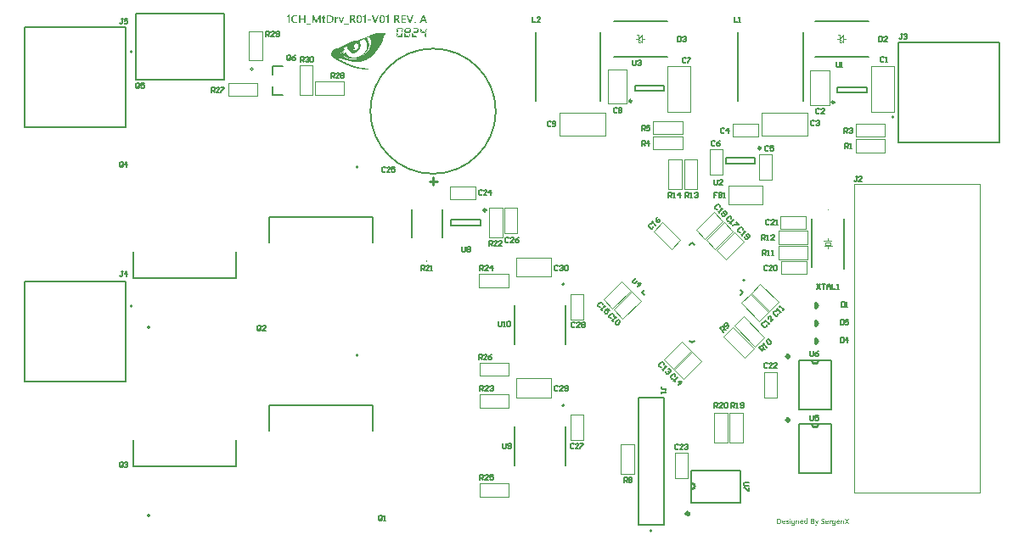
<source format=gbr>
%TF.GenerationSoftware,Altium Limited,Altium Designer,24.6.1 (21)*%
G04 Layer_Color=65535*
%FSLAX45Y45*%
%MOMM*%
%TF.SameCoordinates,FD53202A-208C-403B-AAB2-15DF5564725B*%
%TF.FilePolarity,Positive*%
%TF.FileFunction,Legend,Top*%
%TF.Part,Single*%
G01*
G75*
%TA.AperFunction,NonConductor*%
%ADD54C,0.20000*%
%ADD55C,0.40000*%
%ADD56C,0.25400*%
%ADD57C,0.10000*%
%ADD58C,0.12700*%
%ADD59C,0.15000*%
G36*
X5866812Y12109382D02*
X5879015D01*
Y12104501D01*
X5876575D01*
Y12102061D01*
X5874134D01*
Y12099620D01*
X5871694D01*
Y12094739D01*
X5869253D01*
Y12092298D01*
X5866812D01*
Y12087417D01*
X5864372D01*
Y12084977D01*
X5861931D01*
Y12077655D01*
X5859491D01*
Y12072774D01*
X5857050D01*
Y12065452D01*
X5854610D01*
Y12058130D01*
X5852169D01*
Y12043487D01*
X5849728D01*
Y12028843D01*
X5847288D01*
Y12021522D01*
X5844847D01*
Y12011760D01*
X5842407D01*
Y12009319D01*
X5839966D01*
Y12004438D01*
X5837526D01*
Y11999557D01*
X5835085D01*
Y11997116D01*
X5832645D01*
Y11992235D01*
X5830204D01*
Y11989794D01*
X5827763D01*
Y11982473D01*
X5825323D01*
Y11980032D01*
X5822882D01*
Y11977591D01*
X5820442D01*
Y11972710D01*
X5818001D01*
Y11970270D01*
X5815561D01*
Y11965389D01*
X5813120D01*
Y11962948D01*
X5810680D01*
Y11960507D01*
X5808239D01*
Y11955626D01*
X5805798D01*
Y11953186D01*
X5803358D01*
Y11950745D01*
X5800917D01*
Y11945864D01*
X5798477D01*
Y11943423D01*
X5796036D01*
Y11940983D01*
X5793595D01*
Y11936102D01*
X5791155D01*
Y11933661D01*
X5788714D01*
Y11931221D01*
X5786274D01*
Y11928780D01*
X5783833D01*
Y11923899D01*
X5781393D01*
Y11921459D01*
X5778952D01*
Y11919018D01*
X5776511D01*
Y11916577D01*
X5774071D01*
Y11914137D01*
X5771630D01*
Y11909256D01*
X5769190D01*
Y11906815D01*
X5766749D01*
Y11904374D01*
X5764309D01*
Y11901934D01*
X5761868D01*
Y11899493D01*
X5759427D01*
Y11897053D01*
X5756987D01*
Y11894612D01*
X5754546D01*
Y11889731D01*
X5752106D01*
Y11887290D01*
X5749665D01*
Y11884850D01*
X5747225D01*
Y11882409D01*
X5742344D01*
Y11879969D01*
X5739903D01*
Y11877528D01*
X5737462D01*
Y11875088D01*
X5735022D01*
Y11872647D01*
X5732581D01*
Y11870206D01*
X5730141D01*
Y11867766D01*
X5727700D01*
Y11865325D01*
X5722819D01*
Y11862885D01*
X5720378D01*
Y11860444D01*
X5717938D01*
Y11858004D01*
X5713057D01*
Y11855563D01*
X5710616D01*
Y11853122D01*
X5705735D01*
Y11850682D01*
X5700854D01*
Y11848241D01*
X5698413D01*
Y11845801D01*
X5693532D01*
Y11843360D01*
X5688651D01*
Y11840920D01*
X5683770D01*
Y11838479D01*
X5678889D01*
Y11836039D01*
X5671567D01*
Y11833598D01*
X5666686D01*
Y11831157D01*
X5659364D01*
Y11828717D01*
X5652042D01*
Y11826276D01*
X5642280D01*
Y11823836D01*
X5632518D01*
Y11821395D01*
X5612993D01*
Y11818955D01*
X5566623D01*
Y11821395D01*
X5547098D01*
Y11823836D01*
X5534895D01*
Y11826276D01*
X5522692D01*
Y11828717D01*
X5515370D01*
Y11831157D01*
X5505608D01*
Y11833598D01*
X5495846D01*
Y11836039D01*
X5486084D01*
Y11838479D01*
X5476322D01*
Y11840920D01*
X5466559D01*
Y11843360D01*
X5459237D01*
Y11845801D01*
X5449475D01*
Y11848241D01*
X5439713D01*
Y11850682D01*
X5429951D01*
Y11853122D01*
X5420188D01*
Y11855563D01*
X5412866D01*
Y11858004D01*
X5398223D01*
Y11855563D01*
X5400664D01*
Y11853122D01*
X5405545D01*
Y11850682D01*
X5410426D01*
Y11848241D01*
X5412866D01*
Y11845801D01*
X5417748D01*
Y11843360D01*
X5422629D01*
Y11840920D01*
X5427510D01*
Y11838479D01*
X5429951D01*
Y11836039D01*
X5434832D01*
Y11833598D01*
X5439713D01*
Y11831157D01*
X5444594D01*
Y11828717D01*
X5449475D01*
Y11826276D01*
X5454356D01*
Y11823836D01*
X5456797D01*
Y11821395D01*
X5461678D01*
Y11818955D01*
X5466559D01*
Y11816514D01*
X5473881D01*
Y11814073D01*
X5478762D01*
Y11811633D01*
X5483643D01*
Y11809192D01*
X5488524D01*
Y11806752D01*
X5493405D01*
Y11804311D01*
X5498286D01*
Y11801870D01*
X5505608D01*
Y11799430D01*
X5510489D01*
Y11796989D01*
X5515370D01*
Y11794549D01*
X5522692D01*
Y11792108D01*
X5527573D01*
Y11789668D01*
X5534895D01*
Y11787227D01*
X5542217D01*
Y11784786D01*
X5549539D01*
Y11782346D01*
X5556860D01*
Y11779905D01*
X5564182D01*
Y11777465D01*
X5571504D01*
Y11775024D01*
X5581266D01*
Y11772584D01*
X5588588D01*
Y11770143D01*
X5598350D01*
Y11767703D01*
X5610553D01*
Y11765262D01*
X5620315D01*
Y11762821D01*
X5634959D01*
Y11760381D01*
X5647161D01*
Y11757940D01*
X5671567D01*
Y11755500D01*
X5742344D01*
Y11753059D01*
X5725260D01*
Y11750619D01*
X5705735D01*
Y11748178D01*
X5637399D01*
Y11750619D01*
X5617874D01*
Y11753059D01*
X5600790D01*
Y11755500D01*
X5591028D01*
Y11757940D01*
X5576385D01*
Y11760381D01*
X5569063D01*
Y11762821D01*
X5559301D01*
Y11765262D01*
X5551979D01*
Y11767703D01*
X5542217D01*
Y11770143D01*
X5534895D01*
Y11772584D01*
X5527573D01*
Y11775024D01*
X5522692D01*
Y11777465D01*
X5515370D01*
Y11779905D01*
X5508049D01*
Y11782346D01*
X5503168D01*
Y11784786D01*
X5495846D01*
Y11787227D01*
X5490965D01*
Y11789668D01*
X5483643D01*
Y11792108D01*
X5478762D01*
Y11794549D01*
X5473881D01*
Y11796989D01*
X5469000D01*
Y11799430D01*
X5464119D01*
Y11801870D01*
X5459237D01*
Y11804311D01*
X5454356D01*
Y11806752D01*
X5449475D01*
Y11809192D01*
X5444594D01*
Y11811633D01*
X5439713D01*
Y11814073D01*
X5434832D01*
Y11816514D01*
X5429951D01*
Y11818955D01*
X5425069D01*
Y11821395D01*
X5420188D01*
Y11823836D01*
X5417748D01*
Y11826276D01*
X5412866D01*
Y11828717D01*
X5407985D01*
Y11831157D01*
X5403104D01*
Y11833598D01*
X5400664D01*
Y11836039D01*
X5395783D01*
Y11838479D01*
X5390902D01*
Y11840920D01*
X5388461D01*
Y11843360D01*
X5386020D01*
Y11845801D01*
X5378699D01*
Y11848241D01*
X5376258D01*
Y11850682D01*
X5371377D01*
Y11853122D01*
X5368936D01*
Y11855563D01*
X5364055D01*
Y11858004D01*
X5361615D01*
Y11860444D01*
X5356734D01*
Y11862885D01*
X5351852D01*
Y11865325D01*
X5346971D01*
Y11867766D01*
X5344531D01*
Y11870206D01*
X5342090D01*
Y11872647D01*
X5339649D01*
Y11877528D01*
X5337209D01*
Y11882409D01*
X5334768D01*
Y11909256D01*
X5337209D01*
Y11914137D01*
X5339649D01*
Y11921459D01*
X5342090D01*
Y11926340D01*
X5344531D01*
Y11928780D01*
X5346971D01*
Y11931221D01*
X5349412D01*
Y11933661D01*
X5351852D01*
Y11936102D01*
X5354293D01*
Y11938542D01*
X5356734D01*
Y11940983D01*
X5359174D01*
Y11943423D01*
X5364055D01*
Y11945864D01*
X5366496D01*
Y11948305D01*
X5371377D01*
Y11950745D01*
X5378699D01*
Y11953186D01*
X5388461D01*
Y11955626D01*
X5403104D01*
Y11958067D01*
X5407985D01*
Y11960507D01*
X5412866D01*
Y11962948D01*
X5417748D01*
Y11965389D01*
X5422629D01*
Y11967829D01*
X5427510D01*
Y11970270D01*
X5432391D01*
Y11972710D01*
X5437272D01*
Y11975151D01*
X5442153D01*
Y11977591D01*
X5447035D01*
Y11980032D01*
X5451916D01*
Y11982473D01*
X5456797D01*
Y11984913D01*
X5461678D01*
Y11987354D01*
X5466559D01*
Y11989794D01*
X5471440D01*
Y11992235D01*
X5476322D01*
Y11994676D01*
X5481203D01*
Y11997116D01*
X5486084D01*
Y11999557D01*
X5490965D01*
Y12001997D01*
X5495846D01*
Y12004438D01*
X5500727D01*
Y12006878D01*
X5505608D01*
Y12009319D01*
X5510489D01*
Y12011760D01*
X5515370D01*
Y12014200D01*
X5520252D01*
Y12016641D01*
X5525133D01*
Y12019081D01*
X5530014D01*
Y12021522D01*
X5534895D01*
Y12023962D01*
X5542217D01*
Y12026403D01*
X5556860D01*
Y12028843D01*
X5573944D01*
Y12031284D01*
X5586147D01*
Y12033724D01*
X5595909D01*
Y12036165D01*
X5603231D01*
Y12038606D01*
X5610553D01*
Y12041046D01*
X5617874D01*
Y12043487D01*
X5625196D01*
Y12045927D01*
X5632518D01*
Y12048368D01*
X5637399D01*
Y12050809D01*
X5644721D01*
Y12053249D01*
X5649602D01*
Y12055690D01*
X5656924D01*
Y12058130D01*
X5661805D01*
Y12060571D01*
X5669126D01*
Y12063011D01*
X5674007D01*
Y12065452D01*
X5681329D01*
Y12067893D01*
X5686210D01*
Y12070333D01*
X5693532D01*
Y12072774D01*
X5698413D01*
Y12075214D01*
X5705735D01*
Y12077655D01*
X5710616D01*
Y12080095D01*
X5715497D01*
Y12082536D01*
X5720378D01*
Y12084977D01*
X5725260D01*
Y12087417D01*
X5732581D01*
Y12089858D01*
X5737462D01*
Y12092298D01*
X5744784D01*
Y12094739D01*
X5752106D01*
Y12097180D01*
X5759427D01*
Y12099620D01*
X5766749D01*
Y12102061D01*
X5776511D01*
Y12104501D01*
X5786274D01*
Y12106942D01*
X5798477D01*
Y12109382D01*
X5815561D01*
Y12111823D01*
X5866812D01*
Y12109382D01*
D02*
G37*
G36*
X9909086Y7260778D02*
X9909640Y7260686D01*
X9910195Y7260501D01*
X9910750Y7260316D01*
X9911397Y7259946D01*
X9911952Y7259484D01*
X9912044Y7259391D01*
X9912229Y7259206D01*
X9912414Y7258929D01*
X9912784Y7258559D01*
X9913061Y7258004D01*
X9913246Y7257450D01*
X9913431Y7256802D01*
X9913523Y7256063D01*
Y7255970D01*
Y7255693D01*
X9913431Y7255323D01*
X9913339Y7254861D01*
X9913154Y7254306D01*
X9912876Y7253751D01*
X9912506Y7253197D01*
X9911952Y7252642D01*
X9911859Y7252549D01*
X9911674Y7252457D01*
X9911397Y7252180D01*
X9910935Y7251995D01*
X9910380Y7251717D01*
X9909825Y7251440D01*
X9909086Y7251347D01*
X9908346Y7251255D01*
X9907976D01*
X9907606Y7251347D01*
X9907144Y7251440D01*
X9905942Y7251810D01*
X9905295Y7252087D01*
X9904740Y7252549D01*
X9904648Y7252642D01*
X9904555Y7252827D01*
X9904278Y7253104D01*
X9904001Y7253474D01*
X9903723Y7254029D01*
X9903538Y7254583D01*
X9903353Y7255323D01*
X9903261Y7256063D01*
Y7256155D01*
Y7256433D01*
X9903353Y7256802D01*
X9903446Y7257265D01*
X9903631Y7257819D01*
X9903908Y7258374D01*
X9904278Y7258929D01*
X9904740Y7259484D01*
X9904833Y7259576D01*
X9905018Y7259668D01*
X9905295Y7259946D01*
X9905757Y7260223D01*
X9906312Y7260408D01*
X9906867Y7260686D01*
X9907606Y7260778D01*
X9908346Y7260870D01*
X9908716D01*
X9909086Y7260778D01*
D02*
G37*
G36*
X10242389Y7259206D02*
X10243129D01*
X10244978Y7259021D01*
X10246920Y7258836D01*
X10248861Y7258467D01*
X10250803Y7258004D01*
X10251635Y7257727D01*
X10252375Y7257357D01*
Y7248759D01*
X10252282D01*
X10252190Y7248944D01*
X10251912Y7249036D01*
X10251543Y7249313D01*
X10251173Y7249498D01*
X10250618Y7249776D01*
X10249231Y7250423D01*
X10247567Y7250978D01*
X10245625Y7251532D01*
X10243406Y7251902D01*
X10240818Y7251995D01*
X10239616D01*
X10238321Y7251810D01*
X10236935Y7251625D01*
X10236842D01*
X10236657Y7251532D01*
X10236287Y7251440D01*
X10235825Y7251347D01*
X10234716Y7250978D01*
X10233514Y7250423D01*
X10233421D01*
X10233236Y7250238D01*
X10232959Y7250053D01*
X10232682Y7249868D01*
X10231849Y7249129D01*
X10231017Y7248204D01*
Y7248111D01*
X10230832Y7248019D01*
X10230740Y7247742D01*
X10230555Y7247372D01*
X10230278Y7246355D01*
X10230093Y7245060D01*
Y7244968D01*
Y7244783D01*
Y7244413D01*
X10230185Y7244043D01*
X10230370Y7243026D01*
X10230832Y7242009D01*
Y7241917D01*
X10231017Y7241824D01*
X10231387Y7241270D01*
X10232034Y7240438D01*
X10232959Y7239606D01*
X10233051D01*
X10233236Y7239421D01*
X10233514Y7239236D01*
X10233976Y7238958D01*
X10234438Y7238681D01*
X10235085Y7238311D01*
X10236472Y7237572D01*
X10236565D01*
X10236842Y7237387D01*
X10237304Y7237202D01*
X10237859Y7236924D01*
X10238506Y7236647D01*
X10239338Y7236277D01*
X10240263Y7235907D01*
X10241188Y7235445D01*
X10241280Y7235353D01*
X10241650Y7235168D01*
X10242205Y7234890D01*
X10242852Y7234520D01*
X10243591Y7234058D01*
X10244424Y7233503D01*
X10246273Y7232394D01*
X10246365Y7232302D01*
X10246735Y7232117D01*
X10247197Y7231839D01*
X10247752Y7231377D01*
X10249139Y7230267D01*
X10250618Y7228881D01*
X10250711Y7228788D01*
X10250895Y7228603D01*
X10251265Y7228141D01*
X10251635Y7227679D01*
X10252097Y7227032D01*
X10252652Y7226384D01*
X10253484Y7224720D01*
X10253577Y7224628D01*
X10253669Y7224350D01*
X10253854Y7223796D01*
X10254039Y7223241D01*
X10254224Y7222409D01*
X10254409Y7221484D01*
X10254594Y7220560D01*
Y7219450D01*
Y7219265D01*
Y7218803D01*
X10254501Y7218063D01*
X10254409Y7217046D01*
X10254224Y7216029D01*
X10253946Y7214827D01*
X10253577Y7213718D01*
X10253022Y7212608D01*
X10252929Y7212516D01*
X10252745Y7212146D01*
X10252375Y7211684D01*
X10251912Y7211037D01*
X10251265Y7210389D01*
X10250526Y7209650D01*
X10249693Y7208910D01*
X10248676Y7208170D01*
X10248584Y7208078D01*
X10248214Y7207893D01*
X10247659Y7207616D01*
X10246920Y7207246D01*
X10245995Y7206876D01*
X10244886Y7206414D01*
X10243684Y7206044D01*
X10242389Y7205767D01*
X10242205D01*
X10241742Y7205674D01*
X10241095Y7205582D01*
X10240171Y7205397D01*
X10239061Y7205304D01*
X10237767Y7205119D01*
X10236380Y7205027D01*
X10233976D01*
X10232959Y7205119D01*
X10231665Y7205212D01*
X10231295D01*
X10230925Y7205304D01*
X10230463Y7205397D01*
X10229815D01*
X10229168Y7205489D01*
X10227689Y7205767D01*
X10227597D01*
X10227319Y7205859D01*
X10226949Y7205952D01*
X10226487Y7206044D01*
X10225193Y7206321D01*
X10223806Y7206691D01*
X10223713D01*
X10223528Y7206784D01*
X10223159Y7206876D01*
X10222789Y7207061D01*
X10221864Y7207431D01*
X10221032Y7207893D01*
Y7216861D01*
X10221125Y7216769D01*
X10221217Y7216676D01*
X10221494Y7216492D01*
X10221864Y7216214D01*
X10222789Y7215567D01*
X10223898Y7214827D01*
X10223991D01*
X10224176Y7214735D01*
X10224545Y7214550D01*
X10225008Y7214365D01*
X10226117Y7213810D01*
X10227412Y7213348D01*
X10227504D01*
X10227689Y7213256D01*
X10228059Y7213163D01*
X10228614Y7213071D01*
X10229723Y7212701D01*
X10231110Y7212423D01*
X10231480D01*
X10231849Y7212331D01*
X10232312D01*
X10233421Y7212239D01*
X10234623Y7212146D01*
X10235548D01*
X10236472Y7212239D01*
X10237674Y7212423D01*
X10238969Y7212608D01*
X10240355Y7212886D01*
X10241650Y7213348D01*
X10242759Y7213995D01*
X10242852Y7214088D01*
X10243222Y7214365D01*
X10243591Y7214735D01*
X10244146Y7215382D01*
X10244608Y7216122D01*
X10245071Y7217046D01*
X10245348Y7218063D01*
X10245441Y7219265D01*
Y7219358D01*
Y7219635D01*
Y7219912D01*
X10245348Y7220375D01*
X10245071Y7221484D01*
X10244516Y7222501D01*
Y7222594D01*
X10244331Y7222779D01*
X10243869Y7223333D01*
X10243129Y7224165D01*
X10242020Y7224997D01*
X10241927Y7225090D01*
X10241742Y7225182D01*
X10241372Y7225460D01*
X10241003Y7225737D01*
X10240448Y7226107D01*
X10239801Y7226477D01*
X10238229Y7227216D01*
X10238136Y7227309D01*
X10237859Y7227401D01*
X10237397Y7227586D01*
X10236842Y7227956D01*
X10236195Y7228233D01*
X10235363Y7228603D01*
X10233606Y7229435D01*
X10233514Y7229528D01*
X10233144Y7229713D01*
X10232682Y7229990D01*
X10231942Y7230360D01*
X10231202Y7230730D01*
X10230370Y7231192D01*
X10228614Y7232302D01*
X10228521Y7232394D01*
X10228244Y7232579D01*
X10227781Y7232856D01*
X10227227Y7233226D01*
X10225932Y7234336D01*
X10224545Y7235537D01*
X10224453Y7235630D01*
X10224268Y7235815D01*
X10223991Y7236185D01*
X10223621Y7236739D01*
X10223159Y7237294D01*
X10222696Y7237941D01*
X10221864Y7239513D01*
Y7239606D01*
X10221679Y7239883D01*
X10221587Y7240438D01*
X10221402Y7241085D01*
X10221217Y7241824D01*
X10221125Y7242749D01*
X10220940Y7243674D01*
Y7244783D01*
Y7244968D01*
Y7245430D01*
X10221032Y7246077D01*
X10221125Y7247002D01*
X10221310Y7247927D01*
X10221679Y7249036D01*
X10222049Y7250146D01*
X10222604Y7251163D01*
X10222696Y7251255D01*
X10222881Y7251625D01*
X10223251Y7252180D01*
X10223806Y7252734D01*
X10224361Y7253474D01*
X10225100Y7254214D01*
X10226025Y7254953D01*
X10226949Y7255693D01*
X10227042Y7255785D01*
X10227412Y7255970D01*
X10228059Y7256340D01*
X10228798Y7256710D01*
X10229723Y7257172D01*
X10230740Y7257634D01*
X10231942Y7258004D01*
X10233236Y7258374D01*
X10233421D01*
X10233884Y7258559D01*
X10234531Y7258651D01*
X10235455Y7258836D01*
X10236565Y7259021D01*
X10237767Y7259114D01*
X10240355Y7259299D01*
X10241742D01*
X10242389Y7259206D01*
D02*
G37*
G36*
X10086694Y7205859D02*
X10078188D01*
Y7212146D01*
X10078003D01*
Y7212054D01*
X10077818Y7211869D01*
X10077540Y7211499D01*
X10077263Y7211037D01*
X10076801Y7210482D01*
X10076246Y7209927D01*
X10075599Y7209280D01*
X10074859Y7208633D01*
X10074027Y7207893D01*
X10073103Y7207246D01*
X10072086Y7206691D01*
X10070976Y7206136D01*
X10069682Y7205674D01*
X10068387Y7205304D01*
X10066908Y7205119D01*
X10065336Y7205027D01*
X10064689D01*
X10064227Y7205119D01*
X10063580Y7205212D01*
X10062932Y7205304D01*
X10061361Y7205674D01*
X10059604Y7206229D01*
X10057755Y7207153D01*
X10056830Y7207708D01*
X10055906Y7208355D01*
X10055074Y7209188D01*
X10054242Y7210020D01*
Y7210112D01*
X10054057Y7210297D01*
X10053872Y7210574D01*
X10053594Y7210944D01*
X10053317Y7211406D01*
X10052947Y7212054D01*
X10052577Y7212793D01*
X10052207Y7213625D01*
X10051745Y7214550D01*
X10051375Y7215567D01*
X10051006Y7216676D01*
X10050728Y7217878D01*
X10050451Y7219173D01*
X10050266Y7220652D01*
X10050173Y7222131D01*
X10050081Y7223703D01*
Y7223796D01*
Y7224073D01*
Y7224628D01*
X10050173Y7225275D01*
X10050266Y7226015D01*
X10050358Y7226939D01*
X10050451Y7227956D01*
X10050636Y7229066D01*
X10051190Y7231469D01*
X10052023Y7233966D01*
X10052577Y7235168D01*
X10053224Y7236370D01*
X10053872Y7237479D01*
X10054704Y7238589D01*
X10054796Y7238681D01*
X10054889Y7238866D01*
X10055166Y7239143D01*
X10055536Y7239513D01*
X10055998Y7239883D01*
X10056553Y7240345D01*
X10057200Y7240900D01*
X10057940Y7241455D01*
X10059696Y7242472D01*
X10061823Y7243396D01*
X10063025Y7243674D01*
X10064227Y7243951D01*
X10065614Y7244136D01*
X10067000Y7244228D01*
X10067740D01*
X10068202Y7244136D01*
X10068850Y7244043D01*
X10069589Y7243951D01*
X10071253Y7243489D01*
X10073010Y7242749D01*
X10073935Y7242287D01*
X10074859Y7241640D01*
X10075691Y7240992D01*
X10076523Y7240160D01*
X10077356Y7239236D01*
X10078003Y7238126D01*
X10078188D01*
Y7261425D01*
X10086694D01*
Y7205859D01*
D02*
G37*
G36*
X10483607Y7232302D02*
X10500157Y7205859D01*
X10489709D01*
X10478892Y7225090D01*
X10478799Y7225275D01*
X10478615Y7225737D01*
X10478245Y7226569D01*
X10477875Y7227586D01*
X10477690D01*
X10477598Y7227401D01*
X10477413Y7226939D01*
X10477135Y7226199D01*
X10476581Y7225090D01*
X10465486Y7205859D01*
X10454946D01*
X10472235Y7232209D01*
X10456333Y7258374D01*
X10467058D01*
X10476488Y7240623D01*
Y7240530D01*
X10476673Y7240345D01*
X10476858Y7239975D01*
X10477043Y7239513D01*
X10477598Y7238404D01*
X10478152Y7237109D01*
X10478245D01*
X10478337Y7237202D01*
X10478430Y7237479D01*
X10478615Y7237941D01*
X10478892Y7238404D01*
X10479539Y7239606D01*
X10480094Y7240807D01*
X10489987Y7258374D01*
X10499787D01*
X10483607Y7232302D01*
D02*
G37*
G36*
X10437934Y7244136D02*
X10439043Y7244043D01*
X10440338Y7243766D01*
X10441910Y7243304D01*
X10443389Y7242564D01*
X10444961Y7241547D01*
X10445608Y7240992D01*
X10446255Y7240253D01*
X10446440Y7240068D01*
X10446810Y7239513D01*
X10447272Y7238589D01*
X10447919Y7237294D01*
X10448474Y7235722D01*
X10449029Y7233781D01*
X10449398Y7231469D01*
X10449491Y7228788D01*
Y7205859D01*
X10440985D01*
Y7226939D01*
Y7227032D01*
Y7227401D01*
Y7227956D01*
X10440893Y7228603D01*
X10440800Y7229343D01*
X10440615Y7230267D01*
X10440060Y7232209D01*
X10439691Y7233226D01*
X10439228Y7234151D01*
X10438581Y7235075D01*
X10437841Y7235815D01*
X10437009Y7236554D01*
X10435992Y7237017D01*
X10434883Y7237387D01*
X10433588Y7237479D01*
X10432941D01*
X10432202Y7237294D01*
X10431277Y7237109D01*
X10430260Y7236739D01*
X10429151Y7236277D01*
X10428134Y7235537D01*
X10427117Y7234520D01*
X10427024Y7234428D01*
X10426747Y7233966D01*
X10426284Y7233411D01*
X10425915Y7232579D01*
X10425452Y7231469D01*
X10424990Y7230267D01*
X10424713Y7228788D01*
X10424620Y7227216D01*
Y7205859D01*
X10416022D01*
Y7243396D01*
X10424620D01*
Y7237109D01*
X10424713D01*
X10424805Y7237202D01*
X10424898Y7237387D01*
X10425175Y7237756D01*
X10425545Y7238219D01*
X10425915Y7238773D01*
X10426469Y7239328D01*
X10427117Y7239975D01*
X10427856Y7240715D01*
X10428688Y7241362D01*
X10429520Y7242009D01*
X10431647Y7243119D01*
X10432849Y7243581D01*
X10434143Y7243951D01*
X10435438Y7244136D01*
X10436917Y7244228D01*
X10437472D01*
X10437934Y7244136D01*
D02*
G37*
G36*
X9990724D02*
X9991834Y7244043D01*
X9993128Y7243766D01*
X9994700Y7243304D01*
X9996179Y7242564D01*
X9997751Y7241547D01*
X9998398Y7240992D01*
X9999045Y7240253D01*
X9999230Y7240068D01*
X9999600Y7239513D01*
X10000062Y7238589D01*
X10000709Y7237294D01*
X10001264Y7235722D01*
X10001819Y7233781D01*
X10002189Y7231469D01*
X10002281Y7228788D01*
Y7205859D01*
X9993775D01*
Y7226939D01*
Y7227032D01*
Y7227401D01*
Y7227956D01*
X9993683Y7228603D01*
X9993590Y7229343D01*
X9993405Y7230267D01*
X9992851Y7232209D01*
X9992481Y7233226D01*
X9992019Y7234151D01*
X9991371Y7235075D01*
X9990632Y7235815D01*
X9989800Y7236554D01*
X9988783Y7237017D01*
X9987673Y7237387D01*
X9986379Y7237479D01*
X9985732D01*
X9984992Y7237294D01*
X9984067Y7237109D01*
X9983050Y7236739D01*
X9981941Y7236277D01*
X9980924Y7235537D01*
X9979907Y7234520D01*
X9979814Y7234428D01*
X9979537Y7233966D01*
X9979075Y7233411D01*
X9978705Y7232579D01*
X9978243Y7231469D01*
X9977780Y7230267D01*
X9977503Y7228788D01*
X9977411Y7227216D01*
Y7205859D01*
X9968812D01*
Y7243396D01*
X9977411D01*
Y7237109D01*
X9977503D01*
X9977595Y7237202D01*
X9977688Y7237387D01*
X9977965Y7237756D01*
X9978335Y7238219D01*
X9978705Y7238773D01*
X9979260Y7239328D01*
X9979907Y7239975D01*
X9980647Y7240715D01*
X9981479Y7241362D01*
X9982311Y7242009D01*
X9984437Y7243119D01*
X9985639Y7243581D01*
X9986934Y7243951D01*
X9988228Y7244136D01*
X9989707Y7244228D01*
X9990262D01*
X9990724Y7244136D01*
D02*
G37*
G36*
X10322734Y7243951D02*
X10323936Y7243766D01*
X10324490Y7243581D01*
X10324953Y7243304D01*
Y7235260D01*
X10324860Y7235353D01*
X10324675Y7235445D01*
X10324305Y7235630D01*
X10323843Y7235907D01*
X10323196Y7236092D01*
X10322456Y7236277D01*
X10321532Y7236370D01*
X10320515Y7236462D01*
X10320330D01*
X10319868Y7236370D01*
X10319220Y7236277D01*
X10318296Y7236000D01*
X10317279Y7235630D01*
X10316262Y7234983D01*
X10315152Y7234151D01*
X10314135Y7233041D01*
X10314043Y7232856D01*
X10313766Y7232394D01*
X10313303Y7231654D01*
X10312933Y7230637D01*
X10312471Y7229250D01*
X10312009Y7227679D01*
X10311731Y7225830D01*
X10311639Y7223796D01*
Y7205859D01*
X10303133D01*
Y7243396D01*
X10311639D01*
Y7235630D01*
X10311824D01*
Y7235722D01*
X10311916Y7235815D01*
X10312101Y7236277D01*
X10312379Y7237017D01*
X10312748Y7237941D01*
X10313303Y7238866D01*
X10313950Y7239883D01*
X10314690Y7240900D01*
X10315615Y7241824D01*
X10315707Y7241917D01*
X10316077Y7242194D01*
X10316632Y7242564D01*
X10317279Y7242934D01*
X10318203Y7243304D01*
X10319128Y7243674D01*
X10320237Y7243951D01*
X10321439Y7244043D01*
X10322271D01*
X10322734Y7243951D01*
D02*
G37*
G36*
X9886526Y7244136D02*
X9887821Y7244043D01*
X9889208Y7243859D01*
X9890779Y7243581D01*
X9892444Y7243211D01*
X9894015Y7242657D01*
Y7235168D01*
X9893830Y7235260D01*
X9893276Y7235630D01*
X9892536Y7236092D01*
X9891426Y7236554D01*
X9890040Y7237109D01*
X9888560Y7237479D01*
X9886804Y7237849D01*
X9884955Y7237941D01*
X9883938D01*
X9883013Y7237756D01*
X9881996Y7237572D01*
X9881904D01*
X9881811Y7237479D01*
X9881256Y7237387D01*
X9880517Y7237109D01*
X9879777Y7236647D01*
X9879592Y7236554D01*
X9879222Y7236277D01*
X9878760Y7235815D01*
X9878298Y7235260D01*
X9878205Y7235075D01*
X9878113Y7234705D01*
X9877928Y7234151D01*
X9877835Y7233411D01*
Y7233319D01*
Y7233226D01*
X9877928Y7232671D01*
X9878020Y7232024D01*
X9878298Y7231377D01*
X9878390Y7231284D01*
X9878668Y7230915D01*
X9879222Y7230360D01*
X9879869Y7229898D01*
X9879962D01*
X9880054Y7229805D01*
X9880517Y7229528D01*
X9881349Y7229158D01*
X9882273Y7228696D01*
X9882366D01*
X9882551Y7228603D01*
X9882828Y7228511D01*
X9883198Y7228418D01*
X9884215Y7228049D01*
X9885509Y7227586D01*
X9885602D01*
X9885879Y7227401D01*
X9886341Y7227216D01*
X9886989Y7226939D01*
X9888375Y7226292D01*
X9889855Y7225552D01*
X9889947D01*
X9890225Y7225367D01*
X9890502Y7225182D01*
X9890964Y7224905D01*
X9892074Y7224165D01*
X9893091Y7223241D01*
X9893183Y7223148D01*
X9893368Y7223056D01*
X9893553Y7222779D01*
X9893923Y7222409D01*
X9894570Y7221392D01*
X9895217Y7220190D01*
Y7220097D01*
X9895310Y7219912D01*
X9895495Y7219543D01*
X9895587Y7219080D01*
X9895772Y7218526D01*
X9895864Y7217786D01*
X9895957Y7216214D01*
Y7216122D01*
Y7215752D01*
X9895864Y7215197D01*
X9895772Y7214550D01*
X9895679Y7213718D01*
X9895402Y7212886D01*
X9895125Y7212054D01*
X9894662Y7211222D01*
X9894570Y7211129D01*
X9894385Y7210852D01*
X9894108Y7210482D01*
X9893738Y7210020D01*
X9893276Y7209465D01*
X9892628Y7208818D01*
X9891981Y7208263D01*
X9891149Y7207708D01*
X9891057Y7207616D01*
X9890779Y7207523D01*
X9890317Y7207246D01*
X9889670Y7206969D01*
X9888930Y7206599D01*
X9888098Y7206229D01*
X9887081Y7205952D01*
X9886064Y7205674D01*
X9885972D01*
X9885602Y7205582D01*
X9884955Y7205489D01*
X9884215Y7205397D01*
X9883290Y7205212D01*
X9882273Y7205119D01*
X9881164Y7205027D01*
X9878945D01*
X9878390Y7205119D01*
X9877835D01*
X9876356Y7205304D01*
X9874692Y7205489D01*
X9872935Y7205859D01*
X9871086Y7206321D01*
X9869330Y7206969D01*
Y7214827D01*
X9869422D01*
X9869514Y7214642D01*
X9869792Y7214458D01*
X9870162Y7214273D01*
X9871179Y7213718D01*
X9872473Y7213071D01*
X9874045Y7212331D01*
X9875801Y7211776D01*
X9877743Y7211406D01*
X9879869Y7211222D01*
X9880609D01*
X9881071Y7211314D01*
X9882273Y7211499D01*
X9883753Y7211776D01*
X9885139Y7212331D01*
X9886341Y7213163D01*
X9886804Y7213625D01*
X9887174Y7214273D01*
X9887451Y7214920D01*
X9887543Y7215752D01*
Y7215844D01*
Y7215937D01*
X9887451Y7216492D01*
X9887266Y7217231D01*
X9886896Y7217971D01*
X9886804Y7218156D01*
X9886434Y7218526D01*
X9885879Y7218988D01*
X9885139Y7219543D01*
X9885047D01*
X9884955Y7219635D01*
X9884400Y7220005D01*
X9883568Y7220375D01*
X9882458Y7220837D01*
X9882366D01*
X9882181Y7220929D01*
X9881904Y7221022D01*
X9881441Y7221207D01*
X9880424Y7221577D01*
X9879037Y7222039D01*
X9878945D01*
X9878668Y7222224D01*
X9878205Y7222409D01*
X9877651Y7222594D01*
X9876356Y7223241D01*
X9874877Y7223980D01*
X9874784Y7224073D01*
X9874600Y7224165D01*
X9874230Y7224350D01*
X9873767Y7224628D01*
X9872843Y7225367D01*
X9871826Y7226292D01*
X9871733Y7226384D01*
X9871641Y7226569D01*
X9871456Y7226754D01*
X9871179Y7227124D01*
X9870531Y7228049D01*
X9869977Y7229250D01*
Y7229343D01*
X9869884Y7229528D01*
X9869792Y7229898D01*
X9869699Y7230360D01*
X9869514Y7230915D01*
X9869422Y7231562D01*
X9869330Y7233134D01*
Y7233226D01*
Y7233596D01*
X9869422Y7234058D01*
X9869514Y7234705D01*
X9869607Y7235445D01*
X9869884Y7236277D01*
X9870162Y7237109D01*
X9870624Y7237849D01*
X9870716Y7237941D01*
X9870901Y7238219D01*
X9871179Y7238589D01*
X9871548Y7239051D01*
X9872011Y7239606D01*
X9872658Y7240253D01*
X9874045Y7241362D01*
X9874137Y7241455D01*
X9874415Y7241640D01*
X9874877Y7241824D01*
X9875524Y7242194D01*
X9876264Y7242564D01*
X9877096Y7242841D01*
X9878945Y7243489D01*
X9879037D01*
X9879407Y7243581D01*
X9879962Y7243766D01*
X9880702Y7243859D01*
X9881534Y7244043D01*
X9882551Y7244136D01*
X9884677Y7244228D01*
X9885509D01*
X9886526Y7244136D01*
D02*
G37*
G36*
X10179242Y7199849D02*
X10179150Y7199757D01*
X10178965Y7199387D01*
X10178687Y7198740D01*
X10178317Y7198000D01*
X10177763Y7197168D01*
X10177116Y7196151D01*
X10176283Y7195134D01*
X10175451Y7194025D01*
X10174434Y7192915D01*
X10173325Y7191898D01*
X10172123Y7190881D01*
X10170736Y7190049D01*
X10169349Y7189309D01*
X10167777Y7188662D01*
X10166206Y7188292D01*
X10164449Y7188200D01*
X10163525D01*
X10162877Y7188292D01*
X10161398Y7188477D01*
X10159919Y7188755D01*
Y7195781D01*
X10160011D01*
X10160289Y7195689D01*
X10160658Y7195596D01*
X10161121Y7195504D01*
X10162323Y7195227D01*
X10163617Y7195134D01*
X10163802D01*
X10164449Y7195227D01*
X10165281Y7195412D01*
X10166298Y7195689D01*
X10167500Y7196244D01*
X10168610Y7197168D01*
X10169257Y7197631D01*
X10169812Y7198278D01*
X10170274Y7199017D01*
X10170736Y7199849D01*
X10173232Y7205859D01*
X10158347Y7243396D01*
X10167777D01*
X10176746Y7216122D01*
Y7216029D01*
X10176838Y7215844D01*
Y7215567D01*
X10176931Y7215197D01*
X10177023Y7214735D01*
X10177208Y7214088D01*
X10177393Y7213348D01*
X10177578D01*
Y7213533D01*
X10177763Y7213995D01*
X10177948Y7214827D01*
X10178040Y7215382D01*
X10178225Y7216029D01*
X10187563Y7243396D01*
X10196161D01*
X10179242Y7199849D01*
D02*
G37*
G36*
X10137267Y7258282D02*
X10137914D01*
X10138654Y7258189D01*
X10140411Y7258004D01*
X10142260Y7257542D01*
X10144294Y7256987D01*
X10146328Y7256155D01*
X10148084Y7255046D01*
X10148177D01*
X10148269Y7254861D01*
X10148824Y7254491D01*
X10149471Y7253751D01*
X10150303Y7252734D01*
X10151135Y7251440D01*
X10151875Y7249961D01*
X10152337Y7248296D01*
X10152430Y7247372D01*
X10152522Y7246355D01*
Y7246262D01*
Y7246170D01*
Y7245615D01*
X10152430Y7244783D01*
X10152245Y7243766D01*
X10151875Y7242472D01*
X10151413Y7241177D01*
X10150766Y7239883D01*
X10149933Y7238589D01*
X10149841Y7238404D01*
X10149471Y7238034D01*
X10148916Y7237479D01*
X10148177Y7236739D01*
X10147160Y7236000D01*
X10145958Y7235168D01*
X10144571Y7234520D01*
X10142999Y7233873D01*
Y7233781D01*
X10143277D01*
X10143554Y7233688D01*
X10143924Y7233596D01*
X10144848Y7233411D01*
X10146050Y7233041D01*
X10147437Y7232486D01*
X10148916Y7231839D01*
X10150303Y7230915D01*
X10151598Y7229713D01*
X10151783Y7229528D01*
X10152152Y7229066D01*
X10152615Y7228418D01*
X10153262Y7227401D01*
X10153909Y7226107D01*
X10154371Y7224628D01*
X10154741Y7222871D01*
X10154926Y7220929D01*
Y7220837D01*
Y7220652D01*
Y7220282D01*
X10154834Y7219820D01*
X10154741Y7219265D01*
X10154649Y7218618D01*
X10154279Y7217046D01*
X10153632Y7215290D01*
X10153169Y7214365D01*
X10152707Y7213440D01*
X10152060Y7212608D01*
X10151320Y7211684D01*
X10150488Y7210852D01*
X10149564Y7210020D01*
X10149471D01*
X10149286Y7209835D01*
X10149009Y7209650D01*
X10148639Y7209372D01*
X10148084Y7209095D01*
X10147437Y7208725D01*
X10146698Y7208355D01*
X10145958Y7207986D01*
X10145033Y7207523D01*
X10144016Y7207153D01*
X10141705Y7206506D01*
X10139116Y7206044D01*
X10137637Y7205952D01*
X10136158Y7205859D01*
X10119331D01*
Y7258374D01*
X10136712D01*
X10137267Y7258282D01*
D02*
G37*
G36*
X9912506Y7205859D02*
X9904001D01*
Y7243396D01*
X9912506D01*
Y7205859D01*
D02*
G37*
G36*
X9795457Y7258282D02*
X9796104D01*
X9796844Y7258189D01*
X9797769Y7258097D01*
X9798693Y7258004D01*
X9800912Y7257634D01*
X9803316Y7256987D01*
X9805997Y7256248D01*
X9808678Y7255138D01*
X9811360Y7253844D01*
X9812746Y7253012D01*
X9814041Y7252087D01*
X9815243Y7251163D01*
X9816445Y7250053D01*
X9817554Y7248851D01*
X9818664Y7247557D01*
X9819681Y7246170D01*
X9820513Y7244598D01*
X9821252Y7243026D01*
X9821992Y7241177D01*
X9822454Y7239328D01*
X9822917Y7237294D01*
X9823102Y7235075D01*
X9823194Y7232764D01*
Y7232671D01*
Y7232209D01*
X9823102Y7231562D01*
Y7230730D01*
X9822917Y7229713D01*
X9822732Y7228511D01*
X9822547Y7227216D01*
X9822177Y7225737D01*
X9821807Y7224165D01*
X9821252Y7222594D01*
X9820605Y7221022D01*
X9819773Y7219358D01*
X9818849Y7217693D01*
X9817832Y7216122D01*
X9816537Y7214642D01*
X9815150Y7213163D01*
X9815058Y7213071D01*
X9814780Y7212886D01*
X9814318Y7212516D01*
X9813671Y7212054D01*
X9812839Y7211499D01*
X9811914Y7210852D01*
X9810712Y7210205D01*
X9809418Y7209557D01*
X9807939Y7208818D01*
X9806367Y7208170D01*
X9804518Y7207523D01*
X9802669Y7206969D01*
X9800542Y7206506D01*
X9798323Y7206136D01*
X9796012Y7205952D01*
X9793516Y7205859D01*
X9779000D01*
Y7258374D01*
X9794902D01*
X9795457Y7258282D01*
D02*
G37*
G36*
X10393185Y7244136D02*
X10393832Y7244043D01*
X10394572Y7243951D01*
X10396236Y7243581D01*
X10398178Y7243026D01*
X10400119Y7242102D01*
X10401136Y7241547D01*
X10402061Y7240900D01*
X10402893Y7240160D01*
X10403725Y7239236D01*
X10403818Y7239143D01*
X10403910Y7239051D01*
X10404095Y7238773D01*
X10404372Y7238311D01*
X10404742Y7237849D01*
X10405112Y7237202D01*
X10405482Y7236554D01*
X10405852Y7235722D01*
X10406222Y7234798D01*
X10406591Y7233781D01*
X10406961Y7232579D01*
X10407331Y7231377D01*
X10407608Y7230083D01*
X10407793Y7228696D01*
X10407978Y7227124D01*
Y7225552D01*
Y7222316D01*
X10382368D01*
Y7222224D01*
Y7222131D01*
Y7221854D01*
X10382460Y7221484D01*
X10382553Y7220467D01*
X10382830Y7219358D01*
X10383200Y7217971D01*
X10383847Y7216676D01*
X10384587Y7215382D01*
X10385604Y7214180D01*
X10385789Y7214088D01*
X10386159Y7213718D01*
X10386898Y7213348D01*
X10387823Y7212793D01*
X10389025Y7212331D01*
X10390412Y7211869D01*
X10392076Y7211499D01*
X10394017Y7211406D01*
X10394572D01*
X10395034Y7211499D01*
X10395589D01*
X10396144Y7211591D01*
X10397623Y7211869D01*
X10399380Y7212331D01*
X10401229Y7212886D01*
X10403078Y7213810D01*
X10405020Y7215012D01*
Y7208170D01*
X10404927D01*
X10404742Y7208078D01*
X10404465Y7207893D01*
X10404095Y7207708D01*
X10403540Y7207431D01*
X10402986Y7207153D01*
X10402246Y7206876D01*
X10401414Y7206599D01*
X10400489Y7206321D01*
X10399472Y7206044D01*
X10398363Y7205767D01*
X10397161Y7205489D01*
X10394480Y7205119D01*
X10391521Y7205027D01*
X10390689D01*
X10390134Y7205119D01*
X10389487Y7205212D01*
X10388655Y7205304D01*
X10386806Y7205674D01*
X10384679Y7206229D01*
X10382553Y7207153D01*
X10381443Y7207801D01*
X10380426Y7208448D01*
X10379409Y7209188D01*
X10378485Y7210112D01*
X10378392Y7210205D01*
X10378300Y7210389D01*
X10378022Y7210667D01*
X10377745Y7211037D01*
X10377375Y7211591D01*
X10377005Y7212239D01*
X10376543Y7212978D01*
X10376173Y7213810D01*
X10375711Y7214735D01*
X10375249Y7215844D01*
X10374879Y7217046D01*
X10374509Y7218341D01*
X10374232Y7219727D01*
X10373954Y7221207D01*
X10373862Y7222779D01*
X10373769Y7224443D01*
Y7224535D01*
Y7224813D01*
Y7225275D01*
X10373862Y7225922D01*
X10373954Y7226662D01*
X10374047Y7227494D01*
X10374232Y7228511D01*
X10374417Y7229528D01*
X10375064Y7231747D01*
X10375988Y7234151D01*
X10376543Y7235353D01*
X10377283Y7236462D01*
X10378022Y7237664D01*
X10378947Y7238681D01*
X10379039Y7238773D01*
X10379224Y7238958D01*
X10379502Y7239236D01*
X10379872Y7239513D01*
X10380426Y7239975D01*
X10380981Y7240438D01*
X10381721Y7240900D01*
X10382553Y7241455D01*
X10384402Y7242472D01*
X10386621Y7243396D01*
X10387823Y7243674D01*
X10389117Y7243951D01*
X10390504Y7244136D01*
X10391891Y7244228D01*
X10392630D01*
X10393185Y7244136D01*
D02*
G37*
G36*
X10280296D02*
X10280944Y7244043D01*
X10281683Y7243951D01*
X10283347Y7243581D01*
X10285289Y7243026D01*
X10287231Y7242102D01*
X10288248Y7241547D01*
X10289172Y7240900D01*
X10290004Y7240160D01*
X10290836Y7239236D01*
X10290929Y7239143D01*
X10291021Y7239051D01*
X10291206Y7238773D01*
X10291484Y7238311D01*
X10291853Y7237849D01*
X10292223Y7237202D01*
X10292593Y7236554D01*
X10292963Y7235722D01*
X10293333Y7234798D01*
X10293703Y7233781D01*
X10294072Y7232579D01*
X10294442Y7231377D01*
X10294720Y7230083D01*
X10294904Y7228696D01*
X10295089Y7227124D01*
Y7225552D01*
Y7222316D01*
X10269479D01*
Y7222224D01*
Y7222131D01*
Y7221854D01*
X10269572Y7221484D01*
X10269664Y7220467D01*
X10269941Y7219358D01*
X10270311Y7217971D01*
X10270958Y7216676D01*
X10271698Y7215382D01*
X10272715Y7214180D01*
X10272900Y7214088D01*
X10273270Y7213718D01*
X10274009Y7213348D01*
X10274934Y7212793D01*
X10276136Y7212331D01*
X10277523Y7211869D01*
X10279187Y7211499D01*
X10281129Y7211406D01*
X10281683D01*
X10282146Y7211499D01*
X10282700D01*
X10283255Y7211591D01*
X10284734Y7211869D01*
X10286491Y7212331D01*
X10288340Y7212886D01*
X10290189Y7213810D01*
X10292131Y7215012D01*
Y7208170D01*
X10292038D01*
X10291853Y7208078D01*
X10291576Y7207893D01*
X10291206Y7207708D01*
X10290652Y7207431D01*
X10290097Y7207153D01*
X10289357Y7206876D01*
X10288525Y7206599D01*
X10287600Y7206321D01*
X10286583Y7206044D01*
X10285474Y7205767D01*
X10284272Y7205489D01*
X10281591Y7205119D01*
X10278632Y7205027D01*
X10277800D01*
X10277245Y7205119D01*
X10276598Y7205212D01*
X10275766Y7205304D01*
X10273917Y7205674D01*
X10271790Y7206229D01*
X10269664Y7207153D01*
X10268555Y7207801D01*
X10267538Y7208448D01*
X10266520Y7209188D01*
X10265596Y7210112D01*
X10265503Y7210205D01*
X10265411Y7210389D01*
X10265134Y7210667D01*
X10264856Y7211037D01*
X10264486Y7211591D01*
X10264117Y7212239D01*
X10263654Y7212978D01*
X10263285Y7213810D01*
X10262822Y7214735D01*
X10262360Y7215844D01*
X10261990Y7217046D01*
X10261620Y7218341D01*
X10261343Y7219727D01*
X10261066Y7221207D01*
X10260973Y7222779D01*
X10260881Y7224443D01*
Y7224535D01*
Y7224813D01*
Y7225275D01*
X10260973Y7225922D01*
X10261066Y7226662D01*
X10261158Y7227494D01*
X10261343Y7228511D01*
X10261528Y7229528D01*
X10262175Y7231747D01*
X10263100Y7234151D01*
X10263654Y7235353D01*
X10264394Y7236462D01*
X10265134Y7237664D01*
X10266058Y7238681D01*
X10266151Y7238773D01*
X10266336Y7238958D01*
X10266613Y7239236D01*
X10266983Y7239513D01*
X10267538Y7239975D01*
X10268092Y7240438D01*
X10268832Y7240900D01*
X10269664Y7241455D01*
X10271513Y7242472D01*
X10273732Y7243396D01*
X10274934Y7243674D01*
X10276228Y7243951D01*
X10277615Y7244136D01*
X10279002Y7244228D01*
X10279742D01*
X10280296Y7244136D01*
D02*
G37*
G36*
X10029648D02*
X10030295Y7244043D01*
X10031035Y7243951D01*
X10032699Y7243581D01*
X10034641Y7243026D01*
X10036582Y7242102D01*
X10037599Y7241547D01*
X10038524Y7240900D01*
X10039356Y7240160D01*
X10040188Y7239236D01*
X10040281Y7239143D01*
X10040373Y7239051D01*
X10040558Y7238773D01*
X10040835Y7238311D01*
X10041205Y7237849D01*
X10041575Y7237202D01*
X10041945Y7236554D01*
X10042315Y7235722D01*
X10042685Y7234798D01*
X10043054Y7233781D01*
X10043424Y7232579D01*
X10043794Y7231377D01*
X10044071Y7230083D01*
X10044256Y7228696D01*
X10044441Y7227124D01*
Y7225552D01*
Y7222316D01*
X10018831D01*
Y7222224D01*
Y7222131D01*
Y7221854D01*
X10018923Y7221484D01*
X10019016Y7220467D01*
X10019293Y7219358D01*
X10019663Y7217971D01*
X10020310Y7216676D01*
X10021050Y7215382D01*
X10022067Y7214180D01*
X10022252Y7214088D01*
X10022622Y7213718D01*
X10023361Y7213348D01*
X10024286Y7212793D01*
X10025488Y7212331D01*
X10026875Y7211869D01*
X10028539Y7211499D01*
X10030480Y7211406D01*
X10031035D01*
X10031497Y7211499D01*
X10032052D01*
X10032607Y7211591D01*
X10034086Y7211869D01*
X10035843Y7212331D01*
X10037692Y7212886D01*
X10039541Y7213810D01*
X10041483Y7215012D01*
Y7208170D01*
X10041390D01*
X10041205Y7208078D01*
X10040928Y7207893D01*
X10040558Y7207708D01*
X10040003Y7207431D01*
X10039449Y7207153D01*
X10038709Y7206876D01*
X10037877Y7206599D01*
X10036952Y7206321D01*
X10035935Y7206044D01*
X10034826Y7205767D01*
X10033624Y7205489D01*
X10030943Y7205119D01*
X10027984Y7205027D01*
X10027152D01*
X10026597Y7205119D01*
X10025950Y7205212D01*
X10025118Y7205304D01*
X10023269Y7205674D01*
X10021142Y7206229D01*
X10019016Y7207153D01*
X10017906Y7207801D01*
X10016889Y7208448D01*
X10015872Y7209188D01*
X10014948Y7210112D01*
X10014855Y7210205D01*
X10014763Y7210389D01*
X10014485Y7210667D01*
X10014208Y7211037D01*
X10013838Y7211591D01*
X10013468Y7212239D01*
X10013006Y7212978D01*
X10012636Y7213810D01*
X10012174Y7214735D01*
X10011712Y7215844D01*
X10011342Y7217046D01*
X10010972Y7218341D01*
X10010695Y7219727D01*
X10010417Y7221207D01*
X10010325Y7222779D01*
X10010232Y7224443D01*
Y7224535D01*
Y7224813D01*
Y7225275D01*
X10010325Y7225922D01*
X10010417Y7226662D01*
X10010510Y7227494D01*
X10010695Y7228511D01*
X10010880Y7229528D01*
X10011527Y7231747D01*
X10012451Y7234151D01*
X10013006Y7235353D01*
X10013746Y7236462D01*
X10014485Y7237664D01*
X10015410Y7238681D01*
X10015502Y7238773D01*
X10015687Y7238958D01*
X10015965Y7239236D01*
X10016335Y7239513D01*
X10016889Y7239975D01*
X10017444Y7240438D01*
X10018184Y7240900D01*
X10019016Y7241455D01*
X10020865Y7242472D01*
X10023084Y7243396D01*
X10024286Y7243674D01*
X10025580Y7243951D01*
X10026967Y7244136D01*
X10028354Y7244228D01*
X10029093D01*
X10029648Y7244136D01*
D02*
G37*
G36*
X9848804D02*
X9849451Y7244043D01*
X9850191Y7243951D01*
X9851855Y7243581D01*
X9853797Y7243026D01*
X9855738Y7242102D01*
X9856755Y7241547D01*
X9857680Y7240900D01*
X9858512Y7240160D01*
X9859344Y7239236D01*
X9859437Y7239143D01*
X9859529Y7239051D01*
X9859714Y7238773D01*
X9859991Y7238311D01*
X9860361Y7237849D01*
X9860731Y7237202D01*
X9861101Y7236554D01*
X9861471Y7235722D01*
X9861841Y7234798D01*
X9862210Y7233781D01*
X9862580Y7232579D01*
X9862950Y7231377D01*
X9863227Y7230083D01*
X9863412Y7228696D01*
X9863597Y7227124D01*
Y7225552D01*
Y7222316D01*
X9837987D01*
Y7222224D01*
Y7222131D01*
Y7221854D01*
X9838079Y7221484D01*
X9838172Y7220467D01*
X9838449Y7219358D01*
X9838819Y7217971D01*
X9839466Y7216676D01*
X9840206Y7215382D01*
X9841223Y7214180D01*
X9841408Y7214088D01*
X9841778Y7213718D01*
X9842517Y7213348D01*
X9843442Y7212793D01*
X9844644Y7212331D01*
X9846031Y7211869D01*
X9847695Y7211499D01*
X9849636Y7211406D01*
X9850191D01*
X9850653Y7211499D01*
X9851208D01*
X9851763Y7211591D01*
X9853242Y7211869D01*
X9854999Y7212331D01*
X9856848Y7212886D01*
X9858697Y7213810D01*
X9860639Y7215012D01*
Y7208170D01*
X9860546D01*
X9860361Y7208078D01*
X9860084Y7207893D01*
X9859714Y7207708D01*
X9859159Y7207431D01*
X9858605Y7207153D01*
X9857865Y7206876D01*
X9857033Y7206599D01*
X9856108Y7206321D01*
X9855091Y7206044D01*
X9853982Y7205767D01*
X9852780Y7205489D01*
X9850099Y7205119D01*
X9847140Y7205027D01*
X9846308D01*
X9845753Y7205119D01*
X9845106Y7205212D01*
X9844274Y7205304D01*
X9842425Y7205674D01*
X9840298Y7206229D01*
X9838172Y7207153D01*
X9837062Y7207801D01*
X9836045Y7208448D01*
X9835028Y7209188D01*
X9834104Y7210112D01*
X9834011Y7210205D01*
X9833919Y7210389D01*
X9833641Y7210667D01*
X9833364Y7211037D01*
X9832994Y7211591D01*
X9832624Y7212239D01*
X9832162Y7212978D01*
X9831792Y7213810D01*
X9831330Y7214735D01*
X9830868Y7215844D01*
X9830498Y7217046D01*
X9830128Y7218341D01*
X9829851Y7219727D01*
X9829573Y7221207D01*
X9829481Y7222779D01*
X9829389Y7224443D01*
Y7224535D01*
Y7224813D01*
Y7225275D01*
X9829481Y7225922D01*
X9829573Y7226662D01*
X9829666Y7227494D01*
X9829851Y7228511D01*
X9830036Y7229528D01*
X9830683Y7231747D01*
X9831607Y7234151D01*
X9832162Y7235353D01*
X9832902Y7236462D01*
X9833641Y7237664D01*
X9834566Y7238681D01*
X9834659Y7238773D01*
X9834843Y7238958D01*
X9835121Y7239236D01*
X9835491Y7239513D01*
X9836045Y7239975D01*
X9836600Y7240438D01*
X9837340Y7240900D01*
X9838172Y7241455D01*
X9840021Y7242472D01*
X9842240Y7243396D01*
X9843442Y7243674D01*
X9844736Y7243951D01*
X9846123Y7244136D01*
X9847510Y7244228D01*
X9848250D01*
X9848804Y7244136D01*
D02*
G37*
G36*
X10346680D02*
X10347327Y7244043D01*
X10347974Y7243951D01*
X10349638Y7243489D01*
X10351395Y7242749D01*
X10352320Y7242287D01*
X10353244Y7241640D01*
X10354169Y7240992D01*
X10355001Y7240160D01*
X10355741Y7239236D01*
X10356480Y7238126D01*
X10356665D01*
Y7243396D01*
X10365171D01*
Y7208818D01*
Y7208725D01*
Y7208633D01*
Y7208355D01*
Y7207893D01*
X10365079Y7206876D01*
X10364894Y7205582D01*
X10364524Y7204010D01*
X10364062Y7202253D01*
X10363414Y7200404D01*
X10362582Y7198555D01*
X10361473Y7196613D01*
X10360086Y7194764D01*
X10358422Y7193008D01*
X10356388Y7191436D01*
X10355278Y7190696D01*
X10353984Y7190142D01*
X10352689Y7189587D01*
X10351210Y7189125D01*
X10349731Y7188755D01*
X10348067Y7188477D01*
X10346218Y7188292D01*
X10344368Y7188200D01*
X10343167D01*
X10342519Y7188292D01*
X10341780D01*
X10340023Y7188477D01*
X10338081Y7188847D01*
X10335862Y7189217D01*
X10333736Y7189864D01*
X10331610Y7190696D01*
Y7198463D01*
X10331702D01*
X10331887Y7198278D01*
X10332257Y7198185D01*
X10332627Y7197908D01*
X10333181Y7197631D01*
X10333828Y7197353D01*
X10335400Y7196706D01*
X10337157Y7196059D01*
X10339098Y7195504D01*
X10341132Y7195134D01*
X10343259Y7194949D01*
X10343814D01*
X10344461Y7195042D01*
X10345385Y7195134D01*
X10346402Y7195319D01*
X10347512Y7195596D01*
X10348714Y7196059D01*
X10350008Y7196613D01*
X10351210Y7197261D01*
X10352412Y7198093D01*
X10353522Y7199202D01*
X10354539Y7200497D01*
X10355463Y7201976D01*
X10356110Y7203640D01*
X10356480Y7205674D01*
X10356665Y7207986D01*
Y7212146D01*
X10356480D01*
Y7212054D01*
X10356295Y7211869D01*
X10356018Y7211499D01*
X10355741Y7211037D01*
X10355278Y7210482D01*
X10354724Y7209927D01*
X10354076Y7209280D01*
X10353337Y7208633D01*
X10352505Y7207893D01*
X10351580Y7207246D01*
X10350563Y7206691D01*
X10349361Y7206136D01*
X10348159Y7205674D01*
X10346772Y7205304D01*
X10345385Y7205119D01*
X10343814Y7205027D01*
X10343167D01*
X10342704Y7205119D01*
X10342057Y7205212D01*
X10341410Y7205304D01*
X10339838Y7205674D01*
X10338081Y7206229D01*
X10336232Y7207061D01*
X10335308Y7207616D01*
X10334383Y7208355D01*
X10333551Y7209095D01*
X10332719Y7209927D01*
Y7210020D01*
X10332534Y7210205D01*
X10332349Y7210482D01*
X10332072Y7210852D01*
X10331794Y7211314D01*
X10331425Y7211961D01*
X10331055Y7212701D01*
X10330685Y7213440D01*
X10330223Y7214365D01*
X10329853Y7215382D01*
X10329483Y7216492D01*
X10329206Y7217693D01*
X10328743Y7220375D01*
X10328651Y7221762D01*
X10328558Y7223333D01*
Y7223426D01*
Y7223796D01*
Y7224258D01*
X10328651Y7224905D01*
X10328743Y7225737D01*
X10328836Y7226662D01*
X10328928Y7227679D01*
X10329113Y7228881D01*
X10329668Y7231284D01*
X10330500Y7233873D01*
X10330962Y7235075D01*
X10331610Y7236277D01*
X10332257Y7237479D01*
X10333089Y7238589D01*
X10333181Y7238681D01*
X10333274Y7238866D01*
X10333551Y7239143D01*
X10333921Y7239513D01*
X10334383Y7239883D01*
X10334938Y7240345D01*
X10335585Y7240900D01*
X10336325Y7241455D01*
X10338081Y7242472D01*
X10340208Y7243396D01*
X10341410Y7243674D01*
X10342704Y7243951D01*
X10344091Y7244136D01*
X10345478Y7244228D01*
X10346218D01*
X10346680Y7244136D01*
D02*
G37*
G36*
X9939319D02*
X9939966Y7244043D01*
X9940613Y7243951D01*
X9942277Y7243489D01*
X9944034Y7242749D01*
X9944959Y7242287D01*
X9945883Y7241640D01*
X9946808Y7240992D01*
X9947640Y7240160D01*
X9948379Y7239236D01*
X9949119Y7238126D01*
X9949304D01*
Y7243396D01*
X9957810D01*
Y7208818D01*
Y7208725D01*
Y7208633D01*
Y7208355D01*
Y7207893D01*
X9957717Y7206876D01*
X9957533Y7205582D01*
X9957163Y7204010D01*
X9956700Y7202253D01*
X9956053Y7200404D01*
X9955221Y7198555D01*
X9954112Y7196613D01*
X9952725Y7194764D01*
X9951061Y7193008D01*
X9949027Y7191436D01*
X9947917Y7190696D01*
X9946623Y7190142D01*
X9945328Y7189587D01*
X9943849Y7189125D01*
X9942370Y7188755D01*
X9940706Y7188477D01*
X9938856Y7188292D01*
X9937007Y7188200D01*
X9935805D01*
X9935158Y7188292D01*
X9934419D01*
X9932662Y7188477D01*
X9930720Y7188847D01*
X9928501Y7189217D01*
X9926375Y7189864D01*
X9924248Y7190696D01*
Y7198463D01*
X9924341D01*
X9924526Y7198278D01*
X9924896Y7198185D01*
X9925265Y7197908D01*
X9925820Y7197631D01*
X9926467Y7197353D01*
X9928039Y7196706D01*
X9929796Y7196059D01*
X9931737Y7195504D01*
X9933771Y7195134D01*
X9935898Y7194949D01*
X9936453D01*
X9937100Y7195042D01*
X9938024Y7195134D01*
X9939041Y7195319D01*
X9940151Y7195596D01*
X9941353Y7196059D01*
X9942647Y7196613D01*
X9943849Y7197261D01*
X9945051Y7198093D01*
X9946160Y7199202D01*
X9947177Y7200497D01*
X9948102Y7201976D01*
X9948749Y7203640D01*
X9949119Y7205674D01*
X9949304Y7207986D01*
Y7212146D01*
X9949119D01*
Y7212054D01*
X9948934Y7211869D01*
X9948657Y7211499D01*
X9948379Y7211037D01*
X9947917Y7210482D01*
X9947362Y7209927D01*
X9946715Y7209280D01*
X9945976Y7208633D01*
X9945143Y7207893D01*
X9944219Y7207246D01*
X9943202Y7206691D01*
X9942000Y7206136D01*
X9940798Y7205674D01*
X9939411Y7205304D01*
X9938024Y7205119D01*
X9936453Y7205027D01*
X9935805D01*
X9935343Y7205119D01*
X9934696Y7205212D01*
X9934049Y7205304D01*
X9932477Y7205674D01*
X9930720Y7206229D01*
X9928871Y7207061D01*
X9927947Y7207616D01*
X9927022Y7208355D01*
X9926190Y7209095D01*
X9925358Y7209927D01*
Y7210020D01*
X9925173Y7210205D01*
X9924988Y7210482D01*
X9924711Y7210852D01*
X9924433Y7211314D01*
X9924063Y7211961D01*
X9923694Y7212701D01*
X9923324Y7213440D01*
X9922862Y7214365D01*
X9922492Y7215382D01*
X9922122Y7216492D01*
X9921845Y7217693D01*
X9921382Y7220375D01*
X9921290Y7221762D01*
X9921197Y7223333D01*
Y7223426D01*
Y7223796D01*
Y7224258D01*
X9921290Y7224905D01*
X9921382Y7225737D01*
X9921475Y7226662D01*
X9921567Y7227679D01*
X9921752Y7228881D01*
X9922307Y7231284D01*
X9923139Y7233873D01*
X9923601Y7235075D01*
X9924248Y7236277D01*
X9924896Y7237479D01*
X9925728Y7238589D01*
X9925820Y7238681D01*
X9925913Y7238866D01*
X9926190Y7239143D01*
X9926560Y7239513D01*
X9927022Y7239883D01*
X9927577Y7240345D01*
X9928224Y7240900D01*
X9928964Y7241455D01*
X9930720Y7242472D01*
X9932847Y7243396D01*
X9934049Y7243674D01*
X9935343Y7243951D01*
X9936730Y7244136D01*
X9938117Y7244228D01*
X9938856D01*
X9939319Y7244136D01*
D02*
G37*
G36*
X6190336Y12148454D02*
X6162846D01*
X6149595Y12163115D01*
X6206124D01*
X6190336Y12148454D01*
D02*
G37*
G36*
X6111956D02*
X6084467D01*
X6071216Y12163115D01*
X6127745D01*
X6111956Y12148454D01*
D02*
G37*
G36*
X6033577D02*
X6006088D01*
X5992837Y12163115D01*
X6049366D01*
X6033577Y12148454D01*
D02*
G37*
G36*
X6283799Y12122234D02*
X6277737Y12116595D01*
X6269420Y12125899D01*
X6271252Y12145635D01*
X6287041Y12160296D01*
X6283799Y12122234D01*
D02*
G37*
G36*
X6238265Y12145635D02*
X6236574Y12125899D01*
X6226706Y12116595D01*
X6221772Y12122234D01*
X6225014Y12160296D01*
X6238265Y12145635D01*
D02*
G37*
G36*
X6205278Y12122234D02*
X6199217Y12116595D01*
X6191040Y12125899D01*
X6192732Y12145776D01*
X6208521Y12160296D01*
X6205278Y12122234D01*
D02*
G37*
G36*
X6126899D02*
X6120837Y12116595D01*
X6112661Y12125899D01*
X6114353Y12145776D01*
X6130141Y12160296D01*
X6126899Y12122234D01*
D02*
G37*
G36*
X6081366Y12145494D02*
X6079674Y12125899D01*
X6069665Y12116595D01*
X6064872Y12122234D01*
X6068115Y12160155D01*
X6081366Y12145494D01*
D02*
G37*
G36*
X6048520Y12122234D02*
X6042458Y12116595D01*
X6034282Y12125899D01*
X6035973Y12145776D01*
X6051762Y12160296D01*
X6048520Y12122234D01*
D02*
G37*
G36*
X6002986Y12145494D02*
X6001295Y12125899D01*
X5991286Y12116595D01*
X5986493Y12122234D01*
X5989735Y12160155D01*
X6002986Y12145494D01*
D02*
G37*
G36*
X6274918Y12113917D02*
X6267023Y12106727D01*
X6235869D01*
X6229384Y12113917D01*
X6237138Y12121247D01*
X6268292D01*
X6274918Y12113917D01*
D02*
G37*
G36*
X6196397D02*
X6188503Y12106727D01*
X6157349D01*
X6150864Y12113917D01*
X6158617Y12121247D01*
X6189772D01*
X6196397Y12113917D01*
D02*
G37*
G36*
X6118018D02*
X6110124Y12106727D01*
X6078969D01*
X6072485Y12113917D01*
X6080238Y12121247D01*
X6111392D01*
X6118018Y12113917D01*
D02*
G37*
G36*
X6155939Y12102075D02*
X6154247Y12082339D01*
X6138459Y12067819D01*
X6141701Y12105740D01*
X6147763Y12111097D01*
X6155939Y12102075D01*
D02*
G37*
G36*
X6125348Y12105740D02*
X6122106Y12067819D01*
X6108855Y12082339D01*
X6110547Y12102075D01*
X6120414Y12111097D01*
X6125348Y12105740D01*
D02*
G37*
G36*
X6077701Y12102075D02*
X6075868Y12082339D01*
X6060079Y12067819D01*
X6063181Y12105740D01*
X6069242Y12111097D01*
X6077701Y12102075D01*
D02*
G37*
G36*
X6046969Y12105740D02*
X6043727Y12067819D01*
X6030476Y12082339D01*
X6032167Y12102075D01*
X6042035Y12111097D01*
X6046969Y12105740D01*
D02*
G37*
G36*
X5999321Y12102075D02*
X5997489Y12082339D01*
X5981700Y12067819D01*
X5984801Y12105740D01*
X5990863Y12111097D01*
X5999321Y12102075D01*
D02*
G37*
G36*
X6282248Y12105740D02*
X6279006Y12067678D01*
X6265755Y12082339D01*
X6267446Y12102075D01*
X6277314Y12111097D01*
X6282248Y12105740D01*
D02*
G37*
G36*
X6197525Y12065000D02*
X6140996D01*
X6156785Y12079520D01*
X6184274D01*
X6197525Y12065000D01*
D02*
G37*
G36*
X6119146D02*
X6062617D01*
X6078405Y12079520D01*
X6105895D01*
X6119146Y12065000D01*
D02*
G37*
G36*
X6040766D02*
X5984237D01*
X6000026Y12079520D01*
X6027515D01*
X6040766Y12065000D01*
D02*
G37*
G36*
X4980426Y12289833D02*
X4981553D01*
X4984232Y12289551D01*
X4987333Y12289128D01*
X4990575Y12288564D01*
X4993818Y12287719D01*
X4996778Y12286591D01*
Y12273481D01*
X4996637D01*
X4996355Y12273622D01*
X4995932Y12273904D01*
X4995368Y12274186D01*
X4994664Y12274608D01*
X4993677Y12275031D01*
X4991562Y12275877D01*
X4988884Y12276723D01*
X4985783Y12277569D01*
X4982540Y12278133D01*
X4978875Y12278274D01*
X4977606D01*
X4976760Y12278133D01*
X4975633Y12277992D01*
X4974364Y12277851D01*
X4972954Y12277569D01*
X4971404Y12277287D01*
X4968020Y12276300D01*
X4966329Y12275595D01*
X4964496Y12274749D01*
X4962663Y12273763D01*
X4960972Y12272776D01*
X4959280Y12271366D01*
X4957729Y12269956D01*
X4957589Y12269815D01*
X4957448Y12269533D01*
X4957025Y12269111D01*
X4956461Y12268406D01*
X4955897Y12267560D01*
X4955192Y12266573D01*
X4954487Y12265445D01*
X4953782Y12264036D01*
X4952936Y12262485D01*
X4952232Y12260934D01*
X4951527Y12259102D01*
X4950963Y12256987D01*
X4950399Y12254873D01*
X4949976Y12252617D01*
X4949835Y12250221D01*
X4949694Y12247683D01*
Y12247542D01*
Y12247119D01*
Y12246414D01*
X4949835Y12245428D01*
X4949976Y12244441D01*
X4950117Y12243031D01*
X4950258Y12241621D01*
X4950681Y12240071D01*
X4951527Y12236687D01*
X4952796Y12233163D01*
X4953641Y12231472D01*
X4954769Y12229780D01*
X4955897Y12228088D01*
X4957166Y12226538D01*
X4957307Y12226397D01*
X4957589Y12226256D01*
X4958011Y12225833D01*
X4958575Y12225269D01*
X4959280Y12224705D01*
X4960267Y12224000D01*
X4961254Y12223295D01*
X4962522Y12222590D01*
X4963932Y12221886D01*
X4965342Y12221181D01*
X4968866Y12219912D01*
X4972813Y12218925D01*
X4974928Y12218784D01*
X4977183Y12218643D01*
X4978311D01*
X4979016Y12218784D01*
X4980003D01*
X4981130Y12218925D01*
X4983809Y12219348D01*
X4986910Y12220053D01*
X4990153Y12220899D01*
X4993536Y12222309D01*
X4996778Y12224141D01*
Y12211736D01*
X4996637D01*
X4996355Y12211595D01*
X4995791Y12211313D01*
X4995228Y12211031D01*
X4994241Y12210749D01*
X4993254Y12210326D01*
X4991985Y12209903D01*
X4990575Y12209480D01*
X4989025Y12209057D01*
X4987333Y12208634D01*
X4985501Y12208212D01*
X4983527Y12207930D01*
X4979016Y12207366D01*
X4974223Y12207225D01*
X4973518D01*
X4972531Y12207366D01*
X4971404D01*
X4969853Y12207507D01*
X4968161Y12207789D01*
X4966329Y12208071D01*
X4964214Y12208634D01*
X4962100Y12209198D01*
X4959844Y12209903D01*
X4957448Y12210749D01*
X4955192Y12211877D01*
X4952796Y12213005D01*
X4950540Y12214555D01*
X4948425Y12216106D01*
X4946311Y12218079D01*
X4946170Y12218220D01*
X4945888Y12218643D01*
X4945324Y12219207D01*
X4944619Y12220053D01*
X4943914Y12221181D01*
X4943069Y12222450D01*
X4942082Y12224000D01*
X4941095Y12225833D01*
X4940108Y12227806D01*
X4939121Y12229921D01*
X4938276Y12232317D01*
X4937571Y12234855D01*
X4936866Y12237674D01*
X4936302Y12240635D01*
X4936020Y12243736D01*
X4935879Y12246978D01*
Y12247260D01*
Y12247824D01*
X4936020Y12248811D01*
Y12250221D01*
X4936302Y12251771D01*
X4936443Y12253604D01*
X4936866Y12255718D01*
X4937289Y12258115D01*
X4937994Y12260511D01*
X4938699Y12263049D01*
X4939685Y12265586D01*
X4940813Y12268124D01*
X4942223Y12270802D01*
X4943773Y12273199D01*
X4945465Y12275736D01*
X4947580Y12277992D01*
X4947721Y12278133D01*
X4948144Y12278556D01*
X4948848Y12279119D01*
X4949694Y12279824D01*
X4950822Y12280811D01*
X4952232Y12281798D01*
X4953923Y12282926D01*
X4955756Y12284053D01*
X4957870Y12285040D01*
X4960126Y12286168D01*
X4962522Y12287155D01*
X4965201Y12288142D01*
X4968020Y12288846D01*
X4970981Y12289410D01*
X4974223Y12289833D01*
X4977465Y12289974D01*
X4979439D01*
X4980426Y12289833D01*
D02*
G37*
G36*
X5076285Y12208493D02*
X5063034D01*
Y12243172D01*
X5025254D01*
Y12208493D01*
X5012003D01*
Y12288564D01*
X5025254D01*
Y12254873D01*
X5063034D01*
Y12288564D01*
X5076285D01*
Y12208493D01*
D02*
G37*
G36*
X5401221Y12266573D02*
X5403054Y12266291D01*
X5403900Y12266009D01*
X5404604Y12265586D01*
Y12253322D01*
X5404463Y12253463D01*
X5404181Y12253604D01*
X5403618Y12253886D01*
X5402913Y12254309D01*
X5401926Y12254591D01*
X5400798Y12254873D01*
X5399388Y12255014D01*
X5397838Y12255155D01*
X5397556D01*
X5396851Y12255014D01*
X5395864Y12254873D01*
X5394455Y12254450D01*
X5392904Y12253886D01*
X5391353Y12252899D01*
X5389662Y12251630D01*
X5388111Y12249939D01*
X5387970Y12249657D01*
X5387547Y12248952D01*
X5386842Y12247824D01*
X5386278Y12246273D01*
X5385573Y12244159D01*
X5384869Y12241762D01*
X5384446Y12238943D01*
X5384305Y12235842D01*
Y12208493D01*
X5371335D01*
Y12265727D01*
X5384305D01*
Y12253886D01*
X5384587D01*
Y12254027D01*
X5384728Y12254168D01*
X5385010Y12254873D01*
X5385432Y12256000D01*
X5385996Y12257410D01*
X5386842Y12258820D01*
X5387829Y12260370D01*
X5388957Y12261921D01*
X5390366Y12263331D01*
X5390507Y12263472D01*
X5391071Y12263895D01*
X5391917Y12264459D01*
X5392904Y12265022D01*
X5394314Y12265586D01*
X5395723Y12266150D01*
X5397415Y12266573D01*
X5399248Y12266714D01*
X5400516D01*
X5401221Y12266573D01*
D02*
G37*
G36*
X5730527Y12234855D02*
X5700077D01*
Y12244441D01*
X5730527D01*
Y12234855D01*
D02*
G37*
G36*
X5229661Y12208493D02*
X5216550D01*
Y12260229D01*
Y12260370D01*
Y12260511D01*
Y12261357D01*
Y12262767D01*
X5216691Y12264600D01*
Y12266855D01*
X5216832Y12269533D01*
X5216973Y12272635D01*
X5217255Y12275877D01*
X5217114D01*
Y12275595D01*
X5216973Y12275031D01*
X5216691Y12274045D01*
X5216409Y12273058D01*
X5215564Y12270520D01*
X5215282Y12269393D01*
X5214859Y12268406D01*
X5191035Y12208493D01*
X5181731D01*
X5157766Y12267842D01*
Y12267983D01*
X5157625Y12268406D01*
X5157343Y12268970D01*
X5157202Y12269815D01*
X5156779Y12270943D01*
X5156497Y12272353D01*
X5156074Y12274045D01*
X5155651Y12275877D01*
X5155510D01*
Y12275595D01*
X5155651Y12275031D01*
Y12273763D01*
X5155792Y12272071D01*
Y12269956D01*
X5155933Y12267278D01*
Y12264036D01*
Y12262203D01*
Y12260229D01*
Y12208493D01*
X5143669D01*
Y12288564D01*
X5162418D01*
X5183422Y12235137D01*
X5183563Y12234855D01*
X5183845Y12234150D01*
X5184268Y12233022D01*
X5184691Y12231754D01*
X5185255Y12230203D01*
X5185678Y12228652D01*
X5186242Y12227242D01*
X5186524Y12225974D01*
X5186806D01*
Y12226115D01*
X5186947Y12226256D01*
X5187229Y12226961D01*
X5187511Y12228088D01*
X5188074Y12229498D01*
X5188497Y12231049D01*
X5189061Y12232599D01*
X5189625Y12234150D01*
X5190189Y12235419D01*
X5211616Y12288564D01*
X5229661D01*
Y12208493D01*
D02*
G37*
G36*
X6126935D02*
X6112133D01*
X6083798Y12288564D01*
X6098318D01*
X6118195Y12227806D01*
Y12227665D01*
X6118335Y12227242D01*
X6118476Y12226679D01*
X6118758Y12225833D01*
X6118899Y12224846D01*
X6119181Y12223718D01*
X6119604Y12221040D01*
X6119745D01*
Y12221181D01*
X6119886Y12221604D01*
Y12222168D01*
X6120168Y12223013D01*
X6120309Y12224000D01*
X6120591Y12225269D01*
X6121437Y12227806D01*
X6141596Y12288564D01*
X6155693D01*
X6126935Y12208493D01*
D02*
G37*
G36*
X5781840D02*
X5767038D01*
X5738703Y12288564D01*
X5753223D01*
X5773100Y12227806D01*
Y12227665D01*
X5773241Y12227242D01*
X5773382Y12226679D01*
X5773664Y12225833D01*
X5773805Y12224846D01*
X5774087Y12223718D01*
X5774510Y12221040D01*
X5774651D01*
Y12221181D01*
X5774792Y12221604D01*
Y12222168D01*
X5775074Y12223013D01*
X5775215Y12224000D01*
X5775496Y12225269D01*
X5776342Y12227806D01*
X5796501Y12288564D01*
X5810598D01*
X5781840Y12208493D01*
D02*
G37*
G36*
X5440975D02*
X5427019D01*
X5405873Y12265727D01*
X5419970D01*
X5432657Y12225692D01*
Y12225551D01*
X5432939Y12224987D01*
X5433080Y12224141D01*
X5433362Y12223013D01*
X5433785Y12221886D01*
X5434067Y12220476D01*
X5434490Y12217938D01*
X5434631D01*
Y12218079D01*
X5434772Y12218643D01*
Y12219348D01*
X5435054Y12220476D01*
X5435195Y12221604D01*
X5435477Y12222872D01*
X5436182Y12225410D01*
X5449433Y12265727D01*
X5463107D01*
X5440975Y12208493D01*
D02*
G37*
G36*
X6291306D02*
X6276645D01*
X6269455Y12228793D01*
X6237878D01*
X6230971Y12208493D01*
X6216451D01*
X6246477Y12288564D01*
X6261420D01*
X6291306Y12208493D01*
D02*
G37*
G36*
X6076890Y12277287D02*
X6047005D01*
Y12254591D01*
X6074635D01*
Y12243313D01*
X6047005D01*
Y12219630D01*
X6078723D01*
Y12208493D01*
X6033753D01*
Y12288564D01*
X6076890D01*
Y12277287D01*
D02*
G37*
G36*
X5992167Y12288423D02*
X5993718Y12288283D01*
X5995551Y12288001D01*
X5999075Y12287155D01*
X5999357D01*
X5999921Y12286873D01*
X6000767Y12286591D01*
X6001894Y12286168D01*
X6003163Y12285604D01*
X6004573Y12284899D01*
X6007392Y12283208D01*
X6007533Y12283067D01*
X6007956Y12282785D01*
X6008661Y12282080D01*
X6009366Y12281375D01*
X6010352Y12280388D01*
X6011198Y12279260D01*
X6012044Y12277851D01*
X6012890Y12276441D01*
X6013031Y12276300D01*
X6013172Y12275736D01*
X6013454Y12274890D01*
X6013877Y12273763D01*
X6014300Y12272353D01*
X6014582Y12270802D01*
X6014723Y12268970D01*
X6014864Y12266996D01*
Y12266855D01*
Y12266291D01*
Y12265445D01*
X6014723Y12264318D01*
X6014582Y12263190D01*
X6014300Y12261780D01*
X6013595Y12259102D01*
Y12258961D01*
X6013454Y12258538D01*
X6013172Y12257833D01*
X6012749Y12256987D01*
X6011621Y12255014D01*
X6010071Y12252758D01*
X6009930Y12252617D01*
X6009648Y12252335D01*
X6009225Y12251771D01*
X6008520Y12251207D01*
X6007674Y12250503D01*
X6006687Y12249657D01*
X6004432Y12248106D01*
X6004291Y12247965D01*
X6003868Y12247824D01*
X6003163Y12247401D01*
X6002317Y12246978D01*
X6001189Y12246555D01*
X5999921Y12245992D01*
X5997101Y12245146D01*
Y12244864D01*
X5997242D01*
X5997524Y12244582D01*
X5997947Y12244441D01*
X5998370Y12244018D01*
X5999639Y12243172D01*
X6000907Y12242044D01*
X6001048D01*
X6001189Y12241762D01*
X6001894Y12241199D01*
X6002881Y12240212D01*
X6004009Y12239084D01*
X6004291Y12238802D01*
X6004855Y12238097D01*
X6005841Y12236969D01*
X6006828Y12235560D01*
X6006969Y12235419D01*
X6007110Y12235278D01*
X6007392Y12234855D01*
X6007815Y12234291D01*
X6008802Y12232740D01*
X6010071Y12230908D01*
X6024309Y12208493D01*
X6008802D01*
X5995974Y12229921D01*
X5995833Y12230062D01*
X5995692Y12230485D01*
X5995410Y12230908D01*
X5994987Y12231613D01*
X5993859Y12233304D01*
X5992590Y12234996D01*
X5992449Y12235137D01*
X5992308Y12235419D01*
X5991603Y12236265D01*
X5990476Y12237251D01*
X5989207Y12238379D01*
X5989066D01*
X5988925Y12238661D01*
X5988079Y12239225D01*
X5986951Y12239789D01*
X5985542Y12240353D01*
X5985401D01*
X5985260Y12240494D01*
X5984837D01*
X5984273Y12240635D01*
X5982863Y12240776D01*
X5981031Y12240917D01*
X5975674D01*
Y12208493D01*
X5962423D01*
Y12288564D01*
X5990758D01*
X5992167Y12288423D01*
D02*
G37*
G36*
X5909277Y12208493D02*
X5896308D01*
Y12274467D01*
X5896167Y12274326D01*
X5895744Y12274045D01*
X5895039Y12273622D01*
X5894052Y12272917D01*
X5892924Y12272353D01*
X5891656Y12271507D01*
X5888695Y12270097D01*
X5888554Y12269956D01*
X5887991Y12269815D01*
X5887145Y12269533D01*
X5886017Y12269111D01*
X5884748Y12268688D01*
X5883198Y12268124D01*
X5881365Y12267701D01*
X5879532Y12267137D01*
Y12278133D01*
X5879673D01*
X5880096Y12278274D01*
X5880660Y12278556D01*
X5881506Y12278838D01*
X5883479Y12279542D01*
X5885735Y12280388D01*
X5885876D01*
X5886299Y12280670D01*
X5886863Y12280811D01*
X5887709Y12281234D01*
X5889541Y12282080D01*
X5891656Y12283067D01*
X5891797D01*
X5892220Y12283349D01*
X5892783Y12283631D01*
X5893488Y12284053D01*
X5895462Y12285040D01*
X5897576Y12286168D01*
X5897717Y12286309D01*
X5898140Y12286450D01*
X5898704Y12286873D01*
X5899550Y12287437D01*
X5900396Y12288001D01*
X5901524Y12288705D01*
X5903779Y12290397D01*
X5909277D01*
Y12208493D01*
D02*
G37*
G36*
X5680201D02*
X5667231D01*
Y12274467D01*
X5667091Y12274326D01*
X5666668Y12274045D01*
X5665963Y12273622D01*
X5664976Y12272917D01*
X5663848Y12272353D01*
X5662579Y12271507D01*
X5659619Y12270097D01*
X5659478Y12269956D01*
X5658914Y12269815D01*
X5658068Y12269533D01*
X5656941Y12269111D01*
X5655672Y12268688D01*
X5654121Y12268124D01*
X5652289Y12267701D01*
X5650456Y12267137D01*
Y12278133D01*
X5650597D01*
X5651020Y12278274D01*
X5651584Y12278556D01*
X5652430Y12278838D01*
X5654403Y12279542D01*
X5656659Y12280388D01*
X5656800D01*
X5657223Y12280670D01*
X5657787Y12280811D01*
X5658632Y12281234D01*
X5660465Y12282080D01*
X5662579Y12283067D01*
X5662720D01*
X5663143Y12283349D01*
X5663707Y12283631D01*
X5664412Y12284053D01*
X5666386Y12285040D01*
X5668500Y12286168D01*
X5668641Y12286309D01*
X5669064Y12286450D01*
X5669628Y12286873D01*
X5670474Y12287437D01*
X5671320Y12288001D01*
X5672447Y12288705D01*
X5674703Y12290397D01*
X5680201D01*
Y12208493D01*
D02*
G37*
G36*
X5550649Y12288423D02*
X5552200Y12288283D01*
X5554033Y12288001D01*
X5557557Y12287155D01*
X5557839D01*
X5558403Y12286873D01*
X5559248Y12286591D01*
X5560376Y12286168D01*
X5561645Y12285604D01*
X5563055Y12284899D01*
X5565874Y12283208D01*
X5566015Y12283067D01*
X5566438Y12282785D01*
X5567143Y12282080D01*
X5567848Y12281375D01*
X5568834Y12280388D01*
X5569680Y12279260D01*
X5570526Y12277851D01*
X5571372Y12276441D01*
X5571513Y12276300D01*
X5571654Y12275736D01*
X5571936Y12274890D01*
X5572359Y12273763D01*
X5572782Y12272353D01*
X5573064Y12270802D01*
X5573204Y12268970D01*
X5573345Y12266996D01*
Y12266855D01*
Y12266291D01*
Y12265445D01*
X5573204Y12264318D01*
X5573064Y12263190D01*
X5572782Y12261780D01*
X5572077Y12259102D01*
Y12258961D01*
X5571936Y12258538D01*
X5571654Y12257833D01*
X5571231Y12256987D01*
X5570103Y12255014D01*
X5568552Y12252758D01*
X5568412Y12252617D01*
X5568130Y12252335D01*
X5567707Y12251771D01*
X5567002Y12251207D01*
X5566156Y12250503D01*
X5565169Y12249657D01*
X5562914Y12248106D01*
X5562773Y12247965D01*
X5562350Y12247824D01*
X5561645Y12247401D01*
X5560799Y12246978D01*
X5559671Y12246555D01*
X5558403Y12245992D01*
X5555583Y12245146D01*
Y12244864D01*
X5555724D01*
X5556006Y12244582D01*
X5556429Y12244441D01*
X5556852Y12244018D01*
X5558121Y12243172D01*
X5559389Y12242044D01*
X5559530D01*
X5559671Y12241762D01*
X5560376Y12241199D01*
X5561363Y12240212D01*
X5562491Y12239084D01*
X5562773Y12238802D01*
X5563337Y12238097D01*
X5564323Y12236969D01*
X5565310Y12235560D01*
X5565451Y12235419D01*
X5565592Y12235278D01*
X5565874Y12234855D01*
X5566297Y12234291D01*
X5567284Y12232740D01*
X5568552Y12230908D01*
X5582790Y12208493D01*
X5567284D01*
X5554455Y12229921D01*
X5554315Y12230062D01*
X5554174Y12230485D01*
X5553892Y12230908D01*
X5553469Y12231613D01*
X5552341Y12233304D01*
X5551072Y12234996D01*
X5550931Y12235137D01*
X5550790Y12235419D01*
X5550085Y12236265D01*
X5548958Y12237251D01*
X5547689Y12238379D01*
X5547548D01*
X5547407Y12238661D01*
X5546561Y12239225D01*
X5545433Y12239789D01*
X5544024Y12240353D01*
X5543883D01*
X5543742Y12240494D01*
X5543319D01*
X5542755Y12240635D01*
X5541345Y12240776D01*
X5539513Y12240917D01*
X5534156D01*
Y12208493D01*
X5520905D01*
Y12288564D01*
X5549240D01*
X5550649Y12288423D01*
D02*
G37*
G36*
X5315934D02*
X5316921D01*
X5318049Y12288283D01*
X5319458Y12288142D01*
X5320868Y12288001D01*
X5324251Y12287437D01*
X5327917Y12286450D01*
X5332005Y12285322D01*
X5336093Y12283631D01*
X5340181Y12281657D01*
X5342296Y12280388D01*
X5344269Y12278978D01*
X5346102Y12277569D01*
X5347934Y12275877D01*
X5349626Y12274045D01*
X5351318Y12272071D01*
X5352868Y12269956D01*
X5354137Y12267560D01*
X5355265Y12265163D01*
X5356393Y12262344D01*
X5357097Y12259525D01*
X5357802Y12256423D01*
X5358084Y12253040D01*
X5358225Y12249516D01*
Y12249375D01*
Y12248670D01*
X5358084Y12247683D01*
Y12246414D01*
X5357802Y12244864D01*
X5357520Y12243031D01*
X5357238Y12241058D01*
X5356675Y12238802D01*
X5356111Y12236406D01*
X5355265Y12234009D01*
X5354278Y12231613D01*
X5353009Y12229075D01*
X5351600Y12226538D01*
X5350049Y12224141D01*
X5348075Y12221886D01*
X5345961Y12219630D01*
X5345820Y12219489D01*
X5345397Y12219207D01*
X5344692Y12218643D01*
X5343705Y12217938D01*
X5342437Y12217093D01*
X5341027Y12216106D01*
X5339194Y12215119D01*
X5337221Y12214132D01*
X5334965Y12213005D01*
X5332569Y12212018D01*
X5329749Y12211031D01*
X5326930Y12210185D01*
X5323688Y12209480D01*
X5320304Y12208916D01*
X5316780Y12208634D01*
X5312974Y12208493D01*
X5290842D01*
Y12288564D01*
X5315088D01*
X5315934Y12288423D01*
D02*
G37*
G36*
X4919245Y12208493D02*
X4906275D01*
Y12274467D01*
X4906134Y12274326D01*
X4905712Y12274045D01*
X4905007Y12273622D01*
X4904020Y12272917D01*
X4902892Y12272353D01*
X4901623Y12271507D01*
X4898663Y12270097D01*
X4898522Y12269956D01*
X4897958Y12269815D01*
X4897112Y12269533D01*
X4895985Y12269111D01*
X4894716Y12268688D01*
X4893165Y12268124D01*
X4891333Y12267701D01*
X4889500Y12267137D01*
Y12278133D01*
X4889641D01*
X4890064Y12278274D01*
X4890628Y12278556D01*
X4891474Y12278838D01*
X4893447Y12279542D01*
X4895703Y12280388D01*
X4895844D01*
X4896267Y12280670D01*
X4896830Y12280811D01*
X4897676Y12281234D01*
X4899509Y12282080D01*
X4901623Y12283067D01*
X4901764D01*
X4902187Y12283349D01*
X4902751Y12283631D01*
X4903456Y12284053D01*
X4905430Y12285040D01*
X4907544Y12286168D01*
X4907685Y12286309D01*
X4908108Y12286450D01*
X4908672Y12286873D01*
X4909518Y12287437D01*
X4910364Y12288001D01*
X4911491Y12288705D01*
X4913747Y12290397D01*
X4919245D01*
Y12208493D01*
D02*
G37*
G36*
X6171481Y12222168D02*
X6172327Y12222027D01*
X6173173Y12221745D01*
X6174160Y12221322D01*
X6175146Y12220758D01*
X6175992Y12220053D01*
X6176133Y12219912D01*
X6176415Y12219630D01*
X6176697Y12219207D01*
X6177261Y12218502D01*
X6177684Y12217798D01*
X6177966Y12216811D01*
X6178248Y12215824D01*
X6178389Y12214696D01*
Y12214555D01*
Y12214132D01*
X6178248Y12213568D01*
X6178107Y12212864D01*
X6177825Y12212018D01*
X6177402Y12211172D01*
X6176838Y12210326D01*
X6175992Y12209480D01*
X6175851Y12209339D01*
X6175569Y12209198D01*
X6175146Y12208775D01*
X6174442Y12208493D01*
X6173596Y12208071D01*
X6172609Y12207648D01*
X6171481Y12207507D01*
X6170212Y12207366D01*
X6169649D01*
X6169085Y12207507D01*
X6168239Y12207648D01*
X6167393Y12207930D01*
X6166406Y12208212D01*
X6165560Y12208775D01*
X6164574Y12209480D01*
X6164433Y12209621D01*
X6164151Y12209903D01*
X6163869Y12210326D01*
X6163446Y12210890D01*
X6162882Y12211736D01*
X6162600Y12212582D01*
X6162318Y12213568D01*
X6162177Y12214696D01*
Y12214837D01*
Y12215260D01*
X6162318Y12215824D01*
X6162459Y12216529D01*
X6162741Y12217375D01*
X6163164Y12218220D01*
X6163728Y12219207D01*
X6164574Y12220053D01*
X6164715Y12220194D01*
X6164997Y12220476D01*
X6165560Y12220758D01*
X6166124Y12221181D01*
X6166970Y12221604D01*
X6167957Y12222027D01*
X6169085Y12222168D01*
X6170212Y12222309D01*
X6170776D01*
X6171481Y12222168D01*
D02*
G37*
G36*
X5845277Y12289833D02*
X5846545Y12289692D01*
X5848237Y12289269D01*
X5850352Y12288705D01*
X5852607Y12287860D01*
X5854863Y12286591D01*
X5857400Y12284899D01*
X5859937Y12282644D01*
X5861065Y12281375D01*
X5862334Y12279965D01*
X5863462Y12278415D01*
X5864449Y12276582D01*
X5865576Y12274749D01*
X5866563Y12272635D01*
X5867409Y12270379D01*
X5868255Y12267842D01*
X5868960Y12265304D01*
X5869523Y12262344D01*
X5869946Y12259384D01*
X5870369Y12256000D01*
X5870510Y12252617D01*
X5870651Y12248811D01*
Y12248529D01*
Y12247965D01*
Y12246837D01*
X5870510Y12245428D01*
X5870369Y12243736D01*
X5870228Y12241762D01*
X5870087Y12239648D01*
X5869664Y12237392D01*
X5868819Y12232317D01*
X5867550Y12227102D01*
X5866704Y12224705D01*
X5865717Y12222168D01*
X5864449Y12219912D01*
X5863180Y12217798D01*
X5863039Y12217657D01*
X5862898Y12217375D01*
X5862475Y12216811D01*
X5861770Y12216106D01*
X5861065Y12215401D01*
X5860078Y12214414D01*
X5859092Y12213568D01*
X5857823Y12212582D01*
X5856413Y12211595D01*
X5854863Y12210608D01*
X5853030Y12209621D01*
X5851197Y12208916D01*
X5849224Y12208212D01*
X5847109Y12207648D01*
X5844713Y12207366D01*
X5842316Y12207225D01*
X5841752D01*
X5841047Y12207366D01*
X5840202D01*
X5839215Y12207507D01*
X5837946Y12207789D01*
X5835127Y12208493D01*
X5833576Y12209057D01*
X5832025Y12209762D01*
X5830334Y12210467D01*
X5828783Y12211454D01*
X5827091Y12212723D01*
X5825541Y12213991D01*
X5824131Y12215542D01*
X5822721Y12217375D01*
X5822580Y12217516D01*
X5822439Y12217798D01*
X5822017Y12218502D01*
X5821594Y12219207D01*
X5821030Y12220335D01*
X5820466Y12221604D01*
X5819902Y12223154D01*
X5819197Y12224846D01*
X5818492Y12226820D01*
X5817928Y12229075D01*
X5817365Y12231472D01*
X5816801Y12234150D01*
X5816378Y12236969D01*
X5815955Y12240071D01*
X5815814Y12243313D01*
X5815673Y12246837D01*
Y12247119D01*
Y12247824D01*
Y12248811D01*
X5815814Y12250362D01*
X5815955Y12252053D01*
X5816096Y12254168D01*
X5816237Y12256423D01*
X5816660Y12258820D01*
X5817506Y12264036D01*
X5818774Y12269393D01*
X5819620Y12271930D01*
X5820607Y12274467D01*
X5821735Y12276864D01*
X5823003Y12278978D01*
X5823144Y12279119D01*
X5823285Y12279401D01*
X5823708Y12279965D01*
X5824413Y12280670D01*
X5825118Y12281516D01*
X5826105Y12282503D01*
X5827091Y12283490D01*
X5828360Y12284476D01*
X5829770Y12285463D01*
X5831462Y12286450D01*
X5833153Y12287437D01*
X5834986Y12288283D01*
X5837100Y12288987D01*
X5839215Y12289551D01*
X5841611Y12289833D01*
X5844149Y12289974D01*
X5844431D01*
X5845277Y12289833D01*
D02*
G37*
G36*
X5616200D02*
X5617469Y12289692D01*
X5619161Y12289269D01*
X5621275Y12288705D01*
X5623531Y12287860D01*
X5625786Y12286591D01*
X5628324Y12284899D01*
X5630861Y12282644D01*
X5631989Y12281375D01*
X5633258Y12279965D01*
X5634385Y12278415D01*
X5635372Y12276582D01*
X5636500Y12274749D01*
X5637487Y12272635D01*
X5638333Y12270379D01*
X5639178Y12267842D01*
X5639883Y12265304D01*
X5640447Y12262344D01*
X5640870Y12259384D01*
X5641293Y12256000D01*
X5641434Y12252617D01*
X5641575Y12248811D01*
Y12248529D01*
Y12247965D01*
Y12246837D01*
X5641434Y12245428D01*
X5641293Y12243736D01*
X5641152Y12241762D01*
X5641011Y12239648D01*
X5640588Y12237392D01*
X5639742Y12232317D01*
X5638474Y12227102D01*
X5637628Y12224705D01*
X5636641Y12222168D01*
X5635372Y12219912D01*
X5634104Y12217798D01*
X5633963Y12217657D01*
X5633822Y12217375D01*
X5633399Y12216811D01*
X5632694Y12216106D01*
X5631989Y12215401D01*
X5631002Y12214414D01*
X5630015Y12213568D01*
X5628747Y12212582D01*
X5627337Y12211595D01*
X5625786Y12210608D01*
X5623954Y12209621D01*
X5622121Y12208916D01*
X5620148Y12208212D01*
X5618033Y12207648D01*
X5615636Y12207366D01*
X5613240Y12207225D01*
X5612676D01*
X5611971Y12207366D01*
X5611125D01*
X5610139Y12207507D01*
X5608870Y12207789D01*
X5606051Y12208493D01*
X5604500Y12209057D01*
X5602949Y12209762D01*
X5601258Y12210467D01*
X5599707Y12211454D01*
X5598015Y12212723D01*
X5596465Y12213991D01*
X5595055Y12215542D01*
X5593645Y12217375D01*
X5593504Y12217516D01*
X5593363Y12217798D01*
X5592940Y12218502D01*
X5592517Y12219207D01*
X5591954Y12220335D01*
X5591390Y12221604D01*
X5590826Y12223154D01*
X5590121Y12224846D01*
X5589416Y12226820D01*
X5588852Y12229075D01*
X5588288Y12231472D01*
X5587724Y12234150D01*
X5587302Y12236969D01*
X5586879Y12240071D01*
X5586738Y12243313D01*
X5586597Y12246837D01*
Y12247119D01*
Y12247824D01*
Y12248811D01*
X5586738Y12250362D01*
X5586879Y12252053D01*
X5587020Y12254168D01*
X5587161Y12256423D01*
X5587583Y12258820D01*
X5588429Y12264036D01*
X5589698Y12269393D01*
X5590544Y12271930D01*
X5591531Y12274467D01*
X5592658Y12276864D01*
X5593927Y12278978D01*
X5594068Y12279119D01*
X5594209Y12279401D01*
X5594632Y12279965D01*
X5595337Y12280670D01*
X5596042Y12281516D01*
X5597028Y12282503D01*
X5598015Y12283490D01*
X5599284Y12284476D01*
X5600694Y12285463D01*
X5602385Y12286450D01*
X5604077Y12287437D01*
X5605910Y12288283D01*
X5608024Y12288987D01*
X5610139Y12289551D01*
X5612535Y12289833D01*
X5615073Y12289974D01*
X5615355D01*
X5616200Y12289833D01*
D02*
G37*
G36*
X5264480Y12265727D02*
X5278154D01*
Y12255436D01*
X5264480D01*
Y12226820D01*
Y12226538D01*
Y12225974D01*
X5264621Y12225128D01*
X5264762Y12224000D01*
X5265326Y12221604D01*
X5265749Y12220476D01*
X5266313Y12219489D01*
X5266454Y12219348D01*
X5266736Y12219207D01*
X5267159Y12218784D01*
X5267863Y12218502D01*
X5268709Y12218079D01*
X5269837Y12217657D01*
X5271106Y12217516D01*
X5272515Y12217375D01*
X5273079D01*
X5273643Y12217516D01*
X5274489Y12217657D01*
X5276322Y12218220D01*
X5277168Y12218643D01*
X5278154Y12219348D01*
Y12209057D01*
X5278013Y12208916D01*
X5277449Y12208775D01*
X5276604Y12208493D01*
X5275617Y12208212D01*
X5274207Y12207789D01*
X5272515Y12207507D01*
X5270542Y12207366D01*
X5268286Y12207225D01*
X5267582D01*
X5266736Y12207366D01*
X5265608Y12207507D01*
X5264339Y12207648D01*
X5262930Y12208071D01*
X5261520Y12208493D01*
X5259969Y12209198D01*
X5258278Y12210044D01*
X5256868Y12211172D01*
X5255458Y12212441D01*
X5254189Y12213991D01*
X5253062Y12215824D01*
X5252216Y12217938D01*
X5251652Y12220335D01*
X5251511Y12223154D01*
Y12255436D01*
X5242066D01*
Y12265727D01*
X5251511D01*
Y12278838D01*
X5264480Y12282644D01*
Y12265727D01*
D02*
G37*
G36*
X5511037Y12192000D02*
X5463530D01*
Y12198626D01*
X5511037D01*
Y12192000D01*
D02*
G37*
G36*
X5133801D02*
X5086294D01*
Y12198626D01*
X5133801D01*
Y12192000D01*
D02*
G37*
%LPC*%
G36*
X5674007Y12053249D02*
X5671567D01*
Y12050809D01*
X5674007D01*
Y12053249D01*
D02*
G37*
G36*
X5669126Y12048368D02*
X5664245D01*
Y12045927D01*
X5661805D01*
Y12048368D01*
X5656924D01*
Y12045927D01*
X5652042D01*
Y12043487D01*
X5647161D01*
Y12041046D01*
X5642280D01*
Y12038606D01*
X5637399D01*
Y12036165D01*
X5634959D01*
Y12033724D01*
X5630077D01*
Y12031284D01*
X5627637D01*
Y12028843D01*
X5625196D01*
Y12026403D01*
X5622756D01*
Y12023962D01*
X5620315D01*
Y12019081D01*
X5622756D01*
Y12011760D01*
X5625196D01*
Y11999557D01*
X5627637D01*
Y11975151D01*
X5625196D01*
Y11965389D01*
X5622756D01*
Y11958067D01*
X5620315D01*
Y11953186D01*
X5617874D01*
Y11948305D01*
X5615434D01*
Y11945864D01*
X5612993D01*
Y11940983D01*
X5610553D01*
Y11938542D01*
X5608112D01*
Y11936102D01*
X5605672D01*
Y11933661D01*
X5603231D01*
Y11931221D01*
X5600790D01*
Y11928780D01*
X5598350D01*
Y11926340D01*
X5595909D01*
Y11923899D01*
X5593469D01*
Y11921459D01*
X5588588D01*
Y11919018D01*
X5583706D01*
Y11916577D01*
X5581266D01*
Y11914137D01*
X5573944D01*
Y11911696D01*
X5566623D01*
Y11909256D01*
X5537336D01*
Y11911696D01*
X5532455D01*
Y11914137D01*
X5530014D01*
Y11916577D01*
X5527573D01*
Y11919018D01*
X5522692D01*
Y11921459D01*
X5520252D01*
Y11923899D01*
X5517811D01*
Y11926340D01*
X5515370D01*
Y11928780D01*
X5512930D01*
Y11931221D01*
X5510489D01*
Y11933661D01*
X5508049D01*
Y11936102D01*
X5505608D01*
Y11943423D01*
X5503168D01*
Y11945864D01*
X5500727D01*
Y11950745D01*
X5498286D01*
Y11958067D01*
X5495846D01*
Y11962948D01*
X5493405D01*
Y11967829D01*
X5490965D01*
Y11972710D01*
X5488524D01*
Y11970270D01*
X5478762D01*
Y11967829D01*
X5473881D01*
Y11965389D01*
X5466559D01*
Y11962948D01*
X5461678D01*
Y11958067D01*
X5464119D01*
Y11943423D01*
X5466559D01*
Y11940983D01*
X5464119D01*
Y11936102D01*
X5461678D01*
Y11926340D01*
X5464119D01*
Y11923899D01*
X5466559D01*
Y11921459D01*
X5469000D01*
Y11916577D01*
X5466559D01*
Y11919018D01*
Y11921459D01*
X5464119D01*
Y11923899D01*
X5461678D01*
Y11926340D01*
X5459237D01*
Y11928780D01*
X5451916D01*
Y11926340D01*
X5449475D01*
Y11923899D01*
X5447035D01*
Y11921459D01*
X5444594D01*
Y11916577D01*
X5447035D01*
Y11914137D01*
X5449475D01*
Y11909256D01*
X5451916D01*
Y11906815D01*
X5454356D01*
Y11904374D01*
X5459237D01*
Y11901934D01*
X5464119D01*
Y11904374D01*
X5466559D01*
Y11906815D01*
X5469000D01*
Y11916577D01*
X5471440D01*
Y11914137D01*
X5473881D01*
Y11911696D01*
X5476322D01*
Y11914137D01*
X5478762D01*
Y11911696D01*
X5483643D01*
Y11904374D01*
X5486084D01*
Y11899493D01*
X5493405D01*
Y11897053D01*
X5490965D01*
Y11894612D01*
X5493405D01*
Y11892172D01*
X5495846D01*
Y11889731D01*
X5500727D01*
Y11884850D01*
X5505608D01*
Y11879969D01*
X5512930D01*
Y11877528D01*
X5515370D01*
Y11872647D01*
X5520252D01*
Y11870206D01*
X5525133D01*
Y11872647D01*
X5527573D01*
Y11870206D01*
X5530014D01*
Y11867766D01*
X5539776D01*
Y11865325D01*
X5583706D01*
Y11867766D01*
X5591028D01*
Y11870206D01*
X5603231D01*
Y11872647D01*
X5608112D01*
Y11875088D01*
X5615434D01*
Y11877528D01*
X5620315D01*
Y11879969D01*
X5627637D01*
Y11882409D01*
X5630077D01*
Y11884850D01*
X5637399D01*
Y11887290D01*
X5639840D01*
Y11889731D01*
X5644721D01*
Y11892172D01*
X5647161D01*
Y11894612D01*
X5652042D01*
Y11899493D01*
X5654483D01*
Y11901934D01*
X5656924D01*
Y11904374D01*
X5659364D01*
Y11906815D01*
X5661805D01*
Y11909256D01*
X5664245D01*
Y11911696D01*
X5666686D01*
Y11914137D01*
X5669126D01*
Y11916577D01*
X5671567D01*
Y11921459D01*
X5674007D01*
Y11923899D01*
X5676448D01*
Y11926340D01*
X5678889D01*
Y11933661D01*
X5683770D01*
Y11938542D01*
X5686210D01*
Y11945864D01*
X5688651D01*
Y11948305D01*
X5691091D01*
Y11950745D01*
X5688651D01*
Y11953186D01*
X5691091D01*
Y11958067D01*
X5688651D01*
Y11962948D01*
X5686210D01*
Y11965389D01*
X5683770D01*
Y11967829D01*
X5688651D01*
Y11965389D01*
X5693532D01*
Y11989794D01*
X5691091D01*
Y11992235D01*
X5688651D01*
Y11999557D01*
X5686210D01*
Y12004438D01*
X5688651D01*
Y12009319D01*
X5686210D01*
Y12011760D01*
X5683770D01*
Y12016641D01*
X5681329D01*
Y12019081D01*
X5683770D01*
Y12023962D01*
X5681329D01*
Y12026403D01*
X5678889D01*
Y12028843D01*
X5676448D01*
Y12036165D01*
X5674007D01*
Y12033724D01*
X5671567D01*
Y12043487D01*
X5666686D01*
Y12045927D01*
X5669126D01*
Y12048368D01*
D02*
G37*
G36*
X5591028Y12004438D02*
X5578825D01*
Y12001997D01*
X5573944D01*
Y11999557D01*
X5571504D01*
Y11997116D01*
X5569063D01*
Y11994676D01*
X5566623D01*
Y11989794D01*
X5564182D01*
Y11984913D01*
X5561741D01*
Y11972710D01*
X5564182D01*
Y11965389D01*
X5566623D01*
Y11960507D01*
X5569063D01*
Y11958067D01*
X5571504D01*
Y11955626D01*
X5573944D01*
Y11953186D01*
X5571504D01*
Y11950745D01*
X5569063D01*
Y11948305D01*
X5566623D01*
Y11945864D01*
X5561741D01*
Y11943423D01*
X5556860D01*
Y11940983D01*
X5547098D01*
Y11938542D01*
X5551979D01*
Y11936102D01*
X5571504D01*
Y11938542D01*
X5578825D01*
Y11940983D01*
X5583706D01*
Y11943423D01*
X5588588D01*
Y11945864D01*
X5591028D01*
Y11948305D01*
X5595909D01*
Y11950745D01*
X5598350D01*
Y11953186D01*
X5600790D01*
Y11958067D01*
X5603231D01*
Y11960507D01*
X5605672D01*
Y11967829D01*
X5608112D01*
Y11987354D01*
X5605672D01*
Y11992235D01*
X5603231D01*
Y11994676D01*
X5600790D01*
Y11997116D01*
X5598350D01*
Y11999557D01*
X5595909D01*
Y12001997D01*
X5591028D01*
Y12004438D01*
D02*
G37*
G36*
X5713057Y12063011D02*
X5693532D01*
Y12060571D01*
X5691091D01*
Y12058130D01*
X5693532D01*
Y12053249D01*
X5695973D01*
Y12045927D01*
X5698413D01*
Y12041046D01*
X5700854D01*
Y12036165D01*
X5703294D01*
Y12028843D01*
X5705735D01*
Y12019081D01*
X5708176D01*
Y12006878D01*
X5710616D01*
Y11975151D01*
X5708176D01*
Y11962948D01*
X5705735D01*
Y11955626D01*
X5703294D01*
Y11948305D01*
X5700854D01*
Y11943423D01*
X5698413D01*
Y11938542D01*
X5695973D01*
Y11933661D01*
X5693532D01*
Y11931221D01*
X5691091D01*
Y11926340D01*
X5688651D01*
Y11923899D01*
X5686210D01*
Y11919018D01*
X5683770D01*
Y11916577D01*
X5681329D01*
Y11914137D01*
X5678889D01*
Y11911696D01*
X5676448D01*
Y11909256D01*
X5674007D01*
Y11904374D01*
X5671567D01*
Y11901934D01*
X5669126D01*
Y11899493D01*
X5674007D01*
Y11901934D01*
X5676448D01*
Y11904374D01*
X5678889D01*
Y11906815D01*
X5681329D01*
Y11909256D01*
X5683770D01*
Y11911696D01*
X5686210D01*
Y11914137D01*
X5688651D01*
Y11916577D01*
X5691091D01*
Y11919018D01*
X5693532D01*
Y11921459D01*
X5695973D01*
Y11923899D01*
X5698413D01*
Y11926340D01*
X5700854D01*
Y11931221D01*
X5703294D01*
Y11933661D01*
X5705735D01*
Y11938542D01*
X5708176D01*
Y11940983D01*
X5710616D01*
Y11945864D01*
X5713057D01*
Y11950745D01*
X5715497D01*
Y11955626D01*
X5717938D01*
Y11960507D01*
X5720378D01*
Y11967829D01*
X5722819D01*
Y11977591D01*
X5725260D01*
Y11989794D01*
X5727700D01*
Y12038606D01*
X5725260D01*
Y12050809D01*
X5722819D01*
Y12055690D01*
X5720378D01*
Y12058130D01*
X5717938D01*
Y12060571D01*
X5713057D01*
Y12063011D01*
D02*
G37*
G36*
X5432391Y11916577D02*
X5427510D01*
Y11914137D01*
X5429951D01*
Y11909256D01*
X5427510D01*
Y11901934D01*
X5432391D01*
Y11904374D01*
X5437272D01*
Y11901934D01*
X5439713D01*
Y11897053D01*
X5442153D01*
Y11894612D01*
X5447035D01*
Y11899493D01*
X5444594D01*
Y11901934D01*
X5442153D01*
Y11904374D01*
X5439713D01*
Y11906815D01*
X5437272D01*
Y11911696D01*
X5434832D01*
Y11914137D01*
X5432391D01*
Y11916577D01*
D02*
G37*
G36*
X5669126Y11899493D02*
X5664245D01*
Y11897053D01*
X5661805D01*
Y11894612D01*
X5659364D01*
Y11892172D01*
X5664245D01*
Y11894612D01*
X5666686D01*
Y11897053D01*
X5669126D01*
Y11899493D01*
D02*
G37*
G36*
X5659364Y11892172D02*
X5656924D01*
Y11889731D01*
X5659364D01*
Y11892172D01*
D02*
G37*
G36*
X5442153Y11894612D02*
X5439713D01*
Y11889731D01*
X5444594D01*
Y11892172D01*
X5442153D01*
Y11894612D01*
D02*
G37*
G36*
X5656924Y11889731D02*
X5654483D01*
Y11887290D01*
X5656924D01*
Y11889731D01*
D02*
G37*
G36*
X5652042Y11887290D02*
X5649602D01*
Y11884850D01*
X5652042D01*
Y11887290D01*
D02*
G37*
G36*
X5461678Y11882409D02*
X5459237D01*
Y11877528D01*
X5456797D01*
Y11875088D01*
X5461678D01*
Y11872647D01*
X5464119D01*
Y11870206D01*
X5469000D01*
Y11867766D01*
X5471440D01*
Y11865325D01*
X5476322D01*
Y11862885D01*
X5481203D01*
Y11860444D01*
X5483643D01*
Y11858004D01*
X5490965D01*
Y11855563D01*
X5493405D01*
Y11853122D01*
X5500727D01*
Y11850682D01*
X5508049D01*
Y11848241D01*
X5517811D01*
Y11845801D01*
X5527573D01*
Y11843360D01*
X5581266D01*
Y11845801D01*
X5583706D01*
Y11848241D01*
X5586147D01*
Y11850682D01*
X5534895D01*
Y11853122D01*
X5525133D01*
Y11855563D01*
X5512930D01*
Y11858004D01*
X5505608D01*
Y11860444D01*
X5495846D01*
Y11862885D01*
X5490965D01*
Y11865325D01*
X5486084D01*
Y11867766D01*
X5481203D01*
Y11870206D01*
X5476322D01*
Y11872647D01*
X5471440D01*
Y11875088D01*
X5466559D01*
Y11877528D01*
X5464119D01*
Y11879969D01*
X5461678D01*
Y11882409D01*
D02*
G37*
%LPD*%
G36*
X5683770Y11967829D02*
X5681329D01*
Y11970270D01*
X5683770D01*
Y11967829D01*
D02*
G37*
G36*
Y11940983D02*
X5681329D01*
Y11943423D01*
X5683770D01*
Y11940983D01*
D02*
G37*
G36*
X5476322Y11923899D02*
X5473881D01*
Y11926340D01*
X5476322D01*
Y11923899D01*
D02*
G37*
G36*
X5456797Y11916577D02*
X5451916D01*
Y11919018D01*
Y11921459D01*
X5456797D01*
Y11916577D01*
D02*
G37*
G36*
X5464119Y11911696D02*
X5461678D01*
Y11909256D01*
X5456797D01*
Y11911696D01*
X5459237D01*
Y11914137D01*
X5461678D01*
Y11916577D01*
X5464119D01*
Y11911696D01*
D02*
G37*
%LPC*%
G36*
X10069034Y7237479D02*
X10068572D01*
X10068202Y7237387D01*
X10067370Y7237294D01*
X10066261Y7237017D01*
X10065059Y7236647D01*
X10063857Y7236000D01*
X10062563Y7235075D01*
X10061453Y7233873D01*
X10061361Y7233688D01*
X10061083Y7233226D01*
X10060621Y7232394D01*
X10060159Y7231377D01*
X10059604Y7229898D01*
X10059234Y7228233D01*
X10058864Y7226292D01*
X10058772Y7224073D01*
Y7223980D01*
Y7223796D01*
Y7223518D01*
Y7223148D01*
X10058957Y7222131D01*
X10059142Y7220837D01*
X10059419Y7219358D01*
X10059881Y7217878D01*
X10060529Y7216399D01*
X10061361Y7215012D01*
X10061453Y7214827D01*
X10061823Y7214458D01*
X10062470Y7213995D01*
X10063302Y7213348D01*
X10064319Y7212701D01*
X10065521Y7212239D01*
X10066908Y7211869D01*
X10068480Y7211684D01*
X10068665D01*
X10069219Y7211776D01*
X10069959Y7211869D01*
X10070976Y7212054D01*
X10072086Y7212423D01*
X10073287Y7212978D01*
X10074397Y7213810D01*
X10075506Y7214827D01*
X10075599Y7215012D01*
X10075969Y7215382D01*
X10076431Y7216122D01*
X10076893Y7217046D01*
X10077448Y7218248D01*
X10077818Y7219635D01*
X10078188Y7221207D01*
X10078280Y7222963D01*
Y7227864D01*
Y7227956D01*
Y7228049D01*
Y7228511D01*
X10078188Y7229250D01*
X10077910Y7230175D01*
X10077633Y7231284D01*
X10077171Y7232394D01*
X10076523Y7233503D01*
X10075599Y7234613D01*
X10075506Y7234705D01*
X10075137Y7235075D01*
X10074582Y7235537D01*
X10073842Y7236092D01*
X10072825Y7236554D01*
X10071716Y7237017D01*
X10070421Y7237387D01*
X10069034Y7237479D01*
D02*
G37*
G36*
X10134308Y7251347D02*
X10128021D01*
Y7236462D01*
X10134401D01*
X10135233Y7236554D01*
X10136250Y7236739D01*
X10137359Y7237017D01*
X10138561Y7237387D01*
X10139763Y7237849D01*
X10140780Y7238589D01*
X10140873Y7238681D01*
X10141150Y7238958D01*
X10141612Y7239513D01*
X10142075Y7240160D01*
X10142537Y7240992D01*
X10142999Y7242009D01*
X10143277Y7243211D01*
X10143369Y7244598D01*
Y7244691D01*
Y7244876D01*
X10143277Y7245245D01*
Y7245615D01*
X10142907Y7246725D01*
X10142629Y7247372D01*
X10142260Y7248019D01*
X10141797Y7248574D01*
X10141150Y7249221D01*
X10140411Y7249776D01*
X10139578Y7250330D01*
X10138469Y7250700D01*
X10137267Y7251070D01*
X10135880Y7251255D01*
X10134308Y7251347D01*
D02*
G37*
G36*
Y7229435D02*
X10128021D01*
Y7212793D01*
X10136250D01*
X10137082Y7212886D01*
X10138192Y7213071D01*
X10139393Y7213348D01*
X10140688Y7213718D01*
X10141890Y7214273D01*
X10142907Y7215012D01*
X10142999Y7215105D01*
X10143369Y7215475D01*
X10143739Y7215937D01*
X10144294Y7216676D01*
X10144756Y7217509D01*
X10145218Y7218618D01*
X10145496Y7219820D01*
X10145588Y7221207D01*
Y7221299D01*
Y7221577D01*
X10145496Y7221946D01*
X10145403Y7222501D01*
X10145218Y7223148D01*
X10145033Y7223796D01*
X10144663Y7224535D01*
X10144201Y7225367D01*
X10143554Y7226107D01*
X10142814Y7226847D01*
X10141890Y7227494D01*
X10140873Y7228141D01*
X10139578Y7228696D01*
X10138007Y7229066D01*
X10136342Y7229343D01*
X10134308Y7229435D01*
D02*
G37*
G36*
X9794995Y7250978D02*
X9787691D01*
Y7213163D01*
X9795550D01*
X9796197Y7213256D01*
X9796936Y7213348D01*
X9797861Y7213440D01*
X9798786Y7213625D01*
X9799895Y7213810D01*
X9802206Y7214365D01*
X9804610Y7215290D01*
X9805720Y7215937D01*
X9806922Y7216584D01*
X9807939Y7217324D01*
X9808956Y7218248D01*
X9809048Y7218341D01*
X9809141Y7218526D01*
X9809418Y7218803D01*
X9809788Y7219173D01*
X9810158Y7219727D01*
X9810527Y7220375D01*
X9810990Y7221114D01*
X9811545Y7221946D01*
X9812007Y7222871D01*
X9812469Y7223980D01*
X9812839Y7225182D01*
X9813209Y7226477D01*
X9813579Y7227864D01*
X9813856Y7229343D01*
X9813948Y7230915D01*
X9814041Y7232579D01*
Y7232671D01*
Y7232764D01*
Y7233041D01*
Y7233411D01*
X9813948Y7234243D01*
X9813763Y7235445D01*
X9813486Y7236832D01*
X9813024Y7238404D01*
X9812469Y7240068D01*
X9811637Y7241824D01*
X9810620Y7243489D01*
X9809418Y7245153D01*
X9807846Y7246725D01*
X9805997Y7248111D01*
X9803871Y7249313D01*
X9802576Y7249776D01*
X9801282Y7250146D01*
X9799895Y7250515D01*
X9798323Y7250793D01*
X9796752Y7250885D01*
X9794995Y7250978D01*
D02*
G37*
G36*
X10391706Y7237941D02*
X10391151D01*
X10390412Y7237849D01*
X10389579Y7237572D01*
X10388655Y7237294D01*
X10387545Y7236832D01*
X10386528Y7236185D01*
X10385511Y7235260D01*
X10385419Y7235168D01*
X10385142Y7234798D01*
X10384679Y7234151D01*
X10384217Y7233411D01*
X10383662Y7232394D01*
X10383108Y7231192D01*
X10382738Y7229805D01*
X10382368Y7228326D01*
X10399750D01*
Y7228418D01*
Y7228511D01*
Y7229066D01*
X10399657Y7229898D01*
X10399472Y7230915D01*
X10399195Y7232024D01*
X10398825Y7233226D01*
X10398363Y7234336D01*
X10397623Y7235353D01*
X10397531Y7235445D01*
X10397253Y7235722D01*
X10396791Y7236185D01*
X10396051Y7236647D01*
X10395219Y7237109D01*
X10394202Y7237572D01*
X10393093Y7237849D01*
X10391706Y7237941D01*
D02*
G37*
G36*
X10278817D02*
X10278262D01*
X10277523Y7237849D01*
X10276691Y7237572D01*
X10275766Y7237294D01*
X10274657Y7236832D01*
X10273640Y7236185D01*
X10272623Y7235260D01*
X10272530Y7235168D01*
X10272253Y7234798D01*
X10271790Y7234151D01*
X10271328Y7233411D01*
X10270773Y7232394D01*
X10270219Y7231192D01*
X10269849Y7229805D01*
X10269479Y7228326D01*
X10286861D01*
Y7228418D01*
Y7228511D01*
Y7229066D01*
X10286768Y7229898D01*
X10286583Y7230915D01*
X10286306Y7232024D01*
X10285936Y7233226D01*
X10285474Y7234336D01*
X10284734Y7235353D01*
X10284642Y7235445D01*
X10284364Y7235722D01*
X10283902Y7236185D01*
X10283163Y7236647D01*
X10282330Y7237109D01*
X10281313Y7237572D01*
X10280204Y7237849D01*
X10278817Y7237941D01*
D02*
G37*
G36*
X10028169D02*
X10027614D01*
X10026875Y7237849D01*
X10026042Y7237572D01*
X10025118Y7237294D01*
X10024008Y7236832D01*
X10022991Y7236185D01*
X10021974Y7235260D01*
X10021882Y7235168D01*
X10021605Y7234798D01*
X10021142Y7234151D01*
X10020680Y7233411D01*
X10020125Y7232394D01*
X10019571Y7231192D01*
X10019201Y7229805D01*
X10018831Y7228326D01*
X10036213D01*
Y7228418D01*
Y7228511D01*
Y7229066D01*
X10036120Y7229898D01*
X10035935Y7230915D01*
X10035658Y7232024D01*
X10035288Y7233226D01*
X10034826Y7234336D01*
X10034086Y7235353D01*
X10033994Y7235445D01*
X10033716Y7235722D01*
X10033254Y7236185D01*
X10032514Y7236647D01*
X10031682Y7237109D01*
X10030665Y7237572D01*
X10029556Y7237849D01*
X10028169Y7237941D01*
D02*
G37*
G36*
X9847325D02*
X9846770D01*
X9846031Y7237849D01*
X9845198Y7237572D01*
X9844274Y7237294D01*
X9843164Y7236832D01*
X9842147Y7236185D01*
X9841130Y7235260D01*
X9841038Y7235168D01*
X9840761Y7234798D01*
X9840298Y7234151D01*
X9839836Y7233411D01*
X9839281Y7232394D01*
X9838727Y7231192D01*
X9838357Y7229805D01*
X9837987Y7228326D01*
X9855369D01*
Y7228418D01*
Y7228511D01*
Y7229066D01*
X9855276Y7229898D01*
X9855091Y7230915D01*
X9854814Y7232024D01*
X9854444Y7233226D01*
X9853982Y7234336D01*
X9853242Y7235353D01*
X9853150Y7235445D01*
X9852872Y7235722D01*
X9852410Y7236185D01*
X9851670Y7236647D01*
X9850838Y7237109D01*
X9849821Y7237572D01*
X9848712Y7237849D01*
X9847325Y7237941D01*
D02*
G37*
G36*
X10347604Y7237479D02*
X10347142D01*
X10346772Y7237387D01*
X10345940Y7237294D01*
X10344831Y7237017D01*
X10343536Y7236647D01*
X10342334Y7236000D01*
X10341040Y7235075D01*
X10339931Y7233873D01*
X10339838Y7233688D01*
X10339561Y7233226D01*
X10339098Y7232394D01*
X10338636Y7231284D01*
X10338081Y7229898D01*
X10337712Y7228141D01*
X10337342Y7226107D01*
X10337249Y7223888D01*
Y7223796D01*
Y7223611D01*
Y7223333D01*
Y7222963D01*
X10337434Y7221946D01*
X10337619Y7220745D01*
X10337897Y7219265D01*
X10338359Y7217786D01*
X10339006Y7216307D01*
X10339838Y7215012D01*
X10339931Y7214827D01*
X10340300Y7214458D01*
X10340948Y7213995D01*
X10341687Y7213348D01*
X10342704Y7212701D01*
X10343906Y7212239D01*
X10345293Y7211869D01*
X10346865Y7211684D01*
X10347050D01*
X10347604Y7211776D01*
X10348344Y7211869D01*
X10349361Y7212054D01*
X10350471Y7212423D01*
X10351672Y7212978D01*
X10352874Y7213810D01*
X10353984Y7214827D01*
X10354076Y7215012D01*
X10354446Y7215382D01*
X10354908Y7216122D01*
X10355371Y7217046D01*
X10355925Y7218248D01*
X10356295Y7219635D01*
X10356665Y7221207D01*
X10356758Y7222963D01*
Y7227864D01*
Y7227956D01*
Y7228049D01*
Y7228511D01*
X10356665Y7229250D01*
X10356388Y7230175D01*
X10356110Y7231284D01*
X10355648Y7232394D01*
X10355001Y7233503D01*
X10354076Y7234613D01*
X10353984Y7234705D01*
X10353614Y7235075D01*
X10353059Y7235537D01*
X10352320Y7236092D01*
X10351395Y7236554D01*
X10350286Y7237017D01*
X10348991Y7237387D01*
X10347604Y7237479D01*
D02*
G37*
G36*
X9940243D02*
X9939781D01*
X9939411Y7237387D01*
X9938579Y7237294D01*
X9937470Y7237017D01*
X9936175Y7236647D01*
X9934973Y7236000D01*
X9933679Y7235075D01*
X9932569Y7233873D01*
X9932477Y7233688D01*
X9932200Y7233226D01*
X9931737Y7232394D01*
X9931275Y7231284D01*
X9930720Y7229898D01*
X9930350Y7228141D01*
X9929981Y7226107D01*
X9929888Y7223888D01*
Y7223796D01*
Y7223611D01*
Y7223333D01*
Y7222963D01*
X9930073Y7221946D01*
X9930258Y7220745D01*
X9930535Y7219265D01*
X9930998Y7217786D01*
X9931645Y7216307D01*
X9932477Y7215012D01*
X9932569Y7214827D01*
X9932939Y7214458D01*
X9933586Y7213995D01*
X9934326Y7213348D01*
X9935343Y7212701D01*
X9936545Y7212239D01*
X9937932Y7211869D01*
X9939504Y7211684D01*
X9939689D01*
X9940243Y7211776D01*
X9940983Y7211869D01*
X9942000Y7212054D01*
X9943109Y7212423D01*
X9944311Y7212978D01*
X9945513Y7213810D01*
X9946623Y7214827D01*
X9946715Y7215012D01*
X9947085Y7215382D01*
X9947547Y7216122D01*
X9948010Y7217046D01*
X9948564Y7218248D01*
X9948934Y7219635D01*
X9949304Y7221207D01*
X9949396Y7222963D01*
Y7227864D01*
Y7227956D01*
Y7228049D01*
Y7228511D01*
X9949304Y7229250D01*
X9949027Y7230175D01*
X9948749Y7231284D01*
X9948287Y7232394D01*
X9947640Y7233503D01*
X9946715Y7234613D01*
X9946623Y7234705D01*
X9946253Y7235075D01*
X9945698Y7235537D01*
X9944959Y7236092D01*
X9944034Y7236554D01*
X9942924Y7237017D01*
X9941630Y7237387D01*
X9940243Y7237479D01*
D02*
G37*
G36*
X6253808Y12276723D02*
X6253526D01*
Y12276582D01*
X6253385Y12276159D01*
Y12275595D01*
X6253244Y12274890D01*
X6252821Y12273199D01*
X6252398Y12271648D01*
X6241402Y12239648D01*
X6265931D01*
X6254794Y12271648D01*
Y12271789D01*
Y12271930D01*
X6254653Y12272353D01*
X6254513Y12272917D01*
X6254372Y12273622D01*
X6254231Y12274467D01*
X6253949Y12275454D01*
X6253808Y12276723D01*
D02*
G37*
G36*
X5986810Y12277851D02*
X5975674D01*
Y12251771D01*
X5987797D01*
X5988502Y12251912D01*
X5990335Y12252194D01*
X5992308Y12252617D01*
X5992449D01*
X5992731Y12252758D01*
X5993295Y12253040D01*
X5993859Y12253322D01*
X5995410Y12254168D01*
X5996819Y12255436D01*
X5996960Y12255577D01*
X5997101Y12255718D01*
X5997524Y12256141D01*
X5997947Y12256705D01*
X5998934Y12258115D01*
X5999780Y12259807D01*
Y12259948D01*
X5999921Y12260229D01*
X6000203Y12260793D01*
X6000344Y12261498D01*
X6000626Y12262344D01*
X6000767Y12263331D01*
X6000907Y12265586D01*
Y12265868D01*
Y12266573D01*
X6000767Y12267560D01*
X6000485Y12268829D01*
X6000062Y12270379D01*
X5999357Y12271789D01*
X5998511Y12273340D01*
X5997242Y12274608D01*
X5997101Y12274749D01*
X5996537Y12275172D01*
X5995692Y12275595D01*
X5994564Y12276300D01*
X5993154Y12276864D01*
X5991322Y12277287D01*
X5989207Y12277710D01*
X5986810Y12277851D01*
D02*
G37*
G36*
X5545292D02*
X5534156D01*
Y12251771D01*
X5546279D01*
X5546984Y12251912D01*
X5548817Y12252194D01*
X5550790Y12252617D01*
X5550931D01*
X5551213Y12252758D01*
X5551777Y12253040D01*
X5552341Y12253322D01*
X5553892Y12254168D01*
X5555301Y12255436D01*
X5555442Y12255577D01*
X5555583Y12255718D01*
X5556006Y12256141D01*
X5556429Y12256705D01*
X5557416Y12258115D01*
X5558262Y12259807D01*
Y12259948D01*
X5558403Y12260229D01*
X5558685Y12260793D01*
X5558826Y12261498D01*
X5559107Y12262344D01*
X5559248Y12263331D01*
X5559389Y12265586D01*
Y12265868D01*
Y12266573D01*
X5559248Y12267560D01*
X5558967Y12268829D01*
X5558544Y12270379D01*
X5557839Y12271789D01*
X5556993Y12273340D01*
X5555724Y12274608D01*
X5555583Y12274749D01*
X5555019Y12275172D01*
X5554174Y12275595D01*
X5553046Y12276300D01*
X5551636Y12276864D01*
X5549803Y12277287D01*
X5547689Y12277710D01*
X5545292Y12277851D01*
D02*
G37*
G36*
X5315229Y12277287D02*
X5304093D01*
Y12219630D01*
X5316075D01*
X5317062Y12219771D01*
X5318190Y12219912D01*
X5319599Y12220053D01*
X5321009Y12220335D01*
X5322701Y12220617D01*
X5326225Y12221463D01*
X5329890Y12222872D01*
X5331582Y12223859D01*
X5333415Y12224846D01*
X5334965Y12225974D01*
X5336516Y12227383D01*
X5336657Y12227524D01*
X5336798Y12227806D01*
X5337221Y12228229D01*
X5337785Y12228793D01*
X5338348Y12229639D01*
X5338912Y12230626D01*
X5339617Y12231754D01*
X5340463Y12233022D01*
X5341168Y12234432D01*
X5341873Y12236124D01*
X5342437Y12237956D01*
X5343000Y12239930D01*
X5343564Y12242044D01*
X5343987Y12244300D01*
X5344128Y12246696D01*
X5344269Y12249234D01*
Y12249375D01*
Y12249516D01*
Y12249939D01*
Y12250503D01*
X5344128Y12251771D01*
X5343846Y12253604D01*
X5343423Y12255718D01*
X5342719Y12258115D01*
X5341873Y12260652D01*
X5340604Y12263331D01*
X5339053Y12265868D01*
X5337221Y12268406D01*
X5334824Y12270802D01*
X5332005Y12272917D01*
X5328763Y12274749D01*
X5326789Y12275454D01*
X5324815Y12276018D01*
X5322701Y12276582D01*
X5320304Y12277005D01*
X5317908Y12277146D01*
X5315229Y12277287D01*
D02*
G37*
G36*
X5843585Y12279542D02*
X5843021D01*
X5842175Y12279401D01*
X5841329Y12278978D01*
X5840202Y12278556D01*
X5838933Y12277851D01*
X5837664Y12276864D01*
X5836255Y12275595D01*
X5834845Y12273763D01*
X5833576Y12271648D01*
X5832307Y12269111D01*
X5831743Y12267560D01*
X5831180Y12266009D01*
X5830757Y12264177D01*
X5830334Y12262344D01*
X5829911Y12260229D01*
X5829629Y12257974D01*
X5829347Y12255577D01*
X5829065Y12253040D01*
X5828924Y12250362D01*
Y12247401D01*
Y12247260D01*
Y12247119D01*
Y12246696D01*
Y12246132D01*
X5829065Y12244582D01*
X5829206Y12242749D01*
X5829347Y12240494D01*
X5829629Y12237956D01*
X5830193Y12235137D01*
X5830757Y12232458D01*
X5831462Y12229639D01*
X5832448Y12226820D01*
X5833576Y12224282D01*
X5834986Y12222027D01*
X5836677Y12220194D01*
X5838510Y12218643D01*
X5839638Y12218079D01*
X5840766Y12217657D01*
X5842034Y12217516D01*
X5843303Y12217375D01*
X5843867D01*
X5844572Y12217516D01*
X5845559Y12217798D01*
X5846545Y12218361D01*
X5847814Y12218925D01*
X5849083Y12219912D01*
X5850352Y12221181D01*
X5851620Y12222872D01*
X5852889Y12224846D01*
X5854158Y12227383D01*
X5855144Y12230344D01*
X5855708Y12232035D01*
X5856131Y12233727D01*
X5856413Y12235701D01*
X5856836Y12237815D01*
X5857118Y12240212D01*
X5857259Y12242608D01*
X5857400Y12245146D01*
Y12247965D01*
Y12248106D01*
Y12248388D01*
Y12248811D01*
Y12249375D01*
X5857259Y12250925D01*
Y12252899D01*
X5856977Y12255296D01*
X5856695Y12257974D01*
X5856272Y12260793D01*
X5855708Y12263754D01*
X5855004Y12266714D01*
X5854017Y12269533D01*
X5852889Y12272212D01*
X5851620Y12274608D01*
X5849929Y12276582D01*
X5848096Y12278133D01*
X5847109Y12278697D01*
X5845981Y12279260D01*
X5844854Y12279401D01*
X5843585Y12279542D01*
D02*
G37*
G36*
X5614509D02*
X5613945D01*
X5613099Y12279401D01*
X5612253Y12278978D01*
X5611125Y12278556D01*
X5609857Y12277851D01*
X5608588Y12276864D01*
X5607178Y12275595D01*
X5605769Y12273763D01*
X5604500Y12271648D01*
X5603231Y12269111D01*
X5602667Y12267560D01*
X5602103Y12266009D01*
X5601680Y12264177D01*
X5601258Y12262344D01*
X5600835Y12260229D01*
X5600553Y12257974D01*
X5600271Y12255577D01*
X5599989Y12253040D01*
X5599848Y12250362D01*
Y12247401D01*
Y12247260D01*
Y12247119D01*
Y12246696D01*
Y12246132D01*
X5599989Y12244582D01*
X5600130Y12242749D01*
X5600271Y12240494D01*
X5600553Y12237956D01*
X5601117Y12235137D01*
X5601680Y12232458D01*
X5602385Y12229639D01*
X5603372Y12226820D01*
X5604500Y12224282D01*
X5605910Y12222027D01*
X5607601Y12220194D01*
X5609434Y12218643D01*
X5610562Y12218079D01*
X5611689Y12217657D01*
X5612958Y12217516D01*
X5614227Y12217375D01*
X5614791D01*
X5615495Y12217516D01*
X5616482Y12217798D01*
X5617469Y12218361D01*
X5618738Y12218925D01*
X5620007Y12219912D01*
X5621275Y12221181D01*
X5622544Y12222872D01*
X5623813Y12224846D01*
X5625081Y12227383D01*
X5626068Y12230344D01*
X5626632Y12232035D01*
X5627055Y12233727D01*
X5627337Y12235701D01*
X5627760Y12237815D01*
X5628042Y12240212D01*
X5628183Y12242608D01*
X5628324Y12245146D01*
Y12247965D01*
Y12248106D01*
Y12248388D01*
Y12248811D01*
Y12249375D01*
X5628183Y12250925D01*
Y12252899D01*
X5627901Y12255296D01*
X5627619Y12257974D01*
X5627196Y12260793D01*
X5626632Y12263754D01*
X5625927Y12266714D01*
X5624940Y12269533D01*
X5623813Y12272212D01*
X5622544Y12274608D01*
X5620852Y12276582D01*
X5619020Y12278133D01*
X5618033Y12278697D01*
X5616905Y12279260D01*
X5615777Y12279401D01*
X5614509Y12279542D01*
D02*
G37*
%LPD*%
D54*
X10943500Y11268900D02*
G03*
X10943500Y11268900I-10000J0D01*
G01*
X9457237Y9639784D02*
G03*
X9457237Y9639784I-10000J0D01*
G01*
X7657300Y8390663D02*
G03*
X7657300Y8390663I-10000J0D01*
G01*
Y9598800D02*
G03*
X7657300Y9598800I-10000J0D01*
G01*
X5602400Y8889400D02*
G03*
X5602400Y8889400I-10000J0D01*
G01*
Y10769000D02*
G03*
X5602400Y10769000I-10000J0D01*
G01*
X3523500Y9169500D02*
G03*
X3523500Y9169500I-10000J0D01*
G01*
Y7289900D02*
G03*
X3523500Y7289900I-10000J0D01*
G01*
X4542400Y11737500D02*
G03*
X4542400Y11757500I0J10000D01*
G01*
D02*
G03*
X4542400Y11737500I0J-10000D01*
G01*
X3351300Y11921300D02*
G03*
X3351300Y11921300I-10000J0D01*
G01*
X8531700Y7135900D02*
G03*
X8531700Y7135900I-10000J0D01*
G01*
X3351300Y9381300D02*
G03*
X3351300Y9381300I-10000J0D01*
G01*
X9392000Y11429900D02*
Y12115900D01*
X10039000Y11429900D02*
Y12115900D01*
X10000000Y8842900D02*
X10320000D01*
Y8352900D02*
Y8842900D01*
X10000000Y8352900D02*
X10320000D01*
X10000000D02*
Y8842900D01*
Y8207900D02*
X10320000D01*
Y7717900D02*
Y8207900D01*
X10000000Y7717900D02*
X10320000D01*
X10000000D02*
Y8207900D01*
X9269121Y10863100D02*
X9559121D01*
X9269121Y10803100D02*
Y10863100D01*
Y10803100D02*
X9559121D01*
Y10863100D01*
X8150100Y12230100D02*
X8690100D01*
X8150100Y11871300D02*
X8690100D01*
X10156700D02*
X10696700D01*
X10156700Y12230100D02*
X10696700D01*
X10383300Y11519300D02*
X10673300D01*
Y11569300D01*
X10383300D02*
X10673300D01*
X10383300Y11519300D02*
Y11569300D01*
X8364000Y11532000D02*
Y11582000D01*
X8654000D01*
Y11532000D02*
Y11582000D01*
X8364000Y11532000D02*
X8654000D01*
X7372700Y11429900D02*
Y12115900D01*
X8019700Y11429900D02*
Y12115900D01*
X10447000Y9757600D02*
Y10257600D01*
X10127000Y9767600D02*
Y10257600D01*
X6820471Y10183128D02*
Y10243128D01*
X6530471Y10183128D02*
X6820471D01*
X6530471D02*
Y10243128D01*
X6820471D01*
X4746700Y11488200D02*
Y11573200D01*
Y11488200D02*
X4851700D01*
X4746700Y11693200D02*
Y11778200D01*
X4851700D01*
X6439000Y10070800D02*
Y10350800D01*
X6134000Y10070800D02*
Y10350800D01*
X8394700Y7200900D02*
Y8470900D01*
X8648700Y7200900D02*
Y8470900D01*
X8394700Y7200900D02*
X8648700D01*
X8394700Y8470900D02*
X8648700D01*
X8923308Y7421899D02*
X9413308D01*
Y7741899D01*
X8923308D02*
X9413308D01*
X8923308Y7421899D02*
Y7741899D01*
D55*
X9897545Y8878970D02*
G03*
X9897545Y8878970I-10000J0D01*
G01*
Y8243970D02*
G03*
X9897545Y8243970I-10000J0D01*
G01*
X8897238Y7309444D02*
G03*
X8897238Y7309444I-10000J0D01*
G01*
D56*
X10130932Y8835319D02*
G03*
X10189133Y8835319I29100J0D01*
G01*
X10130932Y8200319D02*
G03*
X10189133Y8200319I29100J0D01*
G01*
X9617321Y10960100D02*
G03*
X9617321Y10960100I-12700J0D01*
G01*
X10350500Y11417300D02*
G03*
X10350500Y11417300I-12700J0D01*
G01*
X8331200Y11430000D02*
G03*
X8331200Y11430000I-12700J0D01*
G01*
X6878671Y10340128D02*
G03*
X6878671Y10340128I-12700J0D01*
G01*
X8930889Y7552831D02*
G03*
X8930889Y7611032I0J29100D01*
G01*
X10160000Y9062449D02*
X10185400Y9037049D01*
X10160000Y9011649D02*
Y9062449D01*
Y9011649D02*
X10185400Y9037049D01*
X10160000D02*
X10185400D01*
X10160000Y9240249D02*
X10185400Y9214849D01*
X10160000Y9189449D02*
Y9240249D01*
Y9189449D02*
X10185400Y9214849D01*
X10160000D02*
X10185400D01*
X10160000Y9418049D02*
X10185400Y9392649D01*
X10160000Y9367249D02*
Y9418049D01*
Y9367249D02*
X10185400Y9392649D01*
X10160000D02*
X10185400D01*
X6350000Y10591800D02*
Y10668000D01*
X6311900Y10629900D02*
X6388100D01*
D57*
X10287000Y10342800D02*
G03*
X10287000Y10332800I0J-5000D01*
G01*
D02*
G03*
X10287000Y10342800I0J5000D01*
G01*
X4991700Y11533200D02*
G03*
X4981700Y11533200I-5000J0D01*
G01*
D02*
G03*
X4991700Y11533200I5000J0D01*
G01*
X6286500Y9824800D02*
G03*
X6286500Y9834800I0J5000D01*
G01*
D02*
G03*
X6286500Y9824800I0J-5000D01*
G01*
X7525020Y8470900D02*
Y8661400D01*
X7182120D02*
X7525020D01*
X7182120Y8470900D02*
Y8661400D01*
Y8470900D02*
X7525020D01*
X8727576Y9949096D02*
X8817379Y10038899D01*
X8637774Y10218504D02*
X8817379Y10038899D01*
X8547971Y10128701D02*
X8637774Y10218504D01*
X8547971Y10128701D02*
X8727576Y9949096D01*
X9266724Y9848394D02*
X9446330Y10028000D01*
X9176922Y9938197D02*
X9266724Y9848394D01*
X9176922Y9938197D02*
X9356527Y10117802D01*
X9446330Y10028000D01*
X8971196Y10140499D02*
X9150801Y10320104D01*
X9240604Y10230301D01*
X9060999Y10050696D02*
X9240604Y10230301D01*
X8971196Y10140499D02*
X9060999Y10050696D01*
X9072796Y10038899D02*
X9252401Y10218504D01*
X9342204Y10128701D01*
X9162599Y9949096D02*
X9342204Y10128701D01*
X9072796Y10038899D02*
X9162599Y9949096D01*
X8743499Y8755296D02*
X8923104Y8934901D01*
X8653696Y8845099D02*
X8743499Y8755296D01*
X8653696Y8845099D02*
X8833301Y9024704D01*
X8923104Y8934901D01*
X9341535Y9167769D02*
X9548081Y8961223D01*
X9454839Y8867980D02*
X9548081Y8961223D01*
X9248293Y9074526D02*
X9454839Y8867980D01*
X9248293Y9074526D02*
X9341535Y9167769D01*
X9355916Y9185182D02*
X9562462Y8978636D01*
X9355916Y9185182D02*
X9449158Y9278424D01*
X9655704Y9071878D01*
X9562462Y8978636D02*
X9655704Y9071878D01*
X9512455Y9502573D02*
X9692061Y9322968D01*
X9602258Y9233165D02*
X9692061Y9322968D01*
X9422653Y9412771D02*
X9602258Y9233165D01*
X9422653Y9412771D02*
X9512455Y9502573D01*
X8845099Y8653696D02*
X9024704Y8833301D01*
X8755296Y8743499D02*
X8845099Y8653696D01*
X8755296Y8743499D02*
X8934901Y8923104D01*
X9024704Y8833301D01*
X8241849Y9256946D02*
X8421454Y9436551D01*
X8152046Y9346749D02*
X8241849Y9256946D01*
X8152046Y9346749D02*
X8331651Y9526354D01*
X8421454Y9436551D01*
X8139987Y9357550D02*
X8319592Y9537156D01*
X8050185Y9447353D02*
X8139987Y9357550D01*
X8050185Y9447353D02*
X8229790Y9626958D01*
X8319592Y9537156D01*
X10071100Y9702800D02*
Y9829800D01*
X9817100D02*
X10071100D01*
X9817100Y9702800D02*
Y9829800D01*
Y9702800D02*
X10071100D01*
X9652000Y8724900D02*
X9779000D01*
X9652000Y8470900D02*
Y8724900D01*
Y8470900D02*
X9779000D01*
Y8724900D01*
X9154400Y8022500D02*
Y8314600D01*
X9286265D01*
Y8022500D02*
Y8314600D01*
X9154400Y8022500D02*
X9286265D01*
X9306800D02*
Y8314600D01*
X9438665D01*
Y8022500D02*
Y8314600D01*
X9306800Y8022500D02*
X9438665D01*
X9109321Y10694400D02*
X9236321D01*
Y10948400D01*
X9109321D02*
X9236321D01*
X9109321Y10694400D02*
Y10948400D01*
X9601200Y10642600D02*
X9728200D01*
Y10896600D01*
X9601200D02*
X9728200D01*
X9601200Y10642600D02*
Y10896600D01*
X9591921Y11074400D02*
Y11201400D01*
X9337921D02*
X9591921D01*
X9337921Y11074400D02*
Y11201400D01*
Y11074400D02*
X9591921D01*
X8432800Y12052300D02*
X8458200D01*
X8394700D02*
X8432800Y12014200D01*
Y12090400D01*
X8394700Y12052300D02*
X8432800Y12090400D01*
X8394700Y12052300D02*
Y12090400D01*
X8380013D02*
X8394700D01*
Y12014200D02*
Y12052300D01*
Y12014200D02*
X8394948Y12014448D01*
X8411874D01*
X8369300Y12052300D02*
X8394700D01*
X10375900D02*
X10401300D01*
X10401548Y12014448D02*
X10418474D01*
X10401300Y12014200D02*
X10401548Y12014448D01*
X10401300Y12014200D02*
Y12052300D01*
X10386613Y12090400D02*
X10401300D01*
Y12052300D02*
Y12090400D01*
Y12052300D02*
X10439400Y12090400D01*
Y12014200D02*
Y12090400D01*
X10401300Y12052300D02*
X10439400Y12014200D01*
Y12052300D02*
X10464800D01*
X10109200Y11391900D02*
X10299700D01*
Y11734800D01*
X10109200D02*
X10299700D01*
X10109200Y11391900D02*
Y11734800D01*
X9626600Y11087100D02*
Y11315700D01*
Y11087100D02*
X10083800D01*
Y11315700D01*
X9626600D02*
X10083800D01*
X8915400Y11323100D02*
Y11780300D01*
X8686800Y11323100D02*
X8915400D01*
X8686800D02*
Y11780300D01*
X8915400D01*
X8089900Y11404600D02*
Y11747500D01*
X8280400D01*
Y11404600D02*
Y11747500D01*
X8089900Y11404600D02*
X8280400D01*
X7607300Y11315700D02*
X8064500D01*
Y11087100D02*
Y11315700D01*
X7607300Y11087100D02*
X8064500D01*
X7607300D02*
Y11315700D01*
X8838000Y11097500D02*
Y11229365D01*
X8545900D02*
X8838000D01*
X8545900Y11097500D02*
Y11229365D01*
Y11097500D02*
X8838000D01*
X8543200Y10944835D02*
Y11076700D01*
Y10944835D02*
X8835300D01*
Y11076700D01*
X8543200D02*
X8835300D01*
X8826500Y10553700D02*
Y10845800D01*
X8694635Y10553700D02*
X8826500D01*
X8694635D02*
Y10845800D01*
X8826500D01*
X8851900Y10553700D02*
X8983765D01*
Y10845800D01*
X8851900D02*
X8983765D01*
X8851900Y10553700D02*
Y10845800D01*
X10563555Y10917153D02*
Y11049017D01*
Y10917153D02*
X10855655D01*
Y11049017D01*
X10563555D02*
X10855655D01*
X10562355Y11072117D02*
X10854455D01*
X10562355D02*
Y11203982D01*
X10854455D01*
Y11072117D02*
Y11203982D01*
X10718800Y11780300D02*
X10947400D01*
X10718800Y11323100D02*
Y11780300D01*
Y11323100D02*
X10947400D01*
Y11780300D01*
X10286220Y10033471D02*
Y10058871D01*
X10248120Y10033471D02*
X10324320D01*
X10287000Y9956800D02*
Y9982200D01*
X10248900D02*
X10325100D01*
X10312400Y9994900D02*
Y10020300D01*
X10261600Y9994900D02*
X10312400D01*
X10261600D02*
Y10020300D01*
X10312400D01*
X9791700Y9982200D02*
X10083800D01*
Y9850335D02*
Y9982200D01*
X9791700Y9850335D02*
X10083800D01*
X9791700D02*
Y9982200D01*
X10070790Y10155560D02*
Y10282560D01*
X9816790D02*
X10070790D01*
X9816790Y10155560D02*
Y10282560D01*
Y10155560D02*
X10070790D01*
X9791700Y10134600D02*
X10083800D01*
Y10002735D02*
Y10134600D01*
X9791700Y10002735D02*
X10083800D01*
X9791700D02*
Y10134600D01*
X6811242Y7479334D02*
X7103342D01*
X6811242D02*
Y7611198D01*
X7103342D01*
Y7479334D02*
Y7611198D01*
X6811242Y8369300D02*
X7103342D01*
X6811242D02*
Y8501165D01*
X7103342D01*
Y8369300D02*
Y8501165D01*
X7721599Y8044045D02*
X7848599D01*
Y8298045D01*
X7721599D02*
X7848599D01*
X7721599Y8044045D02*
Y8298045D01*
X6810254Y9571122D02*
X7102354D01*
X6810254D02*
Y9702986D01*
X7102354D01*
Y9571122D02*
Y9702986D01*
X6811242Y8686800D02*
X7103342D01*
X6811242D02*
Y8818665D01*
X7103342D01*
Y8686800D02*
Y8818665D01*
X7721599Y9250484D02*
X7848599D01*
Y9504484D01*
X7721599D02*
X7848599D01*
X7721599Y9250484D02*
Y9504484D01*
X7525020Y9677400D02*
Y9867900D01*
X7182120D02*
X7525020D01*
X7182120Y9677400D02*
Y9867900D01*
Y9677400D02*
X7525020D01*
X5016500Y11493500D02*
Y11785600D01*
X5148365D01*
Y11493500D02*
Y11785600D01*
X5016500Y11493500D02*
X5148365D01*
X4305300Y11480800D02*
X4597400D01*
X4305300D02*
Y11612665D01*
X4597400D01*
Y11480800D02*
Y11612665D01*
X5168900Y11493500D02*
X5461000D01*
X5168900D02*
Y11625365D01*
X5461000D01*
Y11493500D02*
Y11625365D01*
X4648516Y11833663D02*
Y12125763D01*
X4516651Y11833663D02*
X4648516D01*
X4516651D02*
Y12125763D01*
X4648516D01*
X9296425Y10395623D02*
Y10583997D01*
X9636240Y10395623D02*
Y10583997D01*
X9296425D02*
X9636240D01*
X9296425Y10395623D02*
X9636240D01*
X9523390Y9513007D02*
X9613193Y9602810D01*
X9523390Y9513007D02*
X9702996Y9333402D01*
X9792798Y9423204D01*
X9613193Y9602810D02*
X9792798Y9423204D01*
X6515100Y10452100D02*
Y10579100D01*
Y10452100D02*
X6769100D01*
Y10579100D01*
X6515100D02*
X6769100D01*
X6908800Y10071100D02*
Y10363200D01*
X7040665D01*
Y10071100D02*
Y10363200D01*
X6908800Y10071100D02*
X7040665D01*
X7061200Y10110200D02*
X7188200D01*
Y10364200D01*
X7061200D02*
X7188200D01*
X7061200Y10110200D02*
Y10364200D01*
X10546200Y7518200D02*
Y10599200D01*
Y7518200D02*
X11801200D01*
Y10599200D01*
X10546200D02*
X11801200D01*
X8890609Y7665983D02*
Y7919983D01*
X8763609Y7665983D02*
X8890609D01*
X8763609D02*
Y7919983D01*
X8890609D01*
X8224735Y8001000D02*
X8356600D01*
X8224735Y7708900D02*
Y8001000D01*
Y7708900D02*
X8356600D01*
Y8001000D01*
D58*
X6975000Y11328400D02*
G03*
X6975000Y11328400I-625000J0D01*
G01*
X11993500Y11018900D02*
Y12018900D01*
X10993500D02*
X11993500D01*
X10993500Y11018900D02*
Y12018900D01*
Y11018900D02*
X11993500D01*
X8432539Y9516040D02*
X8456934Y9540435D01*
X8934585Y9013994D02*
X8958980Y9038389D01*
X8910189Y9993690D02*
X8934585Y10018086D01*
X9412235Y9491645D02*
X9436631Y9516040D01*
X8432539D02*
X8456934Y9491645D01*
X8910189Y9038389D02*
X8934585Y9013994D01*
Y10018086D02*
X8958980Y9993690D01*
X9412235Y9540435D02*
X9436631Y9516040D01*
X7669300Y7791663D02*
Y8181663D01*
X7164300Y7791663D02*
Y8181663D01*
X7669300Y8999800D02*
Y9389800D01*
X7164300Y8999800D02*
Y9389800D01*
X4716400Y8137400D02*
Y8393400D01*
X5748400Y8137400D02*
Y8393400D01*
X4716400D02*
X5748400D01*
X4716400Y10017000D02*
Y10273000D01*
X5748400Y10017000D02*
Y10273000D01*
X4716400D02*
X5748400D01*
X4389500Y9665500D02*
Y9921500D01*
X3357500Y9665500D02*
Y9921500D01*
Y9665500D02*
X4389500D01*
Y7785900D02*
Y8041900D01*
X3357500Y7785900D02*
Y8041900D01*
Y7785900D02*
X4389500D01*
X4270620Y11643995D02*
Y12306300D01*
X3386700Y11643995D02*
Y12306300D01*
X4270620D01*
X3386700Y11643995D02*
X4270620D01*
X2281300Y11171300D02*
Y12171300D01*
Y11171300D02*
X3281300D01*
Y12171300D01*
X2281300D02*
X3281300D01*
X2281300Y9631300D02*
X3281300D01*
Y8631300D02*
Y9631300D01*
X2281300Y8631300D02*
X3281300D01*
X2281300D02*
Y9631300D01*
D59*
X8788947Y12077292D02*
Y12027308D01*
X8813939D01*
X8822270Y12035639D01*
Y12068961D01*
X8813939Y12077292D01*
X8788947D01*
X8838931Y12068961D02*
X8847261Y12077292D01*
X8863923D01*
X8872253Y12068961D01*
Y12060631D01*
X8863923Y12052300D01*
X8855592D01*
X8863923D01*
X8872253Y12043969D01*
Y12035639D01*
X8863923Y12027308D01*
X8847261D01*
X8838931Y12035639D01*
X4683471Y12075371D02*
Y12125355D01*
X4708463D01*
X4716794Y12117024D01*
Y12100363D01*
X4708463Y12092032D01*
X4683471D01*
X4700132D02*
X4716794Y12075371D01*
X4766777D02*
X4733455D01*
X4766777Y12108694D01*
Y12117024D01*
X4758447Y12125355D01*
X4741786D01*
X4733455Y12117024D01*
X4783438Y12083702D02*
X4791769Y12075371D01*
X4808430D01*
X4816761Y12083702D01*
Y12117024D01*
X4808430Y12125355D01*
X4791769D01*
X4783438Y12117024D01*
Y12108694D01*
X4791769Y12100363D01*
X4816761D01*
X4137055Y11519308D02*
Y11569292D01*
X4162047D01*
X4170378Y11560961D01*
Y11544300D01*
X4162047Y11535969D01*
X4137055D01*
X4153716D02*
X4170378Y11519308D01*
X4220361D02*
X4187039D01*
X4220361Y11552631D01*
Y11560961D01*
X4212031Y11569292D01*
X4195370D01*
X4187039Y11560961D01*
X4237023Y11569292D02*
X4270345D01*
Y11560961D01*
X4237023Y11527639D01*
Y11519308D01*
X3420670Y11565739D02*
Y11599061D01*
X3412339Y11607392D01*
X3395678D01*
X3387347Y11599061D01*
Y11565739D01*
X3395678Y11557408D01*
X3412339D01*
X3404008Y11574069D02*
X3420670Y11557408D01*
X3412339D02*
X3420670Y11565739D01*
X3470653Y11607392D02*
X3437331D01*
Y11582400D01*
X3453992Y11590731D01*
X3462323D01*
X3470653Y11582400D01*
Y11565739D01*
X3462323Y11557408D01*
X3445661D01*
X3437331Y11565739D01*
X5026055Y11824108D02*
Y11874092D01*
X5051047D01*
X5059378Y11865761D01*
Y11849100D01*
X5051047Y11840769D01*
X5026055D01*
X5042716D02*
X5059378Y11824108D01*
X5076039Y11865761D02*
X5084370Y11874092D01*
X5101031D01*
X5109361Y11865761D01*
Y11857431D01*
X5101031Y11849100D01*
X5092700D01*
X5101031D01*
X5109361Y11840769D01*
Y11832439D01*
X5101031Y11824108D01*
X5084370D01*
X5076039Y11832439D01*
X5126023Y11865761D02*
X5134353Y11874092D01*
X5151014D01*
X5159345Y11865761D01*
Y11832439D01*
X5151014Y11824108D01*
X5134353D01*
X5126023Y11832439D01*
Y11865761D01*
X5330855Y11659008D02*
Y11708992D01*
X5355847D01*
X5364178Y11700661D01*
Y11684000D01*
X5355847Y11675669D01*
X5330855D01*
X5347516D02*
X5364178Y11659008D01*
X5414161D02*
X5380839D01*
X5414161Y11692331D01*
Y11700661D01*
X5405831Y11708992D01*
X5389170D01*
X5380839Y11700661D01*
X5430823D02*
X5439153Y11708992D01*
X5455814D01*
X5464145Y11700661D01*
Y11692331D01*
X5455814Y11684000D01*
X5464145Y11675669D01*
Y11667339D01*
X5455814Y11659008D01*
X5439153D01*
X5430823Y11667339D01*
Y11675669D01*
X5439153Y11684000D01*
X5430823Y11692331D01*
Y11700661D01*
X5439153Y11684000D02*
X5455814D01*
X4930370Y11845139D02*
Y11878461D01*
X4922039Y11886792D01*
X4905378D01*
X4897047Y11878461D01*
Y11845139D01*
X4905378Y11836808D01*
X4922039D01*
X4913708Y11853469D02*
X4930370Y11836808D01*
X4922039D02*
X4930370Y11845139D01*
X4980353Y11886792D02*
X4963692Y11878461D01*
X4947031Y11861800D01*
Y11845139D01*
X4955361Y11836808D01*
X4972023D01*
X4980353Y11845139D01*
Y11853469D01*
X4972023Y11861800D01*
X4947031D01*
X3255570Y12255092D02*
X3238908D01*
X3247239D01*
Y12213439D01*
X3238908Y12205108D01*
X3230578D01*
X3222247Y12213439D01*
X3305553Y12255092D02*
X3272231D01*
Y12230100D01*
X3288892Y12238431D01*
X3297223D01*
X3305553Y12230100D01*
Y12213439D01*
X3297223Y12205108D01*
X3280561D01*
X3272231Y12213439D01*
X6998720Y9232492D02*
Y9190839D01*
X7007051Y9182508D01*
X7023712D01*
X7032043Y9190839D01*
Y9232492D01*
X7048704Y9182508D02*
X7065365D01*
X7057035D01*
Y9232492D01*
X7048704Y9224161D01*
X7090357D02*
X7098688Y9232492D01*
X7115349D01*
X7123680Y9224161D01*
Y9190839D01*
X7115349Y9182508D01*
X7098688D01*
X7090357Y9190839D01*
Y9224161D01*
X7044947Y8013292D02*
Y7971639D01*
X7053278Y7963308D01*
X7069939D01*
X7078270Y7971639D01*
Y8013292D01*
X7094931Y7971639D02*
X7103261Y7963308D01*
X7119923D01*
X7128253Y7971639D01*
Y8004961D01*
X7119923Y8013292D01*
X7103261D01*
X7094931Y8004961D01*
Y7996631D01*
X7103261Y7988300D01*
X7128253D01*
X9499192Y7623553D02*
X9457539D01*
X9449208Y7615222D01*
Y7598561D01*
X9457539Y7590230D01*
X9499192D01*
Y7573569D02*
Y7540247D01*
X9490861D01*
X9457539Y7573569D01*
X9449208D01*
X9153147Y10642192D02*
Y10600539D01*
X9161478Y10592208D01*
X9178139D01*
X9186470Y10600539D01*
Y10642192D01*
X9236453Y10592208D02*
X9203131D01*
X9236453Y10625531D01*
Y10633861D01*
X9228123Y10642192D01*
X9211461D01*
X9203131Y10633861D01*
X10178702Y9600792D02*
X10212025Y9550808D01*
Y9600792D02*
X10178702Y9550808D01*
X10228686Y9600792D02*
X10262008D01*
X10245347D01*
Y9550808D01*
X10278670D02*
Y9584131D01*
X10295331Y9600792D01*
X10311992Y9584131D01*
Y9550808D01*
Y9575800D01*
X10278670D01*
X10328653Y9600792D02*
Y9550808D01*
X10361976D01*
X10378637D02*
X10395298D01*
X10386968D01*
Y9600792D01*
X10378637Y9592461D01*
X6634976Y9970656D02*
Y9929004D01*
X6643307Y9920673D01*
X6659968D01*
X6668299Y9929004D01*
Y9970656D01*
X6684960Y9962326D02*
X6693291Y9970656D01*
X6709952D01*
X6718282Y9962326D01*
Y9953995D01*
X6709952Y9945665D01*
X6718282Y9937334D01*
Y9929004D01*
X6709952Y9920673D01*
X6693291D01*
X6684960Y9929004D01*
Y9937334D01*
X6693291Y9945665D01*
X6684960Y9953995D01*
Y9962326D01*
X6693291Y9945665D02*
X6709952D01*
X10112762Y8932040D02*
Y8890387D01*
X10121093Y8882057D01*
X10137754D01*
X10146085Y8890387D01*
Y8932040D01*
X10196068D02*
X10179407Y8923710D01*
X10162746Y8907048D01*
Y8890387D01*
X10171076Y8882057D01*
X10187738D01*
X10196068Y8890387D01*
Y8898718D01*
X10187738Y8907048D01*
X10162746D01*
X10112762Y8293003D02*
Y8251350D01*
X10121093Y8243019D01*
X10137754D01*
X10146085Y8251350D01*
Y8293003D01*
X10196068D02*
X10162746D01*
Y8268011D01*
X10179407Y8276342D01*
X10187738D01*
X10196068Y8268011D01*
Y8251350D01*
X10187738Y8243019D01*
X10171076D01*
X10162746Y8251350D01*
X8370219Y9661025D02*
X8340766Y9631572D01*
Y9619791D01*
X8352547Y9608009D01*
X8364328D01*
X8393782Y9637463D01*
X8387891Y9572666D02*
X8423235Y9608009D01*
X8387891D01*
X8411453Y9584447D01*
X8340347Y11835992D02*
Y11794339D01*
X8348678Y11786008D01*
X8365339D01*
X8373670Y11794339D01*
Y11835992D01*
X8390331Y11827661D02*
X8398661Y11835992D01*
X8415323D01*
X8423653Y11827661D01*
Y11819331D01*
X8415323Y11811000D01*
X8406992D01*
X8415323D01*
X8423653Y11802669D01*
Y11794339D01*
X8415323Y11786008D01*
X8398661D01*
X8390331Y11794339D01*
X10367978Y11823292D02*
Y11781639D01*
X10376308Y11773308D01*
X10392970D01*
X10401300Y11781639D01*
Y11823292D01*
X10417961Y11773308D02*
X10434623D01*
X10426292D01*
Y11823292D01*
X10417961Y11814961D01*
X6804055Y8852308D02*
Y8902292D01*
X6829047D01*
X6837378Y8893961D01*
Y8877300D01*
X6829047Y8868969D01*
X6804055D01*
X6820716D02*
X6837378Y8852308D01*
X6887361D02*
X6854039D01*
X6887361Y8885631D01*
Y8893961D01*
X6879031Y8902292D01*
X6862370D01*
X6854039Y8893961D01*
X6937345Y8902292D02*
X6920684Y8893961D01*
X6904023Y8877300D01*
Y8860639D01*
X6912353Y8852308D01*
X6929014D01*
X6937345Y8860639D01*
Y8868969D01*
X6929014Y8877300D01*
X6904023D01*
X6816755Y7645808D02*
Y7695792D01*
X6841747D01*
X6850078Y7687461D01*
Y7670800D01*
X6841747Y7662469D01*
X6816755D01*
X6833416D02*
X6850078Y7645808D01*
X6900061D02*
X6866739D01*
X6900061Y7679131D01*
Y7687461D01*
X6891731Y7695792D01*
X6875070D01*
X6866739Y7687461D01*
X6950045Y7695792D02*
X6916723D01*
Y7670800D01*
X6933384Y7679131D01*
X6941714D01*
X6950045Y7670800D01*
Y7654139D01*
X6941714Y7645808D01*
X6925053D01*
X6916723Y7654139D01*
X6816755Y9741308D02*
Y9791292D01*
X6841747D01*
X6850078Y9782961D01*
Y9766300D01*
X6841747Y9757969D01*
X6816755D01*
X6833416D02*
X6850078Y9741308D01*
X6900061D02*
X6866739D01*
X6900061Y9774631D01*
Y9782961D01*
X6891731Y9791292D01*
X6875070D01*
X6866739Y9782961D01*
X6941714Y9741308D02*
Y9791292D01*
X6916723Y9766300D01*
X6950045D01*
X6816755Y8534808D02*
Y8584792D01*
X6841747D01*
X6850078Y8576461D01*
Y8559800D01*
X6841747Y8551469D01*
X6816755D01*
X6833416D02*
X6850078Y8534808D01*
X6900061D02*
X6866739D01*
X6900061Y8568131D01*
Y8576461D01*
X6891731Y8584792D01*
X6875070D01*
X6866739Y8576461D01*
X6916723D02*
X6925053Y8584792D01*
X6941714D01*
X6950045Y8576461D01*
Y8568131D01*
X6941714Y8559800D01*
X6933384D01*
X6941714D01*
X6950045Y8551469D01*
Y8543139D01*
X6941714Y8534808D01*
X6925053D01*
X6916723Y8543139D01*
X6905655Y9982608D02*
Y10032592D01*
X6930647D01*
X6938978Y10024261D01*
Y10007600D01*
X6930647Y9999269D01*
X6905655D01*
X6922316D02*
X6938978Y9982608D01*
X6988961D02*
X6955639D01*
X6988961Y10015931D01*
Y10024261D01*
X6980631Y10032592D01*
X6963970D01*
X6955639Y10024261D01*
X7038945Y9982608D02*
X7005623D01*
X7038945Y10015931D01*
Y10024261D01*
X7030614Y10032592D01*
X7013953D01*
X7005623Y10024261D01*
X6228186Y9741308D02*
Y9791292D01*
X6253178D01*
X6261508Y9782961D01*
Y9766300D01*
X6253178Y9757969D01*
X6228186D01*
X6244847D02*
X6261508Y9741308D01*
X6311492D02*
X6278170D01*
X6311492Y9774631D01*
Y9782961D01*
X6303161Y9791292D01*
X6286500D01*
X6278170Y9782961D01*
X6328153Y9741308D02*
X6344814D01*
X6336484D01*
Y9791292D01*
X6328153Y9782961D01*
X9153555Y8369708D02*
Y8419692D01*
X9178547D01*
X9186878Y8411361D01*
Y8394700D01*
X9178547Y8386369D01*
X9153555D01*
X9170216D02*
X9186878Y8369708D01*
X9236861D02*
X9203539D01*
X9236861Y8403031D01*
Y8411361D01*
X9228531Y8419692D01*
X9211870D01*
X9203539Y8411361D01*
X9253523D02*
X9261853Y8419692D01*
X9278514D01*
X9286845Y8411361D01*
Y8378039D01*
X9278514Y8369708D01*
X9261853D01*
X9253523Y8378039D01*
Y8411361D01*
X9322820Y8369708D02*
Y8419692D01*
X9347812D01*
X9356143Y8411361D01*
Y8394700D01*
X9347812Y8386369D01*
X9322820D01*
X9339481D02*
X9356143Y8369708D01*
X9372804D02*
X9389465D01*
X9381135D01*
Y8419692D01*
X9372804Y8411361D01*
X9414457Y8378039D02*
X9422788Y8369708D01*
X9439449D01*
X9447780Y8378039D01*
Y8411361D01*
X9439449Y8419692D01*
X9422788D01*
X9414457Y8411361D01*
Y8403031D01*
X9422788Y8394700D01*
X9447780D01*
X8698220Y10466408D02*
Y10516392D01*
X8723212D01*
X8731543Y10508061D01*
Y10491400D01*
X8723212Y10483069D01*
X8698220D01*
X8714881D02*
X8731543Y10466408D01*
X8748204D02*
X8764865D01*
X8756535D01*
Y10516392D01*
X8748204Y10508061D01*
X8814849Y10466408D02*
Y10516392D01*
X8789857Y10491400D01*
X8823180D01*
X8865620Y10465208D02*
Y10515192D01*
X8890612D01*
X8898943Y10506861D01*
Y10490200D01*
X8890612Y10481869D01*
X8865620D01*
X8882281D02*
X8898943Y10465208D01*
X8915604D02*
X8932265D01*
X8923935D01*
Y10515192D01*
X8915604Y10506861D01*
X8957257D02*
X8965588Y10515192D01*
X8982249D01*
X8990580Y10506861D01*
Y10498531D01*
X8982249Y10490200D01*
X8973918D01*
X8982249D01*
X8990580Y10481869D01*
Y10473539D01*
X8982249Y10465208D01*
X8965588D01*
X8957257Y10473539D01*
X9627620Y10046108D02*
Y10096092D01*
X9652612D01*
X9660943Y10087761D01*
Y10071100D01*
X9652612Y10062769D01*
X9627620D01*
X9644281D02*
X9660943Y10046108D01*
X9677604D02*
X9694265D01*
X9685935D01*
Y10096092D01*
X9677604Y10087761D01*
X9752580Y10046108D02*
X9719257D01*
X9752580Y10079431D01*
Y10087761D01*
X9744249Y10096092D01*
X9727588D01*
X9719257Y10087761D01*
X9635951Y9893708D02*
Y9943692D01*
X9660943D01*
X9669274Y9935361D01*
Y9918700D01*
X9660943Y9910369D01*
X9635951D01*
X9652612D02*
X9669274Y9893708D01*
X9685935D02*
X9702596D01*
X9694265D01*
Y9943692D01*
X9685935Y9935361D01*
X9727588Y9893708D02*
X9744249D01*
X9735919D01*
Y9943692D01*
X9727588Y9935361D01*
X9638192Y8929748D02*
X9602848Y8965092D01*
X9620520Y8982764D01*
X9632301Y8982764D01*
X9644083Y8970983D01*
Y8959201D01*
X9626411Y8941529D01*
X9638192Y8953311D02*
X9661755Y8953311D01*
X9673536Y8965092D02*
X9685317Y8976873D01*
X9679426Y8970983D01*
X9644083Y9006326D01*
X9644083Y8994545D01*
X9673536Y9023998D02*
Y9035780D01*
X9685317Y9047561D01*
X9697098D01*
X9720661Y9023998D01*
Y9012217D01*
X9708880Y9000436D01*
X9697098D01*
X9673536Y9023998D01*
X9246519Y9122275D02*
X9211175Y9157619D01*
X9228847Y9175291D01*
X9240628Y9175291D01*
X9252409Y9163509D01*
Y9151728D01*
X9234737Y9134056D01*
X9246519Y9145837D02*
X9270081Y9145837D01*
X9275972Y9163509D02*
X9287753D01*
X9299534Y9175291D01*
Y9187072D01*
X9275972Y9210634D01*
X9264191D01*
X9252409Y9198853D01*
X9252409Y9187072D01*
X9258300Y9181181D01*
X9270081D01*
X9287753Y9198853D01*
X8251447Y7620408D02*
Y7670392D01*
X8276439D01*
X8284770Y7662061D01*
Y7645400D01*
X8276439Y7637069D01*
X8251447D01*
X8268108D02*
X8284770Y7620408D01*
X8301431Y7662061D02*
X8309761Y7670392D01*
X8326423D01*
X8334753Y7662061D01*
Y7653731D01*
X8326423Y7645400D01*
X8334753Y7637069D01*
Y7628739D01*
X8326423Y7620408D01*
X8309761D01*
X8301431Y7628739D01*
Y7637069D01*
X8309761Y7645400D01*
X8301431Y7653731D01*
Y7662061D01*
X8309761Y7645400D02*
X8326423D01*
X8429247Y11138308D02*
Y11188292D01*
X8454239D01*
X8462570Y11179961D01*
Y11163300D01*
X8454239Y11154969D01*
X8429247D01*
X8445908D02*
X8462570Y11138308D01*
X8512553Y11188292D02*
X8479231D01*
Y11163300D01*
X8495892Y11171631D01*
X8504223D01*
X8512553Y11163300D01*
Y11146639D01*
X8504223Y11138308D01*
X8487561D01*
X8479231Y11146639D01*
X8429247Y10985908D02*
Y11035892D01*
X8454239D01*
X8462570Y11027561D01*
Y11010900D01*
X8454239Y11002569D01*
X8429247D01*
X8445908D02*
X8462570Y10985908D01*
X8504223D02*
Y11035892D01*
X8479231Y11010900D01*
X8512553D01*
X10445702Y11112925D02*
Y11162909D01*
X10470694D01*
X10479025Y11154579D01*
Y11137917D01*
X10470694Y11129587D01*
X10445702D01*
X10462363D02*
X10479025Y11112925D01*
X10495686Y11154579D02*
X10504017Y11162909D01*
X10520678D01*
X10529008Y11154579D01*
Y11146248D01*
X10520678Y11137917D01*
X10512347D01*
X10520678D01*
X10529008Y11129587D01*
Y11121256D01*
X10520678Y11112925D01*
X10504017D01*
X10495686Y11121256D01*
X10454033Y10960525D02*
Y11010509D01*
X10479025D01*
X10487355Y11002179D01*
Y10985517D01*
X10479025Y10977187D01*
X10454033D01*
X10470694D02*
X10487355Y10960525D01*
X10504017D02*
X10520678D01*
X10512347D01*
Y11010509D01*
X10504017Y11002179D01*
X3255570Y10778339D02*
Y10811661D01*
X3247239Y10819992D01*
X3230578D01*
X3222247Y10811661D01*
Y10778339D01*
X3230578Y10770008D01*
X3247239D01*
X3238908Y10786669D02*
X3255570Y10770008D01*
X3247239D02*
X3255570Y10778339D01*
X3297223Y10770008D02*
Y10819992D01*
X3272231Y10795000D01*
X3305553D01*
X3255570Y7781139D02*
Y7814461D01*
X3247239Y7822792D01*
X3230578D01*
X3222247Y7814461D01*
Y7781139D01*
X3230578Y7772808D01*
X3247239D01*
X3238908Y7789469D02*
X3255570Y7772808D01*
X3247239D02*
X3255570Y7781139D01*
X3272231Y7814461D02*
X3280561Y7822792D01*
X3297223D01*
X3305553Y7814461D01*
Y7806131D01*
X3297223Y7797800D01*
X3288892D01*
X3297223D01*
X3305553Y7789469D01*
Y7781139D01*
X3297223Y7772808D01*
X3280561D01*
X3272231Y7781139D01*
X4630149Y9143018D02*
Y9176341D01*
X4621818Y9184671D01*
X4605157D01*
X4596826Y9176341D01*
Y9143018D01*
X4605157Y9134687D01*
X4621818D01*
X4613487Y9151348D02*
X4630149Y9134687D01*
X4621818D02*
X4630149Y9143018D01*
X4680132Y9134687D02*
X4646810D01*
X4680132Y9168010D01*
Y9176341D01*
X4671802Y9184671D01*
X4655141D01*
X4646810Y9176341D01*
X5842000Y7247239D02*
Y7280561D01*
X5833670Y7288892D01*
X5817008D01*
X5808678Y7280561D01*
Y7247239D01*
X5817008Y7238908D01*
X5833670D01*
X5825339Y7255569D02*
X5842000Y7238908D01*
X5833670D02*
X5842000Y7247239D01*
X5858661Y7238908D02*
X5875323D01*
X5866992D01*
Y7288892D01*
X5858661Y7280561D01*
X7337047Y12267792D02*
Y12217808D01*
X7370370D01*
X7420353D02*
X7387031D01*
X7420353Y12251131D01*
Y12259461D01*
X7412023Y12267792D01*
X7395361D01*
X7387031Y12259461D01*
X9351978Y12267792D02*
Y12217808D01*
X9385300D01*
X9401961D02*
X9418623D01*
X9410292D01*
Y12267792D01*
X9401961Y12259461D01*
X3255570Y9727792D02*
X3238908D01*
X3247239D01*
Y9686139D01*
X3238908Y9677808D01*
X3230578D01*
X3222247Y9686139D01*
X3297223Y9677808D02*
Y9727792D01*
X3272231Y9702800D01*
X3305553D01*
X11027970Y12102692D02*
X11011308D01*
X11019639D01*
Y12061039D01*
X11011308Y12052708D01*
X11002978D01*
X10994647Y12061039D01*
X11044631Y12094361D02*
X11052961Y12102692D01*
X11069623D01*
X11077953Y12094361D01*
Y12086031D01*
X11069623Y12077700D01*
X11061292D01*
X11069623D01*
X11077953Y12069369D01*
Y12061039D01*
X11069623Y12052708D01*
X11052961D01*
X11044631Y12061039D01*
X10578870Y10679092D02*
X10562208D01*
X10570539D01*
Y10637439D01*
X10562208Y10629108D01*
X10553878D01*
X10545547Y10637439D01*
X10628853Y10629108D02*
X10595531D01*
X10628853Y10662431D01*
Y10670761D01*
X10620523Y10679092D01*
X10603861D01*
X10595531Y10670761D01*
X8673692Y8547100D02*
Y8563761D01*
Y8555430D01*
X8632039D01*
X8623708Y8563761D01*
Y8572092D01*
X8632039Y8580422D01*
X8623708Y8530439D02*
Y8513777D01*
Y8522108D01*
X8673692D01*
X8665361Y8530439D01*
X9182508Y10515192D02*
X9149186D01*
Y10490200D01*
X9165847D01*
X9149186D01*
Y10465208D01*
X9199170Y10515192D02*
Y10465208D01*
X9224161D01*
X9232492Y10473539D01*
Y10481869D01*
X9224161Y10490200D01*
X9199170D01*
X9224161D01*
X9232492Y10498531D01*
Y10506861D01*
X9224161Y10515192D01*
X9199170D01*
X9249153Y10465208D02*
X9265814D01*
X9257484D01*
Y10515192D01*
X9249153Y10506861D01*
X10410447Y9245192D02*
Y9195208D01*
X10435439D01*
X10443770Y9203539D01*
Y9236861D01*
X10435439Y9245192D01*
X10410447D01*
X10493753D02*
X10460431D01*
Y9220200D01*
X10477092Y9228531D01*
X10485423D01*
X10493753Y9220200D01*
Y9203539D01*
X10485423Y9195208D01*
X10468761D01*
X10460431Y9203539D01*
X10410447Y9067392D02*
Y9017408D01*
X10435439D01*
X10443770Y9025739D01*
Y9059061D01*
X10435439Y9067392D01*
X10410447D01*
X10485423Y9017408D02*
Y9067392D01*
X10460431Y9042400D01*
X10493753D01*
X10795547Y12077292D02*
Y12027308D01*
X10820539D01*
X10828870Y12035639D01*
Y12068961D01*
X10820539Y12077292D01*
X10795547D01*
X10878853Y12027308D02*
X10845531D01*
X10878853Y12060631D01*
Y12068961D01*
X10870523Y12077292D01*
X10853861D01*
X10845531Y12068961D01*
X10418778Y9422992D02*
Y9373008D01*
X10443770D01*
X10452100Y9381339D01*
Y9414661D01*
X10443770Y9422992D01*
X10418778D01*
X10468761Y9373008D02*
X10485423D01*
X10477092D01*
Y9422992D01*
X10468761Y9414661D01*
X7593298Y9782961D02*
X7584967Y9791292D01*
X7568306D01*
X7559975Y9782961D01*
Y9749639D01*
X7568306Y9741308D01*
X7584967D01*
X7593298Y9749639D01*
X7609959Y9782961D02*
X7618290Y9791292D01*
X7634951D01*
X7643282Y9782961D01*
Y9774631D01*
X7634951Y9766300D01*
X7626620D01*
X7634951D01*
X7643282Y9757969D01*
Y9749639D01*
X7634951Y9741308D01*
X7618290D01*
X7609959Y9749639D01*
X7659943Y9782961D02*
X7668273Y9791292D01*
X7684935D01*
X7693265Y9782961D01*
Y9749639D01*
X7684935Y9741308D01*
X7668273D01*
X7659943Y9749639D01*
Y9782961D01*
X7593298Y8576461D02*
X7584967Y8584792D01*
X7568306D01*
X7559975Y8576461D01*
Y8543139D01*
X7568306Y8534808D01*
X7584967D01*
X7593298Y8543139D01*
X7643282Y8534808D02*
X7609959D01*
X7643282Y8568131D01*
Y8576461D01*
X7634951Y8584792D01*
X7618290D01*
X7609959Y8576461D01*
X7659943Y8543139D02*
X7668273Y8534808D01*
X7684935D01*
X7693265Y8543139D01*
Y8576461D01*
X7684935Y8584792D01*
X7668273D01*
X7659943Y8576461D01*
Y8568131D01*
X7668273Y8559800D01*
X7693265D01*
X7764478Y9211461D02*
X7756147Y9219792D01*
X7739486D01*
X7731155Y9211461D01*
Y9178139D01*
X7739486Y9169808D01*
X7756147D01*
X7764478Y9178139D01*
X7814461Y9169808D02*
X7781139D01*
X7814461Y9203131D01*
Y9211461D01*
X7806131Y9219792D01*
X7789470D01*
X7781139Y9211461D01*
X7831123D02*
X7839453Y9219792D01*
X7856114D01*
X7864445Y9211461D01*
Y9203131D01*
X7856114Y9194800D01*
X7864445Y9186469D01*
Y9178139D01*
X7856114Y9169808D01*
X7839453D01*
X7831123Y9178139D01*
Y9186469D01*
X7839453Y9194800D01*
X7831123Y9203131D01*
Y9211461D01*
X7839453Y9194800D02*
X7856114D01*
X7751778Y8004961D02*
X7743447Y8013292D01*
X7726786D01*
X7718455Y8004961D01*
Y7971639D01*
X7726786Y7963308D01*
X7743447D01*
X7751778Y7971639D01*
X7801761Y7963308D02*
X7768439D01*
X7801761Y7996631D01*
Y8004961D01*
X7793431Y8013292D01*
X7776770D01*
X7768439Y8004961D01*
X7818423Y8013292D02*
X7851745D01*
Y8004961D01*
X7818423Y7971639D01*
Y7963308D01*
X7104078Y10062361D02*
X7095747Y10070692D01*
X7079086D01*
X7070755Y10062361D01*
Y10029039D01*
X7079086Y10020708D01*
X7095747D01*
X7104078Y10029039D01*
X7154061Y10020708D02*
X7120739D01*
X7154061Y10054031D01*
Y10062361D01*
X7145731Y10070692D01*
X7129070D01*
X7120739Y10062361D01*
X7204045Y10070692D02*
X7187384Y10062361D01*
X7170723Y10045700D01*
Y10029039D01*
X7179053Y10020708D01*
X7195714D01*
X7204045Y10029039D01*
Y10037369D01*
X7195714Y10045700D01*
X7170723D01*
X5872178Y10760861D02*
X5863847Y10769192D01*
X5847186D01*
X5838855Y10760861D01*
Y10727539D01*
X5847186Y10719208D01*
X5863847D01*
X5872178Y10727539D01*
X5922161Y10719208D02*
X5888839D01*
X5922161Y10752531D01*
Y10760861D01*
X5913831Y10769192D01*
X5897170D01*
X5888839Y10760861D01*
X5972145Y10769192D02*
X5938823D01*
Y10744200D01*
X5955484Y10752531D01*
X5963814D01*
X5972145Y10744200D01*
Y10727539D01*
X5963814Y10719208D01*
X5947153D01*
X5938823Y10727539D01*
X6837378Y10532261D02*
X6829047Y10540592D01*
X6812386D01*
X6804055Y10532261D01*
Y10498939D01*
X6812386Y10490608D01*
X6829047D01*
X6837378Y10498939D01*
X6887361Y10490608D02*
X6854039D01*
X6887361Y10523931D01*
Y10532261D01*
X6879031Y10540592D01*
X6862370D01*
X6854039Y10532261D01*
X6929014Y10490608D02*
Y10540592D01*
X6904023Y10515600D01*
X6937345D01*
X8793178Y7992261D02*
X8784847Y8000592D01*
X8768186D01*
X8759855Y7992261D01*
Y7958939D01*
X8768186Y7950608D01*
X8784847D01*
X8793178Y7958939D01*
X8843161Y7950608D02*
X8809839D01*
X8843161Y7983931D01*
Y7992261D01*
X8834831Y8000592D01*
X8818170D01*
X8809839Y7992261D01*
X8859823D02*
X8868153Y8000592D01*
X8884814D01*
X8893145Y7992261D01*
Y7983931D01*
X8884814Y7975600D01*
X8876484D01*
X8884814D01*
X8893145Y7967269D01*
Y7958939D01*
X8884814Y7950608D01*
X8868153D01*
X8859823Y7958939D01*
X9682178Y8805061D02*
X9673847Y8813392D01*
X9657186D01*
X9648855Y8805061D01*
Y8771739D01*
X9657186Y8763408D01*
X9673847D01*
X9682178Y8771739D01*
X9732161Y8763408D02*
X9698839D01*
X9732161Y8796731D01*
Y8805061D01*
X9723831Y8813392D01*
X9707170D01*
X9698839Y8805061D01*
X9782145Y8763408D02*
X9748823D01*
X9782145Y8796731D01*
Y8805061D01*
X9773814Y8813392D01*
X9757153D01*
X9748823Y8805061D01*
X9703208Y10240161D02*
X9694878Y10248492D01*
X9678217D01*
X9669886Y10240161D01*
Y10206839D01*
X9678217Y10198508D01*
X9694878D01*
X9703208Y10206839D01*
X9753192Y10198508D02*
X9719870D01*
X9753192Y10231831D01*
Y10240161D01*
X9744861Y10248492D01*
X9728200D01*
X9719870Y10240161D01*
X9769853Y10198508D02*
X9786514D01*
X9778184D01*
Y10248492D01*
X9769853Y10240161D01*
X9682178Y9782961D02*
X9673847Y9791292D01*
X9657186D01*
X9648855Y9782961D01*
Y9749639D01*
X9657186Y9741308D01*
X9673847D01*
X9682178Y9749639D01*
X9732161Y9741308D02*
X9698839D01*
X9732161Y9774631D01*
Y9782961D01*
X9723831Y9791292D01*
X9707170D01*
X9698839Y9782961D01*
X9748823D02*
X9757153Y9791292D01*
X9773814D01*
X9782145Y9782961D01*
Y9749639D01*
X9773814Y9741308D01*
X9757153D01*
X9748823Y9749639D01*
Y9782961D01*
X9439964Y10141599D02*
X9439964Y10153380D01*
X9428183Y10165161D01*
X9416402Y10165161D01*
X9392839Y10141599D01*
Y10129817D01*
X9404620Y10118036D01*
X9416402D01*
X9422292Y10100364D02*
X9434073Y10088583D01*
X9428183Y10094474D01*
X9463526Y10129817D01*
X9451745Y10129817D01*
X9457636Y10076802D02*
Y10065020D01*
X9469417Y10053239D01*
X9481198D01*
X9504761Y10076802D01*
Y10088583D01*
X9492980Y10100364D01*
X9481198D01*
X9475308Y10094474D01*
Y10082692D01*
X9492980Y10065020D01*
X9211364Y10370198D02*
X9211364Y10381979D01*
X9199583Y10393761D01*
X9187802Y10393761D01*
X9164239Y10370198D01*
Y10358417D01*
X9176020Y10346636D01*
X9187802D01*
X9193692Y10328964D02*
X9205473Y10317183D01*
X9199583Y10323073D01*
X9234926Y10358417D01*
X9223145Y10358417D01*
X9252598Y10328964D02*
X9264380D01*
X9276161Y10317183D01*
Y10305401D01*
X9270271Y10299511D01*
X9258489D01*
Y10287729D01*
X9252598Y10281839D01*
X9240817D01*
X9229036Y10293620D01*
Y10305401D01*
X9234926Y10311292D01*
X9246708D01*
Y10323073D01*
X9252598Y10328964D01*
X9246708Y10311292D02*
X9258489Y10299511D01*
X9325664Y10255899D02*
X9325664Y10267680D01*
X9313883Y10279461D01*
X9302102Y10279461D01*
X9278539Y10255899D01*
Y10244117D01*
X9290320Y10232336D01*
X9302102D01*
X9307992Y10214664D02*
X9319773Y10202883D01*
X9313883Y10208774D01*
X9349226Y10244117D01*
X9337445Y10244117D01*
X9372789Y10220555D02*
X9396352Y10196992D01*
X9390461Y10191102D01*
X9343336D01*
X9337445Y10185211D01*
X8523276Y10201964D02*
X8511495Y10201964D01*
X8499714Y10190183D01*
X8499714Y10178402D01*
X8523276Y10154839D01*
X8535058D01*
X8546839Y10166620D01*
Y10178402D01*
X8564511Y10184292D02*
X8576292Y10196073D01*
X8570401Y10190183D01*
X8535058Y10225527D01*
X8535057Y10213745D01*
X8582183Y10272652D02*
X8576292Y10254980D01*
X8576292Y10231417D01*
X8588073Y10219636D01*
X8599855D01*
X8611636Y10231417D01*
Y10243199D01*
X8605745Y10249089D01*
X8593964D01*
X8576292Y10231417D01*
X8040912Y9395847D02*
X8040912Y9407628D01*
X8029130Y9419409D01*
X8017349Y9419409D01*
X7993787Y9395847D01*
Y9384065D01*
X8005568Y9372284D01*
X8017349D01*
X8023240Y9354612D02*
X8035021Y9342831D01*
X8029130Y9348721D01*
X8064474Y9384065D01*
X8052693Y9384065D01*
X8111599Y9336940D02*
X8088037Y9360502D01*
X8070365Y9342831D01*
X8088037Y9336940D01*
X8093928Y9331049D01*
Y9319268D01*
X8082146Y9307487D01*
X8070365D01*
X8058584Y9319268D01*
Y9331049D01*
X8766864Y8681099D02*
X8766864Y8692880D01*
X8755083Y8704661D01*
X8743302Y8704661D01*
X8719739Y8681099D01*
Y8669317D01*
X8731520Y8657536D01*
X8743302D01*
X8749192Y8639864D02*
X8760973Y8628083D01*
X8755083Y8633974D01*
X8790427Y8669317D01*
X8778645Y8669317D01*
X8796317Y8592739D02*
X8831661Y8628083D01*
X8796317D01*
X8819880Y8604520D01*
X8652564Y8795399D02*
X8652564Y8807180D01*
X8640783Y8818961D01*
X8629002Y8818961D01*
X8605439Y8795399D01*
Y8783617D01*
X8617220Y8771836D01*
X8629002D01*
X8634892Y8754164D02*
X8646673Y8742383D01*
X8640783Y8748274D01*
X8676127Y8783617D01*
X8664345Y8783617D01*
X8693799Y8754164D02*
X8705580D01*
X8717361Y8742383D01*
Y8730602D01*
X8711471Y8724711D01*
X8699689D01*
X8693798Y8730602D01*
X8699689Y8724711D01*
Y8712929D01*
X8693799Y8707039D01*
X8682017D01*
X8670236Y8718820D01*
Y8730602D01*
X9651775Y9217673D02*
X9639994Y9217672D01*
X9628213Y9205891D01*
X9628213Y9194110D01*
X9651775Y9170548D01*
X9663557D01*
X9675338Y9182329D01*
Y9194110D01*
X9693010Y9200001D02*
X9704791Y9211782D01*
X9698901Y9205891D01*
X9663557Y9241235D01*
X9663557Y9229454D01*
X9746026Y9253016D02*
X9722463Y9229454D01*
Y9276579D01*
X9716573Y9282470D01*
X9704791D01*
X9693010Y9270688D01*
Y9258907D01*
X9766290Y9330457D02*
X9754509Y9330457D01*
X9742728Y9318676D01*
X9742727Y9306895D01*
X9766290Y9283332D01*
X9778071D01*
X9789852Y9295113D01*
Y9306895D01*
X9807524Y9312785D02*
X9819305Y9324566D01*
X9813415Y9318676D01*
X9778071Y9354019D01*
X9778071Y9342238D01*
X9836978D02*
X9848759Y9354019D01*
X9842868Y9348129D01*
X9807524Y9383473D01*
Y9371691D01*
X8150914Y9284348D02*
X8150914Y9296129D01*
X8139133Y9307911D01*
X8127352Y9307911D01*
X8103789Y9284348D01*
Y9272567D01*
X8115570Y9260786D01*
X8127352D01*
X8133242Y9243114D02*
X8145023Y9231333D01*
X8139133Y9237223D01*
X8174476Y9272567D01*
X8162695Y9272567D01*
X8192148Y9243114D02*
X8203930D01*
X8215711Y9231333D01*
Y9219551D01*
X8192148Y9195989D01*
X8180367D01*
X8168586Y9207770D01*
Y9219551D01*
X8192148Y9243114D01*
X7522770Y11218061D02*
X7514439Y11226392D01*
X7497778D01*
X7489447Y11218061D01*
Y11184739D01*
X7497778Y11176408D01*
X7514439D01*
X7522770Y11184739D01*
X7539431D02*
X7547761Y11176408D01*
X7564423D01*
X7572753Y11184739D01*
Y11218061D01*
X7564423Y11226392D01*
X7547761D01*
X7539431Y11218061D01*
Y11209731D01*
X7547761Y11201400D01*
X7572753D01*
X8868970Y11853061D02*
X8860639Y11861392D01*
X8843978D01*
X8835647Y11853061D01*
Y11819739D01*
X8843978Y11811408D01*
X8860639D01*
X8868970Y11819739D01*
X8885631Y11861392D02*
X8918953D01*
Y11853061D01*
X8885631Y11819739D01*
Y11811408D01*
X8183170Y11357761D02*
X8174839Y11366092D01*
X8158178D01*
X8149847Y11357761D01*
Y11324439D01*
X8158178Y11316108D01*
X8174839D01*
X8183170Y11324439D01*
X8199831Y11357761D02*
X8208161Y11366092D01*
X8224823D01*
X8233153Y11357761D01*
Y11349431D01*
X8224823Y11341100D01*
X8233153Y11332769D01*
Y11324439D01*
X8224823Y11316108D01*
X8208161D01*
X8199831Y11324439D01*
Y11332769D01*
X8208161Y11341100D01*
X8199831Y11349431D01*
Y11357761D01*
X8208161Y11341100D02*
X8224823D01*
X9161070Y11027561D02*
X9152739Y11035892D01*
X9136078D01*
X9127747Y11027561D01*
Y10994239D01*
X9136078Y10985908D01*
X9152739D01*
X9161070Y10994239D01*
X9211053Y11035892D02*
X9194392Y11027561D01*
X9177731Y11010900D01*
Y10994239D01*
X9186061Y10985908D01*
X9202723D01*
X9211053Y10994239D01*
Y11002569D01*
X9202723Y11010900D01*
X9177731D01*
X9694470Y10976761D02*
X9686139Y10985092D01*
X9669478D01*
X9661147Y10976761D01*
Y10943439D01*
X9669478Y10935108D01*
X9686139D01*
X9694470Y10943439D01*
X9744453Y10985092D02*
X9711131D01*
Y10960100D01*
X9727792Y10968431D01*
X9736123D01*
X9744453Y10960100D01*
Y10943439D01*
X9736123Y10935108D01*
X9719461D01*
X9711131Y10943439D01*
X9253390Y11154561D02*
X9245060Y11162892D01*
X9228399D01*
X9220068Y11154561D01*
Y11121239D01*
X9228399Y11112908D01*
X9245060D01*
X9253390Y11121239D01*
X9295043Y11112908D02*
Y11162892D01*
X9270052Y11137900D01*
X9303374D01*
X10151670Y11230761D02*
X10143339Y11239092D01*
X10126678D01*
X10118347Y11230761D01*
Y11197439D01*
X10126678Y11189108D01*
X10143339D01*
X10151670Y11197439D01*
X10168331Y11230761D02*
X10176661Y11239092D01*
X10193323D01*
X10201653Y11230761D01*
Y11222431D01*
X10193323Y11214100D01*
X10184992D01*
X10193323D01*
X10201653Y11205769D01*
Y11197439D01*
X10193323Y11189108D01*
X10176661D01*
X10168331Y11197439D01*
X10845800Y11860461D02*
X10837470Y11868792D01*
X10820808D01*
X10812478Y11860461D01*
Y11827139D01*
X10820808Y11818808D01*
X10837470D01*
X10845800Y11827139D01*
X10862461Y11818808D02*
X10879123D01*
X10870792D01*
Y11868792D01*
X10862461Y11860461D01*
X10202470Y11345061D02*
X10194139Y11353392D01*
X10177478D01*
X10169147Y11345061D01*
Y11311739D01*
X10177478Y11303408D01*
X10194139D01*
X10202470Y11311739D01*
X10252453Y11303408D02*
X10219131D01*
X10252453Y11336731D01*
Y11345061D01*
X10244123Y11353392D01*
X10227461D01*
X10219131Y11345061D01*
%TF.MD5,5535d9aae4dd2449201987d0fad2d259*%
M02*

</source>
